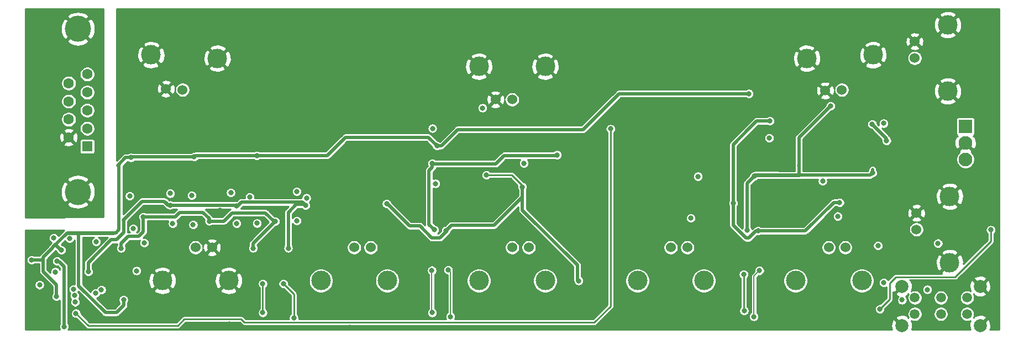
<source format=gbr>
G04 #@! TF.GenerationSoftware,KiCad,Pcbnew,(5.1.5)-3*
G04 #@! TF.CreationDate,2021-03-25T21:43:07+01:00*
G04 #@! TF.ProjectId,tiepieLCR,74696570-6965-44c4-9352-2e6b69636164,rev?*
G04 #@! TF.SameCoordinates,Original*
G04 #@! TF.FileFunction,Copper,L2,Inr*
G04 #@! TF.FilePolarity,Positive*
%FSLAX46Y46*%
G04 Gerber Fmt 4.6, Leading zero omitted, Abs format (unit mm)*
G04 Created by KiCad (PCBNEW (5.1.5)-3) date 2021-03-25 21:43:07*
%MOMM*%
%LPD*%
G04 APERTURE LIST*
%ADD10C,3.000000*%
%ADD11C,1.524000*%
%ADD12R,2.100000X2.100000*%
%ADD13C,2.100000*%
%ADD14R,1.600000X1.600000*%
%ADD15C,1.600000*%
%ADD16C,4.000000*%
%ADD17C,2.000000*%
%ADD18C,1.500000*%
%ADD19C,0.800000*%
%ADD20C,0.500000*%
%ADD21C,0.250000*%
%ADD22C,0.150000*%
%ADD23C,0.254000*%
G04 APERTURE END LIST*
D10*
X19838905Y-7992829D03*
X9692829Y-7461095D03*
D11*
X11963481Y-12667067D03*
X14500000Y-12800000D03*
D10*
X132030000Y-39330000D03*
X132030000Y-29170000D03*
D11*
X126950000Y-31710000D03*
X126950000Y-34250000D03*
X65000000Y-14300000D03*
X62460000Y-14300000D03*
D10*
X59920000Y-9220000D03*
X70080000Y-9220000D03*
D12*
X134450000Y-18400000D03*
D13*
X134450000Y-20940000D03*
X134450000Y-23480000D03*
D14*
X-100000Y-21500000D03*
D15*
X-100000Y-18730000D03*
X-100000Y-15960000D03*
X-100000Y-13190000D03*
X-100000Y-10420000D03*
X-2940000Y-20115000D03*
X-2940000Y-17345000D03*
X-2940000Y-14575000D03*
X-2940000Y-11805000D03*
D16*
X-1520000Y-3460000D03*
X-1520000Y-28460000D03*
D11*
X65000000Y-37000000D03*
X67540000Y-37000000D03*
D10*
X70080000Y-42080000D03*
X59920000Y-42080000D03*
X35720000Y-42080000D03*
X45880000Y-42080000D03*
D11*
X43340000Y-37000000D03*
X40800000Y-37000000D03*
D10*
X11420000Y-42080000D03*
X21580000Y-42080000D03*
D11*
X19040000Y-37000000D03*
X16500000Y-37000000D03*
D10*
X84220000Y-42080000D03*
X94380000Y-42080000D03*
D11*
X91840000Y-37000000D03*
X89300000Y-37000000D03*
X115500000Y-12800000D03*
X112963481Y-12932933D03*
D10*
X110161095Y-7992829D03*
X120307171Y-7461095D03*
D11*
X126670000Y-7930000D03*
X126670000Y-5390000D03*
D10*
X131750000Y-2850000D03*
X131750000Y-13010000D03*
X108420000Y-42080000D03*
X118580000Y-42080000D03*
D11*
X116040000Y-37000000D03*
X113500000Y-37000000D03*
D17*
X124700000Y-48950000D03*
X136700000Y-48950000D03*
D18*
X134700000Y-47200000D03*
X130700000Y-47200000D03*
X126700000Y-47200000D03*
X126700000Y-44700000D03*
X134700000Y-44700000D03*
X130700000Y-44700000D03*
D17*
X124700000Y-42950000D03*
X136700000Y-42950000D03*
D19*
X10500000Y-31400000D03*
X20200000Y-31300000D03*
X29900000Y-31100000D03*
X15200000Y-27900000D03*
X24900000Y-26100000D03*
X71000000Y-37800000D03*
X47000000Y-37800000D03*
X6500000Y-42900000D03*
X25300000Y-41600000D03*
X31300000Y-41800000D03*
X24000000Y-38600000D03*
X56700000Y-40300000D03*
X51100000Y-35700000D03*
X56400000Y-35600000D03*
X104100000Y-35700000D03*
X99600000Y-35500000D03*
X95350000Y-38750000D03*
X119750000Y-38750000D03*
X112900000Y-39150000D03*
X115600000Y-40850000D03*
X122100000Y-39850000D03*
X127100000Y-35750000D03*
X2750000Y-38550000D03*
X35700000Y-38800000D03*
X16000000Y-44350000D03*
X14050000Y-37700000D03*
X10050000Y-36550000D03*
X21700000Y-48750000D03*
X89250000Y-48650000D03*
X112800000Y-44400000D03*
X77900000Y-30900000D03*
X29950000Y-14550000D03*
X44400000Y-14750000D03*
X8450000Y-19200000D03*
X11150000Y-19250000D03*
X13960000Y-19460000D03*
X17300000Y-19900000D03*
X18050000Y-24050000D03*
X20850000Y-25000000D03*
X10850000Y-25150000D03*
X40100000Y-49250000D03*
X40150000Y-44250000D03*
X75275000Y-43825000D03*
X79850000Y-48600000D03*
X109600000Y-31750000D03*
X110675000Y-24700000D03*
X5800000Y-28150000D03*
X85500000Y-31700000D03*
X87725000Y-37325000D03*
X132100000Y-34150000D03*
X137450000Y-39200000D03*
X123450000Y-27325000D03*
X31850000Y-25300000D03*
X27950000Y-24650000D03*
X36125000Y-18575000D03*
X98475000Y-45025000D03*
X12950000Y-47900000D03*
X25000000Y-20850000D03*
X-5725000Y-43650000D03*
X-750000Y-45500000D03*
X3700000Y-45250000D03*
X-1875000Y-48150000D03*
X95375000Y-28900000D03*
X96275000Y-23100000D03*
X104275000Y-22900000D03*
X113375000Y-29700000D03*
X113975000Y-22800000D03*
X51175000Y-22300000D03*
X58075000Y-20500000D03*
X62975000Y-21100000D03*
X79675000Y-12700000D03*
X85975000Y-17700000D03*
X97025000Y-32550000D03*
X94075000Y-32100000D03*
X117075000Y-32000000D03*
X-6925000Y-49100000D03*
X120475000Y-21200000D03*
X42575000Y-30000000D03*
X64575000Y-24600000D03*
X71675000Y-20600000D03*
X64475000Y-30100000D03*
X114875000Y-19900000D03*
X56675000Y-44200000D03*
X54175000Y-31900000D03*
X107975000Y-16100000D03*
X13000000Y-33300000D03*
X22800000Y-33300000D03*
X32000000Y-32900000D03*
X1275000Y-36100000D03*
X60475000Y-15600000D03*
X130250000Y-36350000D03*
X121950000Y-42400000D03*
X128600000Y-43450000D03*
X-3650000Y-49125000D03*
X120175000Y-18100000D03*
X122375000Y-20600000D03*
X-4725000Y-39100000D03*
X53100000Y-34300000D03*
X52775000Y-24100000D03*
X71875000Y-22800000D03*
X66575000Y-27700000D03*
X54875000Y-34400000D03*
X61075000Y-25900000D03*
X45775000Y-30300000D03*
X75175000Y-42100000D03*
X-2800000Y-35600000D03*
X121925000Y-17950000D03*
X121050000Y-36725000D03*
X-5225000Y-35550000D03*
X-7400000Y-42750000D03*
X-5000000Y-40750000D03*
X7475000Y-40575000D03*
X18600000Y-32950000D03*
X8500000Y-32300000D03*
X28700000Y-33000000D03*
X5100000Y-37100000D03*
X25300000Y-37100000D03*
X12600000Y-30500000D03*
X22800000Y-30600000D03*
X32000000Y-28400000D03*
X33350000Y-30550000D03*
X30700000Y-37100000D03*
X75000Y-40700000D03*
X92375000Y-32500000D03*
X93475000Y-26100000D03*
X120225000Y-25550000D03*
X101000000Y-34350000D03*
X102125000Y-26025000D03*
X113775000Y-15300000D03*
X102700000Y-34450000D03*
X98875000Y-30200000D03*
X115175000Y-30100000D03*
X104475000Y-17600000D03*
X6600000Y-23200000D03*
X16300000Y-23100000D03*
X25900000Y-22900000D03*
X-4825000Y-44500000D03*
X53475000Y-21400000D03*
X-4050000Y-37400000D03*
X-8625000Y-38900000D03*
X5475000Y-45000000D03*
X101275000Y-13400000D03*
X52800000Y-18725000D03*
X1200000Y-44000000D03*
X-2175000Y-43400000D03*
X-1950000Y-45375000D03*
X-2025000Y-44375000D03*
X80075000Y-18800000D03*
X-1825000Y-47100000D03*
X2075000Y-43500000D03*
X12600000Y-28700000D03*
X33500000Y-29400000D03*
X21900000Y-28600000D03*
X100475000Y-41100000D03*
X52750000Y-47000000D03*
X52700000Y-40500000D03*
X26800000Y-47000000D03*
X26800000Y-42550000D03*
X124750000Y-45050000D03*
X100550000Y-46700000D03*
X102900000Y-40550000D03*
X29950000Y-42550000D03*
X31550000Y-47800000D03*
X138325000Y-34300000D03*
X102050000Y-47600000D03*
X121350000Y-46425000D03*
X55550000Y-47600000D03*
X55200000Y-40450000D03*
X6400000Y-29112500D03*
X15900000Y-29012500D03*
X24800000Y-29250000D03*
X-5587500Y-25662500D03*
X16125000Y-33475000D03*
X25900000Y-33275000D03*
X6950000Y-34100000D03*
X8650000Y-36300000D03*
X104375000Y-20200000D03*
X114875000Y-32200000D03*
X112575000Y-26800000D03*
X66800000Y-24075000D03*
X53275000Y-27200000D03*
D20*
X-3650000Y-49125000D02*
X-3650000Y-39900000D01*
X-3650000Y-39900000D02*
X-4387500Y-39162500D01*
X-4387500Y-39162500D02*
X-4400000Y-39150000D01*
X122375000Y-20300000D02*
X120175000Y-18100000D01*
X122375000Y-20600000D02*
X122375000Y-20300000D01*
X-4387500Y-39162500D02*
X-4662500Y-39162500D01*
X-4662500Y-39162500D02*
X-4725000Y-39100000D01*
X52275000Y-33475000D02*
X53100000Y-34300000D01*
X52275000Y-25200000D02*
X52275000Y-33475000D01*
X52775000Y-24700000D02*
X52275000Y-25200000D01*
X52775000Y-24100000D02*
X52775000Y-24700000D01*
X52775000Y-24150000D02*
X62525000Y-24150000D01*
X62525000Y-24150000D02*
X63775000Y-22900000D01*
X63775000Y-22900000D02*
X71775000Y-22900000D01*
X71775000Y-22900000D02*
X71875000Y-22800000D01*
X53975000Y-35500000D02*
X52675000Y-35500000D01*
X45875000Y-30300000D02*
X49275000Y-33700000D01*
X50875000Y-33700000D02*
X49275000Y-33700000D01*
X52675000Y-35500000D02*
X50875000Y-33700000D01*
X54875000Y-34600000D02*
X54875000Y-34400000D01*
X54875000Y-34600000D02*
X53975000Y-35500000D01*
D21*
X75000000Y-39700000D02*
X75000000Y-40700000D01*
D20*
X75000000Y-39700000D02*
X75000000Y-40700000D01*
D21*
X66575000Y-27600000D02*
X66475000Y-27700000D01*
X66675000Y-27600000D02*
X66575000Y-27600000D01*
X64975000Y-25900000D02*
X66675000Y-27600000D01*
X61075000Y-25900000D02*
X64975000Y-25900000D01*
X55675000Y-33600000D02*
X54875000Y-34400000D01*
X62275000Y-33600000D02*
X55675000Y-33600000D01*
X66575000Y-29300000D02*
X62275000Y-33600000D01*
X66575000Y-27700000D02*
X66575000Y-29300000D01*
D20*
X54875000Y-34400000D02*
X55675000Y-33600000D01*
X55675000Y-33600000D02*
X62275000Y-33600000D01*
X62275000Y-33600000D02*
X66575000Y-29300000D01*
X66575000Y-29300000D02*
X66575000Y-27700000D01*
X66575000Y-29300000D02*
X66575000Y-31275000D01*
X66575000Y-31275000D02*
X75000000Y-39700000D01*
X75000000Y-41925000D02*
X75175000Y-42100000D01*
X75000000Y-41925000D02*
X75000000Y-40700000D01*
D21*
X18400000Y-32400000D02*
X18400000Y-33000000D01*
X17600000Y-31600000D02*
X18400000Y-32400000D01*
X14100000Y-31600000D02*
X17600000Y-31600000D01*
X13400000Y-32300000D02*
X14100000Y-31600000D01*
X8500000Y-32300000D02*
X13400000Y-32300000D01*
D20*
X18600000Y-32600000D02*
X17600000Y-31600000D01*
X18600000Y-32950000D02*
X18600000Y-32600000D01*
X20850000Y-32950000D02*
X18600000Y-32950000D01*
X22100000Y-31700000D02*
X20850000Y-32950000D01*
D21*
X18500000Y-32900000D02*
X18400000Y-33000000D01*
X20900000Y-32900000D02*
X18500000Y-32900000D01*
X22100000Y-31700000D02*
X20900000Y-32900000D01*
X27200000Y-31700000D02*
X22100000Y-31700000D01*
X28500000Y-33000000D02*
X27200000Y-31700000D01*
X28700000Y-33000000D02*
X28500000Y-33000000D01*
X5100000Y-36400000D02*
X5100000Y-37100000D01*
X6200000Y-35300000D02*
X5100000Y-36400000D01*
X7800000Y-35300000D02*
X6200000Y-35300000D01*
X8500000Y-34600000D02*
X7800000Y-35300000D01*
X8500000Y-32300000D02*
X8500000Y-34600000D01*
X25300000Y-36300000D02*
X25300000Y-37100000D01*
X28600000Y-33000000D02*
X25300000Y-36300000D01*
X28700000Y-33000000D02*
X28600000Y-33000000D01*
D20*
X25300000Y-37100000D02*
X25300000Y-36400000D01*
X25300000Y-36400000D02*
X28700000Y-33000000D01*
X28700000Y-33000000D02*
X28500000Y-33000000D01*
X28500000Y-33000000D02*
X27200000Y-31700000D01*
X27200000Y-31700000D02*
X22100000Y-31700000D01*
X17600000Y-31600000D02*
X14100000Y-31600000D01*
X14100000Y-31600000D02*
X13400000Y-32300000D01*
X13400000Y-32300000D02*
X8500000Y-32300000D01*
X8500000Y-32300000D02*
X8500000Y-34600000D01*
X8500000Y-34600000D02*
X7800000Y-35300000D01*
X7800000Y-35300000D02*
X6200000Y-35300000D01*
X6200000Y-35300000D02*
X5100000Y-36400000D01*
X5100000Y-36400000D02*
X5100000Y-37100000D01*
D21*
X12600000Y-30500000D02*
X12500000Y-30500000D01*
X12600000Y-30600000D02*
X12500000Y-30500000D01*
X22800000Y-30600000D02*
X12600000Y-30600000D01*
X12600000Y-30500000D02*
X12500000Y-30500000D01*
X12600000Y-30500000D02*
X12500000Y-30500000D01*
X12500000Y-30500000D02*
X11900000Y-29900000D01*
X8300000Y-29900000D02*
X5475000Y-32725000D01*
X5475000Y-32725000D02*
X5400002Y-32799998D01*
X11900000Y-29900000D02*
X8300000Y-29900000D01*
D20*
X12600000Y-30500000D02*
X12300000Y-30500000D01*
X11700000Y-29900000D02*
X8300000Y-29900000D01*
X12300000Y-30500000D02*
X11700000Y-29900000D01*
X8300000Y-29900000D02*
X5400002Y-32799998D01*
X12600000Y-30500000D02*
X22700000Y-30500000D01*
X22700000Y-30500000D02*
X22800000Y-30600000D01*
X22800000Y-30600000D02*
X22950000Y-30600000D01*
X32850000Y-30050000D02*
X33200000Y-30400000D01*
X23500000Y-30050000D02*
X32850000Y-30050000D01*
X22950000Y-30600000D02*
X23500000Y-30050000D01*
D21*
X31900000Y-30400000D02*
X30700000Y-31600000D01*
X30700000Y-31600000D02*
X30700000Y-37100000D01*
X33200000Y-30400000D02*
X31900000Y-30400000D01*
D20*
X33200000Y-30400000D02*
X31900000Y-30400000D01*
X31900000Y-30400000D02*
X30700000Y-31600000D01*
X30700000Y-31600000D02*
X30700000Y-37100000D01*
X5475000Y-34700000D02*
X5475000Y-32725000D01*
X4375000Y-35800000D02*
X5475000Y-34700000D01*
X3575000Y-35800000D02*
X4375000Y-35800000D01*
X75000Y-39300000D02*
X3575000Y-35800000D01*
X75000Y-40700000D02*
X75000Y-39300000D01*
D21*
X103225000Y-25925000D02*
X103975000Y-25925000D01*
X120225000Y-25550000D02*
X120225000Y-25050000D01*
D20*
X103975000Y-25925000D02*
X103225000Y-25925000D01*
X103225000Y-25925000D02*
X109025000Y-25925000D01*
X108950000Y-24400000D02*
X108950000Y-25925000D01*
X108950000Y-25925000D02*
X109025000Y-25925000D01*
X108950000Y-24375000D02*
X108950000Y-24400000D01*
X108950000Y-24375000D02*
X108925000Y-24400000D01*
X120225000Y-25050000D02*
X120225000Y-25550000D01*
X101000000Y-27150000D02*
X102125000Y-26025000D01*
X101000000Y-34350000D02*
X101000000Y-27150000D01*
X105675000Y-25850000D02*
X102225000Y-25850000D01*
X105725000Y-25900000D02*
X105675000Y-25850000D01*
X105675000Y-25850000D02*
X105725000Y-25900000D01*
X105725000Y-25900000D02*
X119875000Y-25900000D01*
X119875000Y-25900000D02*
X120225000Y-25550000D01*
X103225000Y-25925000D02*
X102225000Y-25925000D01*
X102225000Y-25925000D02*
X102125000Y-26025000D01*
X108950000Y-20125000D02*
X113775000Y-15300000D01*
X108950000Y-20125000D02*
X108950000Y-24400000D01*
D21*
X101300000Y-35550000D02*
X101275000Y-35550000D01*
X101275000Y-35550000D02*
X100950000Y-35550000D01*
X102400000Y-34450000D02*
X101300000Y-35550000D01*
D20*
X102700000Y-34450000D02*
X102400000Y-34450000D01*
X102400000Y-34450000D02*
X101300000Y-35550000D01*
X101275000Y-35550000D02*
X100825000Y-35550000D01*
X100825000Y-35550000D02*
X98875000Y-33600000D01*
X98875000Y-33600000D02*
X98875000Y-30200000D01*
X114275000Y-30100000D02*
X115075000Y-30100000D01*
X109925000Y-34450000D02*
X114275000Y-30100000D01*
X102700000Y-34450000D02*
X109925000Y-34450000D01*
X98875000Y-21200000D02*
X101375000Y-18700000D01*
X102475000Y-17600000D02*
X101375000Y-18700000D01*
X104475000Y-17600000D02*
X102475000Y-17600000D01*
X98875000Y-30200000D02*
X98875000Y-21200000D01*
D21*
X16500000Y-22900000D02*
X16300000Y-23100000D01*
X25900000Y-22900000D02*
X16500000Y-22900000D01*
X16300000Y-23100000D02*
X6700000Y-23100000D01*
X6700000Y-23100000D02*
X6600000Y-23200000D01*
X5800000Y-23200000D02*
X6600000Y-23200000D01*
X4600000Y-24400000D02*
X4750000Y-24250000D01*
X4750000Y-24250000D02*
X5800000Y-23200000D01*
X4600000Y-34200000D02*
X4600000Y-24400000D01*
X-1425000Y-34900000D02*
X3900000Y-34900000D01*
X3900000Y-34900000D02*
X4600000Y-34200000D01*
X-3300000Y-34900000D02*
X-1425000Y-34900000D01*
X-4962500Y-36562500D02*
X-3300000Y-34900000D01*
X-5400000Y-37000000D02*
X-4962500Y-36562500D01*
X31600000Y-22900000D02*
X31575000Y-22900000D01*
X31575000Y-22900000D02*
X25900000Y-22900000D01*
D20*
X31600000Y-22900000D02*
X25900000Y-22900000D01*
X25900000Y-22900000D02*
X16500000Y-22900000D01*
X16500000Y-22900000D02*
X16300000Y-23100000D01*
X16300000Y-23100000D02*
X6700000Y-23100000D01*
X6700000Y-23100000D02*
X6600000Y-23200000D01*
X6600000Y-23200000D02*
X5800000Y-23200000D01*
X5800000Y-23200000D02*
X4600000Y-24400000D01*
X4750000Y-24250000D02*
X4750000Y-34300000D01*
X4750000Y-34300000D02*
X4300000Y-34750000D01*
X4300000Y-34750000D02*
X-1025000Y-34750000D01*
X-3150000Y-34750000D02*
X-5400000Y-37000000D01*
X-1025000Y-34750000D02*
X-3150000Y-34750000D01*
X-6850000Y-38800000D02*
X-6850000Y-40675000D01*
X-6850000Y-40675000D02*
X-4825000Y-42700000D01*
X-4825000Y-42700000D02*
X-4825000Y-44500000D01*
X-6850000Y-38525000D02*
X-6850000Y-38800000D01*
X-5400000Y-37075000D02*
X-6850000Y-38525000D01*
X-5400000Y-37000000D02*
X-5400000Y-37075000D01*
X31575000Y-22900000D02*
X36675000Y-22900000D01*
X36675000Y-22900000D02*
X39475000Y-20100000D01*
X39475000Y-20100000D02*
X52175000Y-20100000D01*
X52175000Y-20100000D02*
X53475000Y-21400000D01*
X53475000Y-21400000D02*
X54175000Y-21400000D01*
X81375000Y-13400000D02*
X100875000Y-13400000D01*
X75875000Y-18900000D02*
X81375000Y-13400000D01*
X56675000Y-18900000D02*
X75875000Y-18900000D01*
X54175000Y-21400000D02*
X56675000Y-18900000D01*
X-4962500Y-36562500D02*
X-4125000Y-37400000D01*
X-4050000Y-37400000D02*
X-4125000Y-37400000D01*
X-8625000Y-38900000D02*
X-6850000Y-38900000D01*
X-6925000Y-38800000D02*
X-6850000Y-38800000D01*
X-6925000Y-38825000D02*
X-6925000Y-38800000D01*
X-6850000Y-38900000D02*
X-6925000Y-38825000D01*
X5475000Y-45900000D02*
X5475000Y-45000000D01*
X4375000Y-47000000D02*
X5475000Y-45900000D01*
X2675000Y-47000000D02*
X4375000Y-47000000D01*
X-1425000Y-42900000D02*
X2675000Y-47000000D01*
X-1425000Y-42900000D02*
X-1425000Y-34900000D01*
D21*
X100875000Y-13400000D02*
X101275000Y-13400000D01*
X75000Y-49000000D02*
X-1825000Y-47100000D01*
X13775000Y-49000000D02*
X75000Y-49000000D01*
X14775000Y-48000000D02*
X13775000Y-49000000D01*
X23475000Y-48000000D02*
X14775000Y-48000000D01*
X23975000Y-48500000D02*
X23475000Y-48000000D01*
X77575000Y-48500000D02*
X23975000Y-48500000D01*
X80075000Y-46000000D02*
X77575000Y-48500000D01*
X80075000Y-18800000D02*
X80075000Y-46000000D01*
X100475000Y-41100000D02*
X100475000Y-46900000D01*
D22*
X52750000Y-47000000D02*
X52700000Y-46950000D01*
X52700000Y-46950000D02*
X52700000Y-40500000D01*
X52750000Y-40550000D02*
X52700000Y-40500000D01*
X26800000Y-47000000D02*
X26800000Y-42550000D01*
D21*
X26800000Y-47000000D02*
X26800000Y-42550000D01*
D22*
X102050000Y-47850000D02*
X102050000Y-41400000D01*
X102050000Y-41400000D02*
X102900000Y-40550000D01*
X31550000Y-44150000D02*
X29950000Y-42550000D01*
X31550000Y-47800000D02*
X31550000Y-44150000D01*
D21*
X122825000Y-44950000D02*
X121350000Y-46425000D01*
X122825000Y-42450000D02*
X122825000Y-44950000D01*
X123775000Y-41500000D02*
X122825000Y-42450000D01*
X132875000Y-41500000D02*
X123775000Y-41500000D01*
X138325000Y-36050000D02*
X132875000Y-41500000D01*
X138325000Y-34300000D02*
X138325000Y-36050000D01*
X29950000Y-42550000D02*
X31550000Y-44150000D01*
X31550000Y-44150000D02*
X31550000Y-47800000D01*
D22*
X55550000Y-47600000D02*
X55550000Y-40800000D01*
X55550000Y-40800000D02*
X55200000Y-40450000D01*
D23*
G36*
X139594001Y-49594000D02*
G01*
X138204914Y-49594000D01*
X138240704Y-49520429D01*
X138322384Y-49208892D01*
X138341718Y-48887405D01*
X138297961Y-48568325D01*
X138192795Y-48263912D01*
X138099814Y-48089956D01*
X137835413Y-47994192D01*
X136879605Y-48950000D01*
X136893748Y-48964143D01*
X136714143Y-49143748D01*
X136700000Y-49129605D01*
X136685858Y-49143748D01*
X136506253Y-48964143D01*
X136520395Y-48950000D01*
X136506253Y-48935858D01*
X136685858Y-48756253D01*
X136700000Y-48770395D01*
X137655808Y-47814587D01*
X137560044Y-47550186D01*
X137270429Y-47409296D01*
X136958892Y-47327616D01*
X136637405Y-47308282D01*
X136318325Y-47352039D01*
X136013912Y-47457205D01*
X135839956Y-47550186D01*
X135744193Y-47814585D01*
X135687482Y-47757874D01*
X135702279Y-47735729D01*
X135787536Y-47529900D01*
X135831000Y-47311394D01*
X135831000Y-47088606D01*
X135787536Y-46870100D01*
X135702279Y-46664271D01*
X135578505Y-46479030D01*
X135420970Y-46321495D01*
X135235729Y-46197721D01*
X135029900Y-46112464D01*
X134811394Y-46069000D01*
X134588606Y-46069000D01*
X134370100Y-46112464D01*
X134164271Y-46197721D01*
X133979030Y-46321495D01*
X133821495Y-46479030D01*
X133697721Y-46664271D01*
X133612464Y-46870100D01*
X133569000Y-47088606D01*
X133569000Y-47311394D01*
X133612464Y-47529900D01*
X133697721Y-47735729D01*
X133821495Y-47920970D01*
X133979030Y-48078505D01*
X134164271Y-48202279D01*
X134370100Y-48287536D01*
X134588606Y-48331000D01*
X134811394Y-48331000D01*
X135029900Y-48287536D01*
X135235729Y-48202279D01*
X135250271Y-48192563D01*
X135159296Y-48379571D01*
X135077616Y-48691108D01*
X135058282Y-49012595D01*
X135102039Y-49331675D01*
X135192665Y-49594000D01*
X126204914Y-49594000D01*
X126240704Y-49520429D01*
X126322384Y-49208892D01*
X126341718Y-48887405D01*
X126297961Y-48568325D01*
X126192795Y-48263912D01*
X126157396Y-48197686D01*
X126164271Y-48202279D01*
X126370100Y-48287536D01*
X126588606Y-48331000D01*
X126811394Y-48331000D01*
X127029900Y-48287536D01*
X127235729Y-48202279D01*
X127420970Y-48078505D01*
X127578505Y-47920970D01*
X127702279Y-47735729D01*
X127787536Y-47529900D01*
X127831000Y-47311394D01*
X127831000Y-47088606D01*
X129569000Y-47088606D01*
X129569000Y-47311394D01*
X129612464Y-47529900D01*
X129697721Y-47735729D01*
X129821495Y-47920970D01*
X129979030Y-48078505D01*
X130164271Y-48202279D01*
X130370100Y-48287536D01*
X130588606Y-48331000D01*
X130811394Y-48331000D01*
X131029900Y-48287536D01*
X131235729Y-48202279D01*
X131420970Y-48078505D01*
X131578505Y-47920970D01*
X131702279Y-47735729D01*
X131787536Y-47529900D01*
X131831000Y-47311394D01*
X131831000Y-47088606D01*
X131787536Y-46870100D01*
X131702279Y-46664271D01*
X131578505Y-46479030D01*
X131420970Y-46321495D01*
X131235729Y-46197721D01*
X131029900Y-46112464D01*
X130811394Y-46069000D01*
X130588606Y-46069000D01*
X130370100Y-46112464D01*
X130164271Y-46197721D01*
X129979030Y-46321495D01*
X129821495Y-46479030D01*
X129697721Y-46664271D01*
X129612464Y-46870100D01*
X129569000Y-47088606D01*
X127831000Y-47088606D01*
X127787536Y-46870100D01*
X127702279Y-46664271D01*
X127578505Y-46479030D01*
X127420970Y-46321495D01*
X127235729Y-46197721D01*
X127029900Y-46112464D01*
X126811394Y-46069000D01*
X126588606Y-46069000D01*
X126370100Y-46112464D01*
X126164271Y-46197721D01*
X125979030Y-46321495D01*
X125821495Y-46479030D01*
X125697721Y-46664271D01*
X125612464Y-46870100D01*
X125569000Y-47088606D01*
X125569000Y-47311394D01*
X125612464Y-47529900D01*
X125697721Y-47735729D01*
X125712518Y-47757874D01*
X125655807Y-47814585D01*
X125560044Y-47550186D01*
X125270429Y-47409296D01*
X124958892Y-47327616D01*
X124637405Y-47308282D01*
X124318325Y-47352039D01*
X124013912Y-47457205D01*
X123839956Y-47550186D01*
X123744192Y-47814587D01*
X124700000Y-48770395D01*
X124714143Y-48756253D01*
X124893748Y-48935858D01*
X124879605Y-48950000D01*
X124893748Y-48964143D01*
X124714143Y-49143748D01*
X124700000Y-49129605D01*
X124685858Y-49143748D01*
X124506253Y-48964143D01*
X124520395Y-48950000D01*
X123564587Y-47994192D01*
X123300186Y-48089956D01*
X123159296Y-48379571D01*
X123077616Y-48691108D01*
X123058282Y-49012595D01*
X123102039Y-49331675D01*
X123192665Y-49594000D01*
X-3024075Y-49594000D01*
X-2957887Y-49494942D01*
X-2899013Y-49352809D01*
X-2869000Y-49201922D01*
X-2869000Y-49048078D01*
X-2899013Y-48897191D01*
X-2957887Y-48755058D01*
X-3019000Y-48663595D01*
X-3019000Y-47023078D01*
X-2606000Y-47023078D01*
X-2606000Y-47176922D01*
X-2575987Y-47327809D01*
X-2517113Y-47469942D01*
X-2431642Y-47597859D01*
X-2322859Y-47706642D01*
X-2194942Y-47792113D01*
X-2052809Y-47850987D01*
X-1901922Y-47881000D01*
X-1759591Y-47881000D01*
X-300372Y-49340220D01*
X-284527Y-49359527D01*
X-207479Y-49422759D01*
X-119575Y-49469745D01*
X-24193Y-49498678D01*
X75000Y-49508448D01*
X99854Y-49506000D01*
X13750154Y-49506000D01*
X13775000Y-49508447D01*
X13799846Y-49506000D01*
X13799854Y-49506000D01*
X13874193Y-49498678D01*
X13969575Y-49469745D01*
X14057479Y-49422759D01*
X14134527Y-49359527D01*
X14150376Y-49340215D01*
X14984592Y-48506000D01*
X23265409Y-48506000D01*
X23599628Y-48840220D01*
X23615473Y-48859527D01*
X23692521Y-48922759D01*
X23780425Y-48969745D01*
X23875807Y-48998678D01*
X23975000Y-49008448D01*
X23999854Y-49006000D01*
X77550154Y-49006000D01*
X77575000Y-49008447D01*
X77599846Y-49006000D01*
X77599854Y-49006000D01*
X77674193Y-48998678D01*
X77769575Y-48969745D01*
X77857479Y-48922759D01*
X77934527Y-48859527D01*
X77950376Y-48840215D01*
X79267513Y-47523078D01*
X101269000Y-47523078D01*
X101269000Y-47676922D01*
X101299013Y-47827809D01*
X101357887Y-47969942D01*
X101443358Y-48097859D01*
X101552141Y-48206642D01*
X101680058Y-48292113D01*
X101822191Y-48350987D01*
X101973078Y-48381000D01*
X102126922Y-48381000D01*
X102277809Y-48350987D01*
X102419942Y-48292113D01*
X102547859Y-48206642D01*
X102656642Y-48097859D01*
X102742113Y-47969942D01*
X102800987Y-47827809D01*
X102831000Y-47676922D01*
X102831000Y-47523078D01*
X102800987Y-47372191D01*
X102742113Y-47230058D01*
X102656642Y-47102141D01*
X102547859Y-46993358D01*
X102506000Y-46965389D01*
X102506000Y-46348078D01*
X120569000Y-46348078D01*
X120569000Y-46501922D01*
X120599013Y-46652809D01*
X120657887Y-46794942D01*
X120743358Y-46922859D01*
X120852141Y-47031642D01*
X120980058Y-47117113D01*
X121122191Y-47175987D01*
X121273078Y-47206000D01*
X121426922Y-47206000D01*
X121577809Y-47175987D01*
X121719942Y-47117113D01*
X121847859Y-47031642D01*
X121956642Y-46922859D01*
X122042113Y-46794942D01*
X122100987Y-46652809D01*
X122131000Y-46501922D01*
X122131000Y-46359591D01*
X123165220Y-45325372D01*
X123184527Y-45309527D01*
X123247759Y-45232479D01*
X123294745Y-45144575D01*
X123323678Y-45049193D01*
X123331000Y-44974854D01*
X123331000Y-44974847D01*
X123333447Y-44950001D01*
X123331000Y-44925155D01*
X123331000Y-43821205D01*
X123564587Y-43905808D01*
X124520395Y-42950000D01*
X124506253Y-42935858D01*
X124685858Y-42756253D01*
X124700000Y-42770395D01*
X124714143Y-42756253D01*
X124893748Y-42935858D01*
X124879605Y-42950000D01*
X124893748Y-42964143D01*
X124714143Y-43143748D01*
X124700000Y-43129605D01*
X123744192Y-44085413D01*
X123839956Y-44349814D01*
X124129571Y-44490704D01*
X124189169Y-44506330D01*
X124143358Y-44552141D01*
X124057887Y-44680058D01*
X123999013Y-44822191D01*
X123969000Y-44973078D01*
X123969000Y-45126922D01*
X123999013Y-45277809D01*
X124057887Y-45419942D01*
X124143358Y-45547859D01*
X124252141Y-45656642D01*
X124380058Y-45742113D01*
X124522191Y-45800987D01*
X124673078Y-45831000D01*
X124826922Y-45831000D01*
X124977809Y-45800987D01*
X125119942Y-45742113D01*
X125247859Y-45656642D01*
X125356642Y-45547859D01*
X125442113Y-45419942D01*
X125500987Y-45277809D01*
X125531000Y-45126922D01*
X125531000Y-44973078D01*
X125500987Y-44822191D01*
X125442113Y-44680058D01*
X125356642Y-44552141D01*
X125282933Y-44478432D01*
X125386088Y-44442795D01*
X125560044Y-44349814D01*
X125655807Y-44085415D01*
X125712518Y-44142126D01*
X125697721Y-44164271D01*
X125612464Y-44370100D01*
X125569000Y-44588606D01*
X125569000Y-44811394D01*
X125612464Y-45029900D01*
X125697721Y-45235729D01*
X125821495Y-45420970D01*
X125979030Y-45578505D01*
X126164271Y-45702279D01*
X126370100Y-45787536D01*
X126588606Y-45831000D01*
X126811394Y-45831000D01*
X127029900Y-45787536D01*
X127235729Y-45702279D01*
X127420970Y-45578505D01*
X127578505Y-45420970D01*
X127702279Y-45235729D01*
X127787536Y-45029900D01*
X127831000Y-44811394D01*
X127831000Y-44588606D01*
X129569000Y-44588606D01*
X129569000Y-44811394D01*
X129612464Y-45029900D01*
X129697721Y-45235729D01*
X129821495Y-45420970D01*
X129979030Y-45578505D01*
X130164271Y-45702279D01*
X130370100Y-45787536D01*
X130588606Y-45831000D01*
X130811394Y-45831000D01*
X131029900Y-45787536D01*
X131235729Y-45702279D01*
X131420970Y-45578505D01*
X131578505Y-45420970D01*
X131702279Y-45235729D01*
X131787536Y-45029900D01*
X131831000Y-44811394D01*
X131831000Y-44588606D01*
X133569000Y-44588606D01*
X133569000Y-44811394D01*
X133612464Y-45029900D01*
X133697721Y-45235729D01*
X133821495Y-45420970D01*
X133979030Y-45578505D01*
X134164271Y-45702279D01*
X134370100Y-45787536D01*
X134588606Y-45831000D01*
X134811394Y-45831000D01*
X135029900Y-45787536D01*
X135235729Y-45702279D01*
X135420970Y-45578505D01*
X135578505Y-45420970D01*
X135702279Y-45235729D01*
X135787536Y-45029900D01*
X135831000Y-44811394D01*
X135831000Y-44588606D01*
X135787536Y-44370100D01*
X135702279Y-44164271D01*
X135687482Y-44142126D01*
X135744193Y-44085415D01*
X135839956Y-44349814D01*
X136129571Y-44490704D01*
X136441108Y-44572384D01*
X136762595Y-44591718D01*
X137081675Y-44547961D01*
X137386088Y-44442795D01*
X137560044Y-44349814D01*
X137655808Y-44085413D01*
X136700000Y-43129605D01*
X136685858Y-43143748D01*
X136506253Y-42964143D01*
X136520395Y-42950000D01*
X136879605Y-42950000D01*
X137835413Y-43905808D01*
X138099814Y-43810044D01*
X138240704Y-43520429D01*
X138322384Y-43208892D01*
X138341718Y-42887405D01*
X138297961Y-42568325D01*
X138192795Y-42263912D01*
X138099814Y-42089956D01*
X137835413Y-41994192D01*
X136879605Y-42950000D01*
X136520395Y-42950000D01*
X135564587Y-41994192D01*
X135300186Y-42089956D01*
X135159296Y-42379571D01*
X135077616Y-42691108D01*
X135058282Y-43012595D01*
X135102039Y-43331675D01*
X135207205Y-43636088D01*
X135242604Y-43702314D01*
X135235729Y-43697721D01*
X135029900Y-43612464D01*
X134811394Y-43569000D01*
X134588606Y-43569000D01*
X134370100Y-43612464D01*
X134164271Y-43697721D01*
X133979030Y-43821495D01*
X133821495Y-43979030D01*
X133697721Y-44164271D01*
X133612464Y-44370100D01*
X133569000Y-44588606D01*
X131831000Y-44588606D01*
X131787536Y-44370100D01*
X131702279Y-44164271D01*
X131578505Y-43979030D01*
X131420970Y-43821495D01*
X131235729Y-43697721D01*
X131029900Y-43612464D01*
X130811394Y-43569000D01*
X130588606Y-43569000D01*
X130370100Y-43612464D01*
X130164271Y-43697721D01*
X129979030Y-43821495D01*
X129821495Y-43979030D01*
X129697721Y-44164271D01*
X129612464Y-44370100D01*
X129569000Y-44588606D01*
X127831000Y-44588606D01*
X127787536Y-44370100D01*
X127702279Y-44164271D01*
X127578505Y-43979030D01*
X127420970Y-43821495D01*
X127235729Y-43697721D01*
X127029900Y-43612464D01*
X126811394Y-43569000D01*
X126588606Y-43569000D01*
X126370100Y-43612464D01*
X126164271Y-43697721D01*
X126149729Y-43707437D01*
X126240704Y-43520429D01*
X126279337Y-43373078D01*
X127819000Y-43373078D01*
X127819000Y-43526922D01*
X127849013Y-43677809D01*
X127907887Y-43819942D01*
X127993358Y-43947859D01*
X128102141Y-44056642D01*
X128230058Y-44142113D01*
X128372191Y-44200987D01*
X128523078Y-44231000D01*
X128676922Y-44231000D01*
X128827809Y-44200987D01*
X128969942Y-44142113D01*
X129097859Y-44056642D01*
X129206642Y-43947859D01*
X129292113Y-43819942D01*
X129350987Y-43677809D01*
X129381000Y-43526922D01*
X129381000Y-43373078D01*
X129350987Y-43222191D01*
X129292113Y-43080058D01*
X129206642Y-42952141D01*
X129097859Y-42843358D01*
X128969942Y-42757887D01*
X128827809Y-42699013D01*
X128676922Y-42669000D01*
X128523078Y-42669000D01*
X128372191Y-42699013D01*
X128230058Y-42757887D01*
X128102141Y-42843358D01*
X127993358Y-42952141D01*
X127907887Y-43080058D01*
X127849013Y-43222191D01*
X127819000Y-43373078D01*
X126279337Y-43373078D01*
X126322384Y-43208892D01*
X126341718Y-42887405D01*
X126297961Y-42568325D01*
X126192795Y-42263912D01*
X126099814Y-42089956D01*
X125868014Y-42006000D01*
X132850154Y-42006000D01*
X132875000Y-42008447D01*
X132899846Y-42006000D01*
X132899854Y-42006000D01*
X132974193Y-41998678D01*
X133069575Y-41969745D01*
X133157479Y-41922759D01*
X133234527Y-41859527D01*
X133250376Y-41840215D01*
X133276004Y-41814587D01*
X135744192Y-41814587D01*
X136700000Y-42770395D01*
X137655808Y-41814587D01*
X137560044Y-41550186D01*
X137270429Y-41409296D01*
X136958892Y-41327616D01*
X136637405Y-41308282D01*
X136318325Y-41352039D01*
X136013912Y-41457205D01*
X135839956Y-41550186D01*
X135744192Y-41814587D01*
X133276004Y-41814587D01*
X138665220Y-36425372D01*
X138684527Y-36409527D01*
X138747759Y-36332479D01*
X138794745Y-36244575D01*
X138823678Y-36149193D01*
X138831000Y-36074854D01*
X138833448Y-36050000D01*
X138831000Y-36025146D01*
X138831000Y-34898501D01*
X138931642Y-34797859D01*
X139017113Y-34669942D01*
X139075987Y-34527809D01*
X139106000Y-34376922D01*
X139106000Y-34223078D01*
X139075987Y-34072191D01*
X139017113Y-33930058D01*
X138931642Y-33802141D01*
X138822859Y-33693358D01*
X138694942Y-33607887D01*
X138552809Y-33549013D01*
X138401922Y-33519000D01*
X138248078Y-33519000D01*
X138097191Y-33549013D01*
X137955058Y-33607887D01*
X137827141Y-33693358D01*
X137718358Y-33802141D01*
X137632887Y-33930058D01*
X137574013Y-34072191D01*
X137544000Y-34223078D01*
X137544000Y-34376922D01*
X137574013Y-34527809D01*
X137632887Y-34669942D01*
X137718358Y-34797859D01*
X137819000Y-34898501D01*
X137819001Y-35840407D01*
X134158122Y-39501286D01*
X134174902Y-39287176D01*
X134125334Y-38869549D01*
X133995243Y-38469617D01*
X133837214Y-38173962D01*
X133521653Y-38017952D01*
X132209605Y-39330000D01*
X132223748Y-39344143D01*
X132044143Y-39523748D01*
X132030000Y-39509605D01*
X130717952Y-40821653D01*
X130803159Y-40994000D01*
X123799854Y-40994000D01*
X123775000Y-40991552D01*
X123750146Y-40994000D01*
X123675807Y-41001322D01*
X123580425Y-41030255D01*
X123492521Y-41077241D01*
X123415473Y-41140473D01*
X123399629Y-41159779D01*
X122596947Y-41962462D01*
X122556642Y-41902141D01*
X122447859Y-41793358D01*
X122319942Y-41707887D01*
X122177809Y-41649013D01*
X122026922Y-41619000D01*
X121873078Y-41619000D01*
X121722191Y-41649013D01*
X121580058Y-41707887D01*
X121452141Y-41793358D01*
X121343358Y-41902141D01*
X121257887Y-42030058D01*
X121199013Y-42172191D01*
X121169000Y-42323078D01*
X121169000Y-42476922D01*
X121199013Y-42627809D01*
X121257887Y-42769942D01*
X121343358Y-42897859D01*
X121452141Y-43006642D01*
X121580058Y-43092113D01*
X121722191Y-43150987D01*
X121873078Y-43181000D01*
X122026922Y-43181000D01*
X122177809Y-43150987D01*
X122319000Y-43092503D01*
X122319001Y-44740407D01*
X121415409Y-45644000D01*
X121273078Y-45644000D01*
X121122191Y-45674013D01*
X120980058Y-45732887D01*
X120852141Y-45818358D01*
X120743358Y-45927141D01*
X120657887Y-46055058D01*
X120599013Y-46197191D01*
X120569000Y-46348078D01*
X102506000Y-46348078D01*
X102506000Y-41894738D01*
X106539000Y-41894738D01*
X106539000Y-42265262D01*
X106611286Y-42628667D01*
X106753080Y-42970987D01*
X106958932Y-43279067D01*
X107220933Y-43541068D01*
X107529013Y-43746920D01*
X107871333Y-43888714D01*
X108234738Y-43961000D01*
X108605262Y-43961000D01*
X108968667Y-43888714D01*
X109310987Y-43746920D01*
X109619067Y-43541068D01*
X109881068Y-43279067D01*
X110086920Y-42970987D01*
X110228714Y-42628667D01*
X110301000Y-42265262D01*
X110301000Y-41894738D01*
X116699000Y-41894738D01*
X116699000Y-42265262D01*
X116771286Y-42628667D01*
X116913080Y-42970987D01*
X117118932Y-43279067D01*
X117380933Y-43541068D01*
X117689013Y-43746920D01*
X118031333Y-43888714D01*
X118394738Y-43961000D01*
X118765262Y-43961000D01*
X119128667Y-43888714D01*
X119470987Y-43746920D01*
X119779067Y-43541068D01*
X120041068Y-43279067D01*
X120246920Y-42970987D01*
X120388714Y-42628667D01*
X120461000Y-42265262D01*
X120461000Y-41894738D01*
X120388714Y-41531333D01*
X120246920Y-41189013D01*
X120041068Y-40880933D01*
X119779067Y-40618932D01*
X119470987Y-40413080D01*
X119128667Y-40271286D01*
X118765262Y-40199000D01*
X118394738Y-40199000D01*
X118031333Y-40271286D01*
X117689013Y-40413080D01*
X117380933Y-40618932D01*
X117118932Y-40880933D01*
X116913080Y-41189013D01*
X116771286Y-41531333D01*
X116699000Y-41894738D01*
X110301000Y-41894738D01*
X110228714Y-41531333D01*
X110086920Y-41189013D01*
X109881068Y-40880933D01*
X109619067Y-40618932D01*
X109310987Y-40413080D01*
X108968667Y-40271286D01*
X108605262Y-40199000D01*
X108234738Y-40199000D01*
X107871333Y-40271286D01*
X107529013Y-40413080D01*
X107220933Y-40618932D01*
X106958932Y-40880933D01*
X106753080Y-41189013D01*
X106611286Y-41531333D01*
X106539000Y-41894738D01*
X102506000Y-41894738D01*
X102506000Y-41588881D01*
X102773702Y-41321179D01*
X102823078Y-41331000D01*
X102976922Y-41331000D01*
X103127809Y-41300987D01*
X103269942Y-41242113D01*
X103397859Y-41156642D01*
X103506642Y-41047859D01*
X103592113Y-40919942D01*
X103650987Y-40777809D01*
X103681000Y-40626922D01*
X103681000Y-40473078D01*
X103650987Y-40322191D01*
X103592113Y-40180058D01*
X103506642Y-40052141D01*
X103397859Y-39943358D01*
X103269942Y-39857887D01*
X103127809Y-39799013D01*
X102976922Y-39769000D01*
X102823078Y-39769000D01*
X102672191Y-39799013D01*
X102530058Y-39857887D01*
X102402141Y-39943358D01*
X102293358Y-40052141D01*
X102207887Y-40180058D01*
X102149013Y-40322191D01*
X102119000Y-40473078D01*
X102119000Y-40626922D01*
X102128821Y-40676298D01*
X101743398Y-41061721D01*
X101726000Y-41075999D01*
X101711722Y-41093397D01*
X101711721Y-41093398D01*
X101669016Y-41145435D01*
X101626673Y-41224653D01*
X101613793Y-41267113D01*
X101602172Y-41305425D01*
X101600599Y-41310609D01*
X101591794Y-41400000D01*
X101594001Y-41422406D01*
X101594000Y-46965389D01*
X101552141Y-46993358D01*
X101443358Y-47102141D01*
X101357887Y-47230058D01*
X101299013Y-47372191D01*
X101269000Y-47523078D01*
X79267513Y-47523078D01*
X80415220Y-46375372D01*
X80434527Y-46359527D01*
X80497759Y-46282479D01*
X80544745Y-46194575D01*
X80573678Y-46099193D01*
X80581000Y-46024854D01*
X80583448Y-46000000D01*
X80581000Y-45975146D01*
X80581000Y-41894738D01*
X82339000Y-41894738D01*
X82339000Y-42265262D01*
X82411286Y-42628667D01*
X82553080Y-42970987D01*
X82758932Y-43279067D01*
X83020933Y-43541068D01*
X83329013Y-43746920D01*
X83671333Y-43888714D01*
X84034738Y-43961000D01*
X84405262Y-43961000D01*
X84768667Y-43888714D01*
X85110987Y-43746920D01*
X85419067Y-43541068D01*
X85681068Y-43279067D01*
X85886920Y-42970987D01*
X86028714Y-42628667D01*
X86101000Y-42265262D01*
X86101000Y-41894738D01*
X92499000Y-41894738D01*
X92499000Y-42265262D01*
X92571286Y-42628667D01*
X92713080Y-42970987D01*
X92918932Y-43279067D01*
X93180933Y-43541068D01*
X93489013Y-43746920D01*
X93831333Y-43888714D01*
X94194738Y-43961000D01*
X94565262Y-43961000D01*
X94928667Y-43888714D01*
X95270987Y-43746920D01*
X95579067Y-43541068D01*
X95841068Y-43279067D01*
X96046920Y-42970987D01*
X96188714Y-42628667D01*
X96261000Y-42265262D01*
X96261000Y-41894738D01*
X96188714Y-41531333D01*
X96046920Y-41189013D01*
X95936047Y-41023078D01*
X99694000Y-41023078D01*
X99694000Y-41176922D01*
X99724013Y-41327809D01*
X99782887Y-41469942D01*
X99868358Y-41597859D01*
X99969000Y-41698501D01*
X99969001Y-46176498D01*
X99943358Y-46202141D01*
X99857887Y-46330058D01*
X99799013Y-46472191D01*
X99769000Y-46623078D01*
X99769000Y-46776922D01*
X99799013Y-46927809D01*
X99857887Y-47069942D01*
X99943358Y-47197859D01*
X100052141Y-47306642D01*
X100180058Y-47392113D01*
X100322191Y-47450987D01*
X100473078Y-47481000D01*
X100626922Y-47481000D01*
X100777809Y-47450987D01*
X100919942Y-47392113D01*
X101047859Y-47306642D01*
X101156642Y-47197859D01*
X101242113Y-47069942D01*
X101300987Y-46927809D01*
X101331000Y-46776922D01*
X101331000Y-46623078D01*
X101300987Y-46472191D01*
X101242113Y-46330058D01*
X101156642Y-46202141D01*
X101047859Y-46093358D01*
X100981000Y-46048684D01*
X100981000Y-41698501D01*
X101081642Y-41597859D01*
X101167113Y-41469942D01*
X101225987Y-41327809D01*
X101256000Y-41176922D01*
X101256000Y-41023078D01*
X101225987Y-40872191D01*
X101167113Y-40730058D01*
X101081642Y-40602141D01*
X100972859Y-40493358D01*
X100844942Y-40407887D01*
X100702809Y-40349013D01*
X100551922Y-40319000D01*
X100398078Y-40319000D01*
X100247191Y-40349013D01*
X100105058Y-40407887D01*
X99977141Y-40493358D01*
X99868358Y-40602141D01*
X99782887Y-40730058D01*
X99724013Y-40872191D01*
X99694000Y-41023078D01*
X95936047Y-41023078D01*
X95841068Y-40880933D01*
X95579067Y-40618932D01*
X95270987Y-40413080D01*
X94928667Y-40271286D01*
X94565262Y-40199000D01*
X94194738Y-40199000D01*
X93831333Y-40271286D01*
X93489013Y-40413080D01*
X93180933Y-40618932D01*
X92918932Y-40880933D01*
X92713080Y-41189013D01*
X92571286Y-41531333D01*
X92499000Y-41894738D01*
X86101000Y-41894738D01*
X86028714Y-41531333D01*
X85886920Y-41189013D01*
X85681068Y-40880933D01*
X85419067Y-40618932D01*
X85110987Y-40413080D01*
X84768667Y-40271286D01*
X84405262Y-40199000D01*
X84034738Y-40199000D01*
X83671333Y-40271286D01*
X83329013Y-40413080D01*
X83020933Y-40618932D01*
X82758932Y-40880933D01*
X82553080Y-41189013D01*
X82411286Y-41531333D01*
X82339000Y-41894738D01*
X80581000Y-41894738D01*
X80581000Y-39372824D01*
X129885098Y-39372824D01*
X129934666Y-39790451D01*
X130064757Y-40190383D01*
X130222786Y-40486038D01*
X130538347Y-40642048D01*
X131850395Y-39330000D01*
X130538347Y-38017952D01*
X130222786Y-38173962D01*
X130031980Y-38548745D01*
X129917956Y-38953551D01*
X129885098Y-39372824D01*
X80581000Y-39372824D01*
X80581000Y-36887424D01*
X88157000Y-36887424D01*
X88157000Y-37112576D01*
X88200925Y-37333401D01*
X88287087Y-37541413D01*
X88412174Y-37728620D01*
X88571380Y-37887826D01*
X88758587Y-38012913D01*
X88966599Y-38099075D01*
X89187424Y-38143000D01*
X89412576Y-38143000D01*
X89633401Y-38099075D01*
X89841413Y-38012913D01*
X90028620Y-37887826D01*
X90187826Y-37728620D01*
X90312913Y-37541413D01*
X90399075Y-37333401D01*
X90443000Y-37112576D01*
X90443000Y-36887424D01*
X90697000Y-36887424D01*
X90697000Y-37112576D01*
X90740925Y-37333401D01*
X90827087Y-37541413D01*
X90952174Y-37728620D01*
X91111380Y-37887826D01*
X91298587Y-38012913D01*
X91506599Y-38099075D01*
X91727424Y-38143000D01*
X91952576Y-38143000D01*
X92173401Y-38099075D01*
X92381413Y-38012913D01*
X92568620Y-37887826D01*
X92727826Y-37728620D01*
X92852913Y-37541413D01*
X92939075Y-37333401D01*
X92983000Y-37112576D01*
X92983000Y-36887424D01*
X112357000Y-36887424D01*
X112357000Y-37112576D01*
X112400925Y-37333401D01*
X112487087Y-37541413D01*
X112612174Y-37728620D01*
X112771380Y-37887826D01*
X112958587Y-38012913D01*
X113166599Y-38099075D01*
X113387424Y-38143000D01*
X113612576Y-38143000D01*
X113833401Y-38099075D01*
X114041413Y-38012913D01*
X114228620Y-37887826D01*
X114387826Y-37728620D01*
X114512913Y-37541413D01*
X114599075Y-37333401D01*
X114643000Y-37112576D01*
X114643000Y-36887424D01*
X114897000Y-36887424D01*
X114897000Y-37112576D01*
X114940925Y-37333401D01*
X115027087Y-37541413D01*
X115152174Y-37728620D01*
X115311380Y-37887826D01*
X115498587Y-38012913D01*
X115706599Y-38099075D01*
X115927424Y-38143000D01*
X116152576Y-38143000D01*
X116373401Y-38099075D01*
X116581413Y-38012913D01*
X116768620Y-37887826D01*
X116818099Y-37838347D01*
X130717952Y-37838347D01*
X132030000Y-39150395D01*
X133342048Y-37838347D01*
X133186038Y-37522786D01*
X132811255Y-37331980D01*
X132406449Y-37217956D01*
X131987176Y-37185098D01*
X131569549Y-37234666D01*
X131169617Y-37364757D01*
X130873962Y-37522786D01*
X130717952Y-37838347D01*
X116818099Y-37838347D01*
X116927826Y-37728620D01*
X117052913Y-37541413D01*
X117139075Y-37333401D01*
X117183000Y-37112576D01*
X117183000Y-36887424D01*
X117139075Y-36666599D01*
X117131404Y-36648078D01*
X120269000Y-36648078D01*
X120269000Y-36801922D01*
X120299013Y-36952809D01*
X120357887Y-37094942D01*
X120443358Y-37222859D01*
X120552141Y-37331642D01*
X120680058Y-37417113D01*
X120822191Y-37475987D01*
X120973078Y-37506000D01*
X121126922Y-37506000D01*
X121277809Y-37475987D01*
X121419942Y-37417113D01*
X121547859Y-37331642D01*
X121656642Y-37222859D01*
X121742113Y-37094942D01*
X121800987Y-36952809D01*
X121831000Y-36801922D01*
X121831000Y-36648078D01*
X121800987Y-36497191D01*
X121742113Y-36355058D01*
X121687336Y-36273078D01*
X129469000Y-36273078D01*
X129469000Y-36426922D01*
X129499013Y-36577809D01*
X129557887Y-36719942D01*
X129643358Y-36847859D01*
X129752141Y-36956642D01*
X129880058Y-37042113D01*
X130022191Y-37100987D01*
X130173078Y-37131000D01*
X130326922Y-37131000D01*
X130477809Y-37100987D01*
X130619942Y-37042113D01*
X130747859Y-36956642D01*
X130856642Y-36847859D01*
X130942113Y-36719942D01*
X131000987Y-36577809D01*
X131031000Y-36426922D01*
X131031000Y-36273078D01*
X131000987Y-36122191D01*
X130942113Y-35980058D01*
X130856642Y-35852141D01*
X130747859Y-35743358D01*
X130619942Y-35657887D01*
X130477809Y-35599013D01*
X130326922Y-35569000D01*
X130173078Y-35569000D01*
X130022191Y-35599013D01*
X129880058Y-35657887D01*
X129752141Y-35743358D01*
X129643358Y-35852141D01*
X129557887Y-35980058D01*
X129499013Y-36122191D01*
X129469000Y-36273078D01*
X121687336Y-36273078D01*
X121656642Y-36227141D01*
X121547859Y-36118358D01*
X121419942Y-36032887D01*
X121277809Y-35974013D01*
X121126922Y-35944000D01*
X120973078Y-35944000D01*
X120822191Y-35974013D01*
X120680058Y-36032887D01*
X120552141Y-36118358D01*
X120443358Y-36227141D01*
X120357887Y-36355058D01*
X120299013Y-36497191D01*
X120269000Y-36648078D01*
X117131404Y-36648078D01*
X117052913Y-36458587D01*
X116927826Y-36271380D01*
X116768620Y-36112174D01*
X116581413Y-35987087D01*
X116373401Y-35900925D01*
X116152576Y-35857000D01*
X115927424Y-35857000D01*
X115706599Y-35900925D01*
X115498587Y-35987087D01*
X115311380Y-36112174D01*
X115152174Y-36271380D01*
X115027087Y-36458587D01*
X114940925Y-36666599D01*
X114897000Y-36887424D01*
X114643000Y-36887424D01*
X114599075Y-36666599D01*
X114512913Y-36458587D01*
X114387826Y-36271380D01*
X114228620Y-36112174D01*
X114041413Y-35987087D01*
X113833401Y-35900925D01*
X113612576Y-35857000D01*
X113387424Y-35857000D01*
X113166599Y-35900925D01*
X112958587Y-35987087D01*
X112771380Y-36112174D01*
X112612174Y-36271380D01*
X112487087Y-36458587D01*
X112400925Y-36666599D01*
X112357000Y-36887424D01*
X92983000Y-36887424D01*
X92939075Y-36666599D01*
X92852913Y-36458587D01*
X92727826Y-36271380D01*
X92568620Y-36112174D01*
X92381413Y-35987087D01*
X92173401Y-35900925D01*
X91952576Y-35857000D01*
X91727424Y-35857000D01*
X91506599Y-35900925D01*
X91298587Y-35987087D01*
X91111380Y-36112174D01*
X90952174Y-36271380D01*
X90827087Y-36458587D01*
X90740925Y-36666599D01*
X90697000Y-36887424D01*
X90443000Y-36887424D01*
X90399075Y-36666599D01*
X90312913Y-36458587D01*
X90187826Y-36271380D01*
X90028620Y-36112174D01*
X89841413Y-35987087D01*
X89633401Y-35900925D01*
X89412576Y-35857000D01*
X89187424Y-35857000D01*
X88966599Y-35900925D01*
X88758587Y-35987087D01*
X88571380Y-36112174D01*
X88412174Y-36271380D01*
X88287087Y-36458587D01*
X88200925Y-36666599D01*
X88157000Y-36887424D01*
X80581000Y-36887424D01*
X80581000Y-32423078D01*
X91594000Y-32423078D01*
X91594000Y-32576922D01*
X91624013Y-32727809D01*
X91682887Y-32869942D01*
X91768358Y-32997859D01*
X91877141Y-33106642D01*
X92005058Y-33192113D01*
X92147191Y-33250987D01*
X92298078Y-33281000D01*
X92451922Y-33281000D01*
X92602809Y-33250987D01*
X92744942Y-33192113D01*
X92872859Y-33106642D01*
X92981642Y-32997859D01*
X93067113Y-32869942D01*
X93125987Y-32727809D01*
X93156000Y-32576922D01*
X93156000Y-32423078D01*
X93125987Y-32272191D01*
X93067113Y-32130058D01*
X92981642Y-32002141D01*
X92872859Y-31893358D01*
X92744942Y-31807887D01*
X92602809Y-31749013D01*
X92451922Y-31719000D01*
X92298078Y-31719000D01*
X92147191Y-31749013D01*
X92005058Y-31807887D01*
X91877141Y-31893358D01*
X91768358Y-32002141D01*
X91682887Y-32130058D01*
X91624013Y-32272191D01*
X91594000Y-32423078D01*
X80581000Y-32423078D01*
X80581000Y-30123078D01*
X98094000Y-30123078D01*
X98094000Y-30276922D01*
X98124013Y-30427809D01*
X98182887Y-30569942D01*
X98244001Y-30661406D01*
X98244000Y-33569010D01*
X98240948Y-33600000D01*
X98244000Y-33630990D01*
X98244000Y-33630997D01*
X98253130Y-33723697D01*
X98289211Y-33842641D01*
X98347804Y-33952260D01*
X98426657Y-34048343D01*
X98450737Y-34068105D01*
X100356895Y-35974263D01*
X100376657Y-35998343D01*
X100472739Y-36077196D01*
X100582358Y-36135789D01*
X100701302Y-36171870D01*
X100794002Y-36181000D01*
X100794011Y-36181000D01*
X100824999Y-36184052D01*
X100855987Y-36181000D01*
X101269010Y-36181000D01*
X101300000Y-36184052D01*
X101423697Y-36171870D01*
X101542641Y-36135789D01*
X101652260Y-36077196D01*
X101724265Y-36018103D01*
X102529902Y-35212466D01*
X102623078Y-35231000D01*
X102776922Y-35231000D01*
X102927809Y-35200987D01*
X103069942Y-35142113D01*
X103161405Y-35081000D01*
X109894010Y-35081000D01*
X109925000Y-35084052D01*
X109955990Y-35081000D01*
X109955998Y-35081000D01*
X110048698Y-35071870D01*
X110167642Y-35035789D01*
X110277261Y-34977196D01*
X110373343Y-34898343D01*
X110393105Y-34874263D01*
X111129944Y-34137424D01*
X125807000Y-34137424D01*
X125807000Y-34362576D01*
X125850925Y-34583401D01*
X125937087Y-34791413D01*
X126062174Y-34978620D01*
X126221380Y-35137826D01*
X126408587Y-35262913D01*
X126616599Y-35349075D01*
X126837424Y-35393000D01*
X127062576Y-35393000D01*
X127283401Y-35349075D01*
X127491413Y-35262913D01*
X127678620Y-35137826D01*
X127837826Y-34978620D01*
X127962913Y-34791413D01*
X128049075Y-34583401D01*
X128093000Y-34362576D01*
X128093000Y-34137424D01*
X128049075Y-33916599D01*
X127962913Y-33708587D01*
X127837826Y-33521380D01*
X127678620Y-33362174D01*
X127491413Y-33237087D01*
X127283401Y-33150925D01*
X127062576Y-33107000D01*
X127054614Y-33107000D01*
X127294133Y-33070922D01*
X127553023Y-32977636D01*
X127668980Y-32915656D01*
X127735960Y-32675565D01*
X126950000Y-31889605D01*
X126164040Y-32675565D01*
X126231020Y-32915656D01*
X126480048Y-33032756D01*
X126747135Y-33099023D01*
X126917286Y-33107000D01*
X126837424Y-33107000D01*
X126616599Y-33150925D01*
X126408587Y-33237087D01*
X126221380Y-33362174D01*
X126062174Y-33521380D01*
X125937087Y-33708587D01*
X125850925Y-33916599D01*
X125807000Y-34137424D01*
X111129944Y-34137424D01*
X113144290Y-32123078D01*
X114094000Y-32123078D01*
X114094000Y-32276922D01*
X114124013Y-32427809D01*
X114182887Y-32569942D01*
X114268358Y-32697859D01*
X114377141Y-32806642D01*
X114505058Y-32892113D01*
X114647191Y-32950987D01*
X114798078Y-32981000D01*
X114951922Y-32981000D01*
X115102809Y-32950987D01*
X115244942Y-32892113D01*
X115372859Y-32806642D01*
X115481642Y-32697859D01*
X115567113Y-32569942D01*
X115625987Y-32427809D01*
X115656000Y-32276922D01*
X115656000Y-32123078D01*
X115625987Y-31972191D01*
X115567113Y-31830058D01*
X115535014Y-31782017D01*
X125548090Y-31782017D01*
X125589078Y-32054133D01*
X125682364Y-32313023D01*
X125744344Y-32428980D01*
X125984435Y-32495960D01*
X126770395Y-31710000D01*
X127129605Y-31710000D01*
X127915565Y-32495960D01*
X128155656Y-32428980D01*
X128272756Y-32179952D01*
X128339023Y-31912865D01*
X128351910Y-31637983D01*
X128310922Y-31365867D01*
X128217636Y-31106977D01*
X128155656Y-30991020D01*
X127915565Y-30924040D01*
X127129605Y-31710000D01*
X126770395Y-31710000D01*
X125984435Y-30924040D01*
X125744344Y-30991020D01*
X125627244Y-31240048D01*
X125560977Y-31507135D01*
X125548090Y-31782017D01*
X115535014Y-31782017D01*
X115481642Y-31702141D01*
X115372859Y-31593358D01*
X115244942Y-31507887D01*
X115102809Y-31449013D01*
X114951922Y-31419000D01*
X114798078Y-31419000D01*
X114647191Y-31449013D01*
X114505058Y-31507887D01*
X114377141Y-31593358D01*
X114268358Y-31702141D01*
X114182887Y-31830058D01*
X114124013Y-31972191D01*
X114094000Y-32123078D01*
X113144290Y-32123078D01*
X114536369Y-30731000D01*
X114713595Y-30731000D01*
X114805058Y-30792113D01*
X114947191Y-30850987D01*
X115098078Y-30881000D01*
X115251922Y-30881000D01*
X115402809Y-30850987D01*
X115544942Y-30792113D01*
X115616297Y-30744435D01*
X126164040Y-30744435D01*
X126950000Y-31530395D01*
X127735960Y-30744435D01*
X127712866Y-30661653D01*
X130717952Y-30661653D01*
X130873962Y-30977214D01*
X131248745Y-31168020D01*
X131653551Y-31282044D01*
X132072824Y-31314902D01*
X132490451Y-31265334D01*
X132890383Y-31135243D01*
X133186038Y-30977214D01*
X133342048Y-30661653D01*
X132030000Y-29349605D01*
X130717952Y-30661653D01*
X127712866Y-30661653D01*
X127668980Y-30504344D01*
X127419952Y-30387244D01*
X127152865Y-30320977D01*
X126877983Y-30308090D01*
X126605867Y-30349078D01*
X126346977Y-30442364D01*
X126231020Y-30504344D01*
X126164040Y-30744435D01*
X115616297Y-30744435D01*
X115672859Y-30706642D01*
X115781642Y-30597859D01*
X115867113Y-30469942D01*
X115925987Y-30327809D01*
X115956000Y-30176922D01*
X115956000Y-30023078D01*
X115925987Y-29872191D01*
X115867113Y-29730058D01*
X115781642Y-29602141D01*
X115672859Y-29493358D01*
X115544942Y-29407887D01*
X115402809Y-29349013D01*
X115251922Y-29319000D01*
X115098078Y-29319000D01*
X114947191Y-29349013D01*
X114805058Y-29407887D01*
X114713595Y-29469000D01*
X114305990Y-29469000D01*
X114275000Y-29465948D01*
X114244009Y-29469000D01*
X114244002Y-29469000D01*
X114154561Y-29477809D01*
X114151302Y-29478130D01*
X114032358Y-29514211D01*
X113922739Y-29572804D01*
X113855716Y-29627809D01*
X113826657Y-29651657D01*
X113806899Y-29675732D01*
X109663632Y-33819000D01*
X103161405Y-33819000D01*
X103069942Y-33757887D01*
X102927809Y-33699013D01*
X102776922Y-33669000D01*
X102623078Y-33669000D01*
X102472191Y-33699013D01*
X102330058Y-33757887D01*
X102202141Y-33843358D01*
X102191708Y-33853791D01*
X102157358Y-33864211D01*
X102047739Y-33922804D01*
X101983243Y-33975735D01*
X101951657Y-34001657D01*
X101931899Y-34025732D01*
X101764999Y-34192633D01*
X101750987Y-34122191D01*
X101692113Y-33980058D01*
X101631000Y-33888595D01*
X101631000Y-29212824D01*
X129885098Y-29212824D01*
X129934666Y-29630451D01*
X130064757Y-30030383D01*
X130222786Y-30326038D01*
X130538347Y-30482048D01*
X131850395Y-29170000D01*
X132209605Y-29170000D01*
X133521653Y-30482048D01*
X133837214Y-30326038D01*
X134028020Y-29951255D01*
X134142044Y-29546449D01*
X134174902Y-29127176D01*
X134125334Y-28709549D01*
X133995243Y-28309617D01*
X133837214Y-28013962D01*
X133521653Y-27857952D01*
X132209605Y-29170000D01*
X131850395Y-29170000D01*
X130538347Y-27857952D01*
X130222786Y-28013962D01*
X130031980Y-28388745D01*
X129917956Y-28793551D01*
X129885098Y-29212824D01*
X101631000Y-29212824D01*
X101631000Y-27678347D01*
X130717952Y-27678347D01*
X132030000Y-28990395D01*
X133342048Y-27678347D01*
X133186038Y-27362786D01*
X132811255Y-27171980D01*
X132406449Y-27057956D01*
X131987176Y-27025098D01*
X131569549Y-27074666D01*
X131169617Y-27204757D01*
X130873962Y-27362786D01*
X130717952Y-27678347D01*
X101631000Y-27678347D01*
X101631000Y-27411368D01*
X102244922Y-26797447D01*
X102352809Y-26775987D01*
X102494942Y-26717113D01*
X102622859Y-26631642D01*
X102698501Y-26556000D01*
X108919002Y-26556000D01*
X108950000Y-26559053D01*
X108980998Y-26556000D01*
X109055998Y-26556000D01*
X109148698Y-26546870D01*
X109201015Y-26531000D01*
X111841075Y-26531000D01*
X111824013Y-26572191D01*
X111794000Y-26723078D01*
X111794000Y-26876922D01*
X111824013Y-27027809D01*
X111882887Y-27169942D01*
X111968358Y-27297859D01*
X112077141Y-27406642D01*
X112205058Y-27492113D01*
X112347191Y-27550987D01*
X112498078Y-27581000D01*
X112651922Y-27581000D01*
X112802809Y-27550987D01*
X112944942Y-27492113D01*
X113072859Y-27406642D01*
X113181642Y-27297859D01*
X113267113Y-27169942D01*
X113325987Y-27027809D01*
X113356000Y-26876922D01*
X113356000Y-26723078D01*
X113325987Y-26572191D01*
X113308925Y-26531000D01*
X119844010Y-26531000D01*
X119875000Y-26534052D01*
X119905990Y-26531000D01*
X119905998Y-26531000D01*
X119998698Y-26521870D01*
X120117642Y-26485789D01*
X120227261Y-26427196D01*
X120323343Y-26348343D01*
X120343105Y-26324263D01*
X120344921Y-26322447D01*
X120452809Y-26300987D01*
X120594942Y-26242113D01*
X120722859Y-26156642D01*
X120831642Y-26047859D01*
X120917113Y-25919942D01*
X120975987Y-25777809D01*
X121006000Y-25626922D01*
X121006000Y-25473078D01*
X120975987Y-25322191D01*
X120917113Y-25180058D01*
X120856000Y-25088595D01*
X120856000Y-25019002D01*
X120846870Y-24926302D01*
X120810789Y-24807358D01*
X120752196Y-24697739D01*
X120673343Y-24601657D01*
X120577260Y-24522804D01*
X120467641Y-24464211D01*
X120348697Y-24428130D01*
X120225000Y-24415947D01*
X120101302Y-24428130D01*
X119982358Y-24464211D01*
X119872739Y-24522804D01*
X119776657Y-24601657D01*
X119697804Y-24697740D01*
X119639211Y-24807359D01*
X119603130Y-24926303D01*
X119594000Y-25019003D01*
X119594000Y-25088595D01*
X119532887Y-25180058D01*
X119496046Y-25269000D01*
X109581000Y-25269000D01*
X109581000Y-24405988D01*
X109584052Y-24375001D01*
X109581000Y-24344013D01*
X109581000Y-23339059D01*
X133019000Y-23339059D01*
X133019000Y-23620941D01*
X133073993Y-23897407D01*
X133181864Y-24157833D01*
X133338470Y-24392209D01*
X133537791Y-24591530D01*
X133772167Y-24748136D01*
X134032593Y-24856007D01*
X134309059Y-24911000D01*
X134590941Y-24911000D01*
X134867407Y-24856007D01*
X135127833Y-24748136D01*
X135362209Y-24591530D01*
X135561530Y-24392209D01*
X135718136Y-24157833D01*
X135826007Y-23897407D01*
X135881000Y-23620941D01*
X135881000Y-23339059D01*
X135826007Y-23062593D01*
X135718136Y-22802167D01*
X135561530Y-22567791D01*
X135362209Y-22368470D01*
X135347857Y-22358880D01*
X135441461Y-22111066D01*
X134450000Y-21119605D01*
X133458539Y-22111066D01*
X133552143Y-22358880D01*
X133537791Y-22368470D01*
X133338470Y-22567791D01*
X133181864Y-22802167D01*
X133073993Y-23062593D01*
X133019000Y-23339059D01*
X109581000Y-23339059D01*
X109581000Y-20386368D01*
X111944290Y-18023078D01*
X119394000Y-18023078D01*
X119394000Y-18176922D01*
X119424013Y-18327809D01*
X119482887Y-18469942D01*
X119568358Y-18597859D01*
X119677141Y-18706642D01*
X119805058Y-18792113D01*
X119947191Y-18850987D01*
X120055079Y-18872447D01*
X121612534Y-20429902D01*
X121594000Y-20523078D01*
X121594000Y-20676922D01*
X121624013Y-20827809D01*
X121682887Y-20969942D01*
X121768358Y-21097859D01*
X121877141Y-21206642D01*
X122005058Y-21292113D01*
X122147191Y-21350987D01*
X122298078Y-21381000D01*
X122451922Y-21381000D01*
X122602809Y-21350987D01*
X122744942Y-21292113D01*
X122872859Y-21206642D01*
X122981642Y-21097859D01*
X123046616Y-21000617D01*
X132757934Y-21000617D01*
X132802272Y-21329557D01*
X132909931Y-21643527D01*
X133009421Y-21829661D01*
X133278934Y-21931461D01*
X134270395Y-20940000D01*
X134256253Y-20925858D01*
X134435858Y-20746253D01*
X134450000Y-20760395D01*
X134464143Y-20746253D01*
X134643748Y-20925858D01*
X134629605Y-20940000D01*
X135621066Y-21931461D01*
X135890579Y-21829661D01*
X136036463Y-21531523D01*
X136121380Y-21210654D01*
X136142066Y-20879383D01*
X136097728Y-20550443D01*
X135990069Y-20236473D01*
X135890579Y-20050339D01*
X135621068Y-19948540D01*
X135736609Y-19832999D01*
X135686131Y-19782521D01*
X135712696Y-19768322D01*
X135770711Y-19720711D01*
X135818322Y-19662696D01*
X135853701Y-19596508D01*
X135875487Y-19524689D01*
X135882843Y-19450000D01*
X135882843Y-17350000D01*
X135875487Y-17275311D01*
X135853701Y-17203492D01*
X135818322Y-17137304D01*
X135770711Y-17079289D01*
X135712696Y-17031678D01*
X135646508Y-16996299D01*
X135574689Y-16974513D01*
X135500000Y-16967157D01*
X133400000Y-16967157D01*
X133325311Y-16974513D01*
X133253492Y-16996299D01*
X133187304Y-17031678D01*
X133129289Y-17079289D01*
X133081678Y-17137304D01*
X133046299Y-17203492D01*
X133024513Y-17275311D01*
X133017157Y-17350000D01*
X133017157Y-19450000D01*
X133024513Y-19524689D01*
X133046299Y-19596508D01*
X133081678Y-19662696D01*
X133129289Y-19720711D01*
X133187304Y-19768322D01*
X133213869Y-19782521D01*
X133163391Y-19832999D01*
X133278932Y-19948540D01*
X133009421Y-20050339D01*
X132863537Y-20348477D01*
X132778620Y-20669346D01*
X132757934Y-21000617D01*
X123046616Y-21000617D01*
X123067113Y-20969942D01*
X123125987Y-20827809D01*
X123156000Y-20676922D01*
X123156000Y-20523078D01*
X123125987Y-20372191D01*
X123067113Y-20230058D01*
X122981642Y-20102141D01*
X122971209Y-20091708D01*
X122960789Y-20057358D01*
X122902196Y-19947739D01*
X122823343Y-19851657D01*
X122799268Y-19831899D01*
X121647965Y-18680597D01*
X121697191Y-18700987D01*
X121848078Y-18731000D01*
X122001922Y-18731000D01*
X122152809Y-18700987D01*
X122294942Y-18642113D01*
X122422859Y-18556642D01*
X122531642Y-18447859D01*
X122617113Y-18319942D01*
X122675987Y-18177809D01*
X122706000Y-18026922D01*
X122706000Y-17873078D01*
X122675987Y-17722191D01*
X122617113Y-17580058D01*
X122531642Y-17452141D01*
X122422859Y-17343358D01*
X122294942Y-17257887D01*
X122152809Y-17199013D01*
X122001922Y-17169000D01*
X121848078Y-17169000D01*
X121697191Y-17199013D01*
X121555058Y-17257887D01*
X121427141Y-17343358D01*
X121318358Y-17452141D01*
X121232887Y-17580058D01*
X121174013Y-17722191D01*
X121144000Y-17873078D01*
X121144000Y-18026922D01*
X121174013Y-18177809D01*
X121194403Y-18227035D01*
X120947447Y-17980079D01*
X120925987Y-17872191D01*
X120867113Y-17730058D01*
X120781642Y-17602141D01*
X120672859Y-17493358D01*
X120544942Y-17407887D01*
X120402809Y-17349013D01*
X120251922Y-17319000D01*
X120098078Y-17319000D01*
X119947191Y-17349013D01*
X119805058Y-17407887D01*
X119677141Y-17493358D01*
X119568358Y-17602141D01*
X119482887Y-17730058D01*
X119424013Y-17872191D01*
X119394000Y-18023078D01*
X111944290Y-18023078D01*
X113894921Y-16072447D01*
X114002809Y-16050987D01*
X114144942Y-15992113D01*
X114272859Y-15906642D01*
X114381642Y-15797859D01*
X114467113Y-15669942D01*
X114525987Y-15527809D01*
X114556000Y-15376922D01*
X114556000Y-15223078D01*
X114525987Y-15072191D01*
X114467113Y-14930058D01*
X114381642Y-14802141D01*
X114272859Y-14693358D01*
X114144942Y-14607887D01*
X114002809Y-14549013D01*
X113851922Y-14519000D01*
X113698078Y-14519000D01*
X113547191Y-14549013D01*
X113405058Y-14607887D01*
X113277141Y-14693358D01*
X113168358Y-14802141D01*
X113082887Y-14930058D01*
X113024013Y-15072191D01*
X113002553Y-15180079D01*
X108525737Y-19656895D01*
X108501657Y-19676657D01*
X108422804Y-19772740D01*
X108364211Y-19882359D01*
X108328130Y-20001303D01*
X108319000Y-20094003D01*
X108319000Y-20094010D01*
X108315948Y-20125000D01*
X108319000Y-20155990D01*
X108319001Y-24223983D01*
X108303130Y-24276303D01*
X108290948Y-24400000D01*
X108303130Y-24523697D01*
X108319000Y-24576014D01*
X108319001Y-25269000D01*
X105926602Y-25269000D01*
X105917642Y-25264211D01*
X105798698Y-25228130D01*
X105705998Y-25219000D01*
X105705990Y-25219000D01*
X105675000Y-25215948D01*
X105644010Y-25219000D01*
X102194002Y-25219000D01*
X102101302Y-25228130D01*
X102048985Y-25244000D01*
X102048078Y-25244000D01*
X101897191Y-25274013D01*
X101755058Y-25332887D01*
X101627141Y-25418358D01*
X101518358Y-25527141D01*
X101432887Y-25655058D01*
X101374013Y-25797191D01*
X101352553Y-25905078D01*
X100575733Y-26681899D01*
X100551658Y-26701657D01*
X100531900Y-26725732D01*
X100531897Y-26725735D01*
X100472804Y-26797740D01*
X100414211Y-26907359D01*
X100378130Y-27026303D01*
X100365948Y-27150000D01*
X100369001Y-27181000D01*
X100369000Y-33888595D01*
X100307887Y-33980058D01*
X100260889Y-34093521D01*
X99506000Y-33338632D01*
X99506000Y-30661405D01*
X99567113Y-30569942D01*
X99625987Y-30427809D01*
X99656000Y-30276922D01*
X99656000Y-30123078D01*
X99625987Y-29972191D01*
X99567113Y-29830058D01*
X99506000Y-29738595D01*
X99506000Y-21461368D01*
X100844290Y-20123078D01*
X103594000Y-20123078D01*
X103594000Y-20276922D01*
X103624013Y-20427809D01*
X103682887Y-20569942D01*
X103768358Y-20697859D01*
X103877141Y-20806642D01*
X104005058Y-20892113D01*
X104147191Y-20950987D01*
X104298078Y-20981000D01*
X104451922Y-20981000D01*
X104602809Y-20950987D01*
X104744942Y-20892113D01*
X104872859Y-20806642D01*
X104981642Y-20697859D01*
X105067113Y-20569942D01*
X105125987Y-20427809D01*
X105156000Y-20276922D01*
X105156000Y-20123078D01*
X105125987Y-19972191D01*
X105067113Y-19830058D01*
X104981642Y-19702141D01*
X104872859Y-19593358D01*
X104744942Y-19507887D01*
X104602809Y-19449013D01*
X104451922Y-19419000D01*
X104298078Y-19419000D01*
X104147191Y-19449013D01*
X104005058Y-19507887D01*
X103877141Y-19593358D01*
X103768358Y-19702141D01*
X103682887Y-19830058D01*
X103624013Y-19972191D01*
X103594000Y-20123078D01*
X100844290Y-20123078D01*
X101843103Y-19124266D01*
X101843107Y-19124261D01*
X102736369Y-18231000D01*
X104013595Y-18231000D01*
X104105058Y-18292113D01*
X104247191Y-18350987D01*
X104398078Y-18381000D01*
X104551922Y-18381000D01*
X104702809Y-18350987D01*
X104844942Y-18292113D01*
X104972859Y-18206642D01*
X105081642Y-18097859D01*
X105167113Y-17969942D01*
X105225987Y-17827809D01*
X105256000Y-17676922D01*
X105256000Y-17523078D01*
X105225987Y-17372191D01*
X105167113Y-17230058D01*
X105081642Y-17102141D01*
X104972859Y-16993358D01*
X104844942Y-16907887D01*
X104702809Y-16849013D01*
X104551922Y-16819000D01*
X104398078Y-16819000D01*
X104247191Y-16849013D01*
X104105058Y-16907887D01*
X104013595Y-16969000D01*
X102505990Y-16969000D01*
X102475000Y-16965948D01*
X102444009Y-16969000D01*
X102444002Y-16969000D01*
X102351302Y-16978130D01*
X102232358Y-17014211D01*
X102122739Y-17072804D01*
X102026657Y-17151657D01*
X102006899Y-17175732D01*
X100950739Y-18231893D01*
X100950734Y-18231897D01*
X98450733Y-20731899D01*
X98426658Y-20751657D01*
X98406900Y-20775732D01*
X98406897Y-20775735D01*
X98347804Y-20847740D01*
X98289211Y-20957359D01*
X98253130Y-21076303D01*
X98240948Y-21200000D01*
X98244001Y-21231000D01*
X98244000Y-29738595D01*
X98182887Y-29830058D01*
X98124013Y-29972191D01*
X98094000Y-30123078D01*
X80581000Y-30123078D01*
X80581000Y-26023078D01*
X92694000Y-26023078D01*
X92694000Y-26176922D01*
X92724013Y-26327809D01*
X92782887Y-26469942D01*
X92868358Y-26597859D01*
X92977141Y-26706642D01*
X93105058Y-26792113D01*
X93247191Y-26850987D01*
X93398078Y-26881000D01*
X93551922Y-26881000D01*
X93702809Y-26850987D01*
X93844942Y-26792113D01*
X93972859Y-26706642D01*
X94081642Y-26597859D01*
X94167113Y-26469942D01*
X94225987Y-26327809D01*
X94256000Y-26176922D01*
X94256000Y-26023078D01*
X94225987Y-25872191D01*
X94167113Y-25730058D01*
X94081642Y-25602141D01*
X93972859Y-25493358D01*
X93844942Y-25407887D01*
X93702809Y-25349013D01*
X93551922Y-25319000D01*
X93398078Y-25319000D01*
X93247191Y-25349013D01*
X93105058Y-25407887D01*
X92977141Y-25493358D01*
X92868358Y-25602141D01*
X92782887Y-25730058D01*
X92724013Y-25872191D01*
X92694000Y-26023078D01*
X80581000Y-26023078D01*
X80581000Y-19398501D01*
X80681642Y-19297859D01*
X80767113Y-19169942D01*
X80825987Y-19027809D01*
X80856000Y-18876922D01*
X80856000Y-18723078D01*
X80825987Y-18572191D01*
X80767113Y-18430058D01*
X80681642Y-18302141D01*
X80572859Y-18193358D01*
X80444942Y-18107887D01*
X80302809Y-18049013D01*
X80151922Y-18019000D01*
X79998078Y-18019000D01*
X79847191Y-18049013D01*
X79705058Y-18107887D01*
X79577141Y-18193358D01*
X79468358Y-18302141D01*
X79382887Y-18430058D01*
X79324013Y-18572191D01*
X79294000Y-18723078D01*
X79294000Y-18876922D01*
X79324013Y-19027809D01*
X79382887Y-19169942D01*
X79468358Y-19297859D01*
X79569000Y-19398501D01*
X79569001Y-45790407D01*
X77365409Y-47994000D01*
X56226038Y-47994000D01*
X56242113Y-47969942D01*
X56300987Y-47827809D01*
X56331000Y-47676922D01*
X56331000Y-47523078D01*
X56300987Y-47372191D01*
X56242113Y-47230058D01*
X56156642Y-47102141D01*
X56047859Y-46993358D01*
X56006000Y-46965389D01*
X56006000Y-41894738D01*
X58039000Y-41894738D01*
X58039000Y-42265262D01*
X58111286Y-42628667D01*
X58253080Y-42970987D01*
X58458932Y-43279067D01*
X58720933Y-43541068D01*
X59029013Y-43746920D01*
X59371333Y-43888714D01*
X59734738Y-43961000D01*
X60105262Y-43961000D01*
X60468667Y-43888714D01*
X60810987Y-43746920D01*
X61119067Y-43541068D01*
X61381068Y-43279067D01*
X61586920Y-42970987D01*
X61728714Y-42628667D01*
X61801000Y-42265262D01*
X61801000Y-41894738D01*
X68199000Y-41894738D01*
X68199000Y-42265262D01*
X68271286Y-42628667D01*
X68413080Y-42970987D01*
X68618932Y-43279067D01*
X68880933Y-43541068D01*
X69189013Y-43746920D01*
X69531333Y-43888714D01*
X69894738Y-43961000D01*
X70265262Y-43961000D01*
X70628667Y-43888714D01*
X70970987Y-43746920D01*
X71279067Y-43541068D01*
X71541068Y-43279067D01*
X71746920Y-42970987D01*
X71888714Y-42628667D01*
X71961000Y-42265262D01*
X71961000Y-41894738D01*
X71888714Y-41531333D01*
X71746920Y-41189013D01*
X71541068Y-40880933D01*
X71279067Y-40618932D01*
X70970987Y-40413080D01*
X70628667Y-40271286D01*
X70265262Y-40199000D01*
X69894738Y-40199000D01*
X69531333Y-40271286D01*
X69189013Y-40413080D01*
X68880933Y-40618932D01*
X68618932Y-40880933D01*
X68413080Y-41189013D01*
X68271286Y-41531333D01*
X68199000Y-41894738D01*
X61801000Y-41894738D01*
X61728714Y-41531333D01*
X61586920Y-41189013D01*
X61381068Y-40880933D01*
X61119067Y-40618932D01*
X60810987Y-40413080D01*
X60468667Y-40271286D01*
X60105262Y-40199000D01*
X59734738Y-40199000D01*
X59371333Y-40271286D01*
X59029013Y-40413080D01*
X58720933Y-40618932D01*
X58458932Y-40880933D01*
X58253080Y-41189013D01*
X58111286Y-41531333D01*
X58039000Y-41894738D01*
X56006000Y-41894738D01*
X56006000Y-40822396D01*
X56008206Y-40800000D01*
X56005933Y-40776922D01*
X55999402Y-40710608D01*
X55973327Y-40624652D01*
X55964752Y-40608609D01*
X55981000Y-40526922D01*
X55981000Y-40373078D01*
X55950987Y-40222191D01*
X55892113Y-40080058D01*
X55806642Y-39952141D01*
X55697859Y-39843358D01*
X55569942Y-39757887D01*
X55427809Y-39699013D01*
X55276922Y-39669000D01*
X55123078Y-39669000D01*
X54972191Y-39699013D01*
X54830058Y-39757887D01*
X54702141Y-39843358D01*
X54593358Y-39952141D01*
X54507887Y-40080058D01*
X54449013Y-40222191D01*
X54419000Y-40373078D01*
X54419000Y-40526922D01*
X54449013Y-40677809D01*
X54507887Y-40819942D01*
X54593358Y-40947859D01*
X54702141Y-41056642D01*
X54830058Y-41142113D01*
X54972191Y-41200987D01*
X55094001Y-41225216D01*
X55094000Y-46965389D01*
X55052141Y-46993358D01*
X54943358Y-47102141D01*
X54857887Y-47230058D01*
X54799013Y-47372191D01*
X54769000Y-47523078D01*
X54769000Y-47676922D01*
X54799013Y-47827809D01*
X54857887Y-47969942D01*
X54873962Y-47994000D01*
X32307712Y-47994000D01*
X32331000Y-47876922D01*
X32331000Y-47723078D01*
X32300987Y-47572191D01*
X32242113Y-47430058D01*
X32156642Y-47302141D01*
X32056000Y-47201499D01*
X32056000Y-44174854D01*
X32058448Y-44150000D01*
X32048678Y-44050807D01*
X32019745Y-43955425D01*
X32002455Y-43923078D01*
X31972759Y-43867521D01*
X31909527Y-43790473D01*
X31890220Y-43774628D01*
X30731000Y-42615409D01*
X30731000Y-42473078D01*
X30700987Y-42322191D01*
X30642113Y-42180058D01*
X30556642Y-42052141D01*
X30447859Y-41943358D01*
X30375094Y-41894738D01*
X33839000Y-41894738D01*
X33839000Y-42265262D01*
X33911286Y-42628667D01*
X34053080Y-42970987D01*
X34258932Y-43279067D01*
X34520933Y-43541068D01*
X34829013Y-43746920D01*
X35171333Y-43888714D01*
X35534738Y-43961000D01*
X35905262Y-43961000D01*
X36268667Y-43888714D01*
X36610987Y-43746920D01*
X36919067Y-43541068D01*
X37181068Y-43279067D01*
X37386920Y-42970987D01*
X37528714Y-42628667D01*
X37601000Y-42265262D01*
X37601000Y-41894738D01*
X43999000Y-41894738D01*
X43999000Y-42265262D01*
X44071286Y-42628667D01*
X44213080Y-42970987D01*
X44418932Y-43279067D01*
X44680933Y-43541068D01*
X44989013Y-43746920D01*
X45331333Y-43888714D01*
X45694738Y-43961000D01*
X46065262Y-43961000D01*
X46428667Y-43888714D01*
X46770987Y-43746920D01*
X47079067Y-43541068D01*
X47341068Y-43279067D01*
X47546920Y-42970987D01*
X47688714Y-42628667D01*
X47761000Y-42265262D01*
X47761000Y-41894738D01*
X47688714Y-41531333D01*
X47546920Y-41189013D01*
X47341068Y-40880933D01*
X47079067Y-40618932D01*
X46785951Y-40423078D01*
X51919000Y-40423078D01*
X51919000Y-40576922D01*
X51949013Y-40727809D01*
X52007887Y-40869942D01*
X52093358Y-40997859D01*
X52202141Y-41106642D01*
X52244001Y-41134612D01*
X52244000Y-46401499D01*
X52143358Y-46502141D01*
X52057887Y-46630058D01*
X51999013Y-46772191D01*
X51969000Y-46923078D01*
X51969000Y-47076922D01*
X51999013Y-47227809D01*
X52057887Y-47369942D01*
X52143358Y-47497859D01*
X52252141Y-47606642D01*
X52380058Y-47692113D01*
X52522191Y-47750987D01*
X52673078Y-47781000D01*
X52826922Y-47781000D01*
X52977809Y-47750987D01*
X53119942Y-47692113D01*
X53247859Y-47606642D01*
X53356642Y-47497859D01*
X53442113Y-47369942D01*
X53500987Y-47227809D01*
X53531000Y-47076922D01*
X53531000Y-46923078D01*
X53500987Y-46772191D01*
X53442113Y-46630058D01*
X53356642Y-46502141D01*
X53247859Y-46393358D01*
X53156000Y-46331980D01*
X53156000Y-41134611D01*
X53197859Y-41106642D01*
X53306642Y-40997859D01*
X53392113Y-40869942D01*
X53450987Y-40727809D01*
X53481000Y-40576922D01*
X53481000Y-40423078D01*
X53450987Y-40272191D01*
X53392113Y-40130058D01*
X53306642Y-40002141D01*
X53197859Y-39893358D01*
X53069942Y-39807887D01*
X52927809Y-39749013D01*
X52776922Y-39719000D01*
X52623078Y-39719000D01*
X52472191Y-39749013D01*
X52330058Y-39807887D01*
X52202141Y-39893358D01*
X52093358Y-40002141D01*
X52007887Y-40130058D01*
X51949013Y-40272191D01*
X51919000Y-40423078D01*
X46785951Y-40423078D01*
X46770987Y-40413080D01*
X46428667Y-40271286D01*
X46065262Y-40199000D01*
X45694738Y-40199000D01*
X45331333Y-40271286D01*
X44989013Y-40413080D01*
X44680933Y-40618932D01*
X44418932Y-40880933D01*
X44213080Y-41189013D01*
X44071286Y-41531333D01*
X43999000Y-41894738D01*
X37601000Y-41894738D01*
X37528714Y-41531333D01*
X37386920Y-41189013D01*
X37181068Y-40880933D01*
X36919067Y-40618932D01*
X36610987Y-40413080D01*
X36268667Y-40271286D01*
X35905262Y-40199000D01*
X35534738Y-40199000D01*
X35171333Y-40271286D01*
X34829013Y-40413080D01*
X34520933Y-40618932D01*
X34258932Y-40880933D01*
X34053080Y-41189013D01*
X33911286Y-41531333D01*
X33839000Y-41894738D01*
X30375094Y-41894738D01*
X30319942Y-41857887D01*
X30177809Y-41799013D01*
X30026922Y-41769000D01*
X29873078Y-41769000D01*
X29722191Y-41799013D01*
X29580058Y-41857887D01*
X29452141Y-41943358D01*
X29343358Y-42052141D01*
X29257887Y-42180058D01*
X29199013Y-42322191D01*
X29169000Y-42473078D01*
X29169000Y-42626922D01*
X29199013Y-42777809D01*
X29257887Y-42919942D01*
X29343358Y-43047859D01*
X29452141Y-43156642D01*
X29580058Y-43242113D01*
X29722191Y-43300987D01*
X29873078Y-43331000D01*
X30015409Y-43331000D01*
X31044000Y-44359592D01*
X31044001Y-47201498D01*
X30943358Y-47302141D01*
X30857887Y-47430058D01*
X30799013Y-47572191D01*
X30769000Y-47723078D01*
X30769000Y-47876922D01*
X30792288Y-47994000D01*
X24184592Y-47994000D01*
X23850376Y-47659785D01*
X23834527Y-47640473D01*
X23757479Y-47577241D01*
X23669575Y-47530255D01*
X23574193Y-47501322D01*
X23499854Y-47494000D01*
X23499846Y-47494000D01*
X23475000Y-47491553D01*
X23450154Y-47494000D01*
X14799854Y-47494000D01*
X14775000Y-47491552D01*
X14750146Y-47494000D01*
X14675807Y-47501322D01*
X14580425Y-47530255D01*
X14492521Y-47577241D01*
X14415473Y-47640473D01*
X14399628Y-47659780D01*
X13565409Y-48494000D01*
X284592Y-48494000D01*
X-1044000Y-47165409D01*
X-1044000Y-47023078D01*
X-1074013Y-46872191D01*
X-1132887Y-46730058D01*
X-1218358Y-46602141D01*
X-1327141Y-46493358D01*
X-1455058Y-46407887D01*
X-1597191Y-46349013D01*
X-1748078Y-46319000D01*
X-1901922Y-46319000D01*
X-2052809Y-46349013D01*
X-2194942Y-46407887D01*
X-2322859Y-46493358D01*
X-2431642Y-46602141D01*
X-2517113Y-46730058D01*
X-2575987Y-46872191D01*
X-2606000Y-47023078D01*
X-3019000Y-47023078D01*
X-3019000Y-39930998D01*
X-3015947Y-39900000D01*
X-3028130Y-39776302D01*
X-3064211Y-39657358D01*
X-3122804Y-39547739D01*
X-3181897Y-39475734D01*
X-3181899Y-39475732D01*
X-3201657Y-39451657D01*
X-3225732Y-39431899D01*
X-3919397Y-38738235D01*
X-3939157Y-38714157D01*
X-3963237Y-38694395D01*
X-3975735Y-38681897D01*
X-4047740Y-38622804D01*
X-4155058Y-38565441D01*
X-4227141Y-38493358D01*
X-4355058Y-38407887D01*
X-4497191Y-38349013D01*
X-4648078Y-38319000D01*
X-4801922Y-38319000D01*
X-4952809Y-38349013D01*
X-5094942Y-38407887D01*
X-5222859Y-38493358D01*
X-5331642Y-38602141D01*
X-5417113Y-38730058D01*
X-5475987Y-38872191D01*
X-5506000Y-39023078D01*
X-5506000Y-39176922D01*
X-5475987Y-39327809D01*
X-5417113Y-39469942D01*
X-5331642Y-39597859D01*
X-5222859Y-39706642D01*
X-5094942Y-39792113D01*
X-4952809Y-39850987D01*
X-4801922Y-39881000D01*
X-4648078Y-39881000D01*
X-4575754Y-39866614D01*
X-4280999Y-40161370D01*
X-4280999Y-40444971D01*
X-4307887Y-40380058D01*
X-4393358Y-40252141D01*
X-4502141Y-40143358D01*
X-4630058Y-40057887D01*
X-4772191Y-39999013D01*
X-4923078Y-39969000D01*
X-5076922Y-39969000D01*
X-5227809Y-39999013D01*
X-5369942Y-40057887D01*
X-5497859Y-40143358D01*
X-5606642Y-40252141D01*
X-5692113Y-40380058D01*
X-5750987Y-40522191D01*
X-5781000Y-40673078D01*
X-5781000Y-40826922D01*
X-5774865Y-40857767D01*
X-6219000Y-40413632D01*
X-6219000Y-38930998D01*
X-6215947Y-38900000D01*
X-6219000Y-38869002D01*
X-6219000Y-38830997D01*
X-6215947Y-38800000D01*
X-6217443Y-38784811D01*
X-4975732Y-37543101D01*
X-4951657Y-37523343D01*
X-4931900Y-37499269D01*
X-4931897Y-37499266D01*
X-4925679Y-37491689D01*
X-4803824Y-37613544D01*
X-4800987Y-37627809D01*
X-4742113Y-37769942D01*
X-4656642Y-37897859D01*
X-4547859Y-38006642D01*
X-4419942Y-38092113D01*
X-4277809Y-38150987D01*
X-4126922Y-38181000D01*
X-3973078Y-38181000D01*
X-3822191Y-38150987D01*
X-3680058Y-38092113D01*
X-3552141Y-38006642D01*
X-3443358Y-37897859D01*
X-3357887Y-37769942D01*
X-3299013Y-37627809D01*
X-3269000Y-37476922D01*
X-3269000Y-37323078D01*
X-3299013Y-37172191D01*
X-3357887Y-37030058D01*
X-3443358Y-36902141D01*
X-3552141Y-36793358D01*
X-3680058Y-36707887D01*
X-3822191Y-36649013D01*
X-3973078Y-36619000D01*
X-4013631Y-36619000D01*
X-4070132Y-36562500D01*
X-3486289Y-35978658D01*
X-3406642Y-36097859D01*
X-3297859Y-36206642D01*
X-3169942Y-36292113D01*
X-3027809Y-36350987D01*
X-2876922Y-36381000D01*
X-2723078Y-36381000D01*
X-2572191Y-36350987D01*
X-2430058Y-36292113D01*
X-2302141Y-36206642D01*
X-2193358Y-36097859D01*
X-2107887Y-35969942D01*
X-2055999Y-35844675D01*
X-2056000Y-42627370D01*
X-2098078Y-42619000D01*
X-2251922Y-42619000D01*
X-2402809Y-42649013D01*
X-2544942Y-42707887D01*
X-2672859Y-42793358D01*
X-2781642Y-42902141D01*
X-2867113Y-43030058D01*
X-2925987Y-43172191D01*
X-2956000Y-43323078D01*
X-2956000Y-43476922D01*
X-2925987Y-43627809D01*
X-2867113Y-43769942D01*
X-2781642Y-43897859D01*
X-2700022Y-43979479D01*
X-2717113Y-44005058D01*
X-2775987Y-44147191D01*
X-2806000Y-44298078D01*
X-2806000Y-44451922D01*
X-2775987Y-44602809D01*
X-2717113Y-44744942D01*
X-2631642Y-44872859D01*
X-2584968Y-44919533D01*
X-2642113Y-45005058D01*
X-2700987Y-45147191D01*
X-2731000Y-45298078D01*
X-2731000Y-45451922D01*
X-2700987Y-45602809D01*
X-2642113Y-45744942D01*
X-2556642Y-45872859D01*
X-2447859Y-45981642D01*
X-2319942Y-46067113D01*
X-2177809Y-46125987D01*
X-2026922Y-46156000D01*
X-1873078Y-46156000D01*
X-1722191Y-46125987D01*
X-1580058Y-46067113D01*
X-1452141Y-45981642D01*
X-1343358Y-45872859D01*
X-1257887Y-45744942D01*
X-1199013Y-45602809D01*
X-1169000Y-45451922D01*
X-1169000Y-45298078D01*
X-1199013Y-45147191D01*
X-1257887Y-45005058D01*
X-1343358Y-44877141D01*
X-1390032Y-44830467D01*
X-1332887Y-44744942D01*
X-1274013Y-44602809D01*
X-1244000Y-44451922D01*
X-1244000Y-44298078D01*
X-1274013Y-44147191D01*
X-1332887Y-44005058D01*
X-1418358Y-43877141D01*
X-1499978Y-43795521D01*
X-1482887Y-43769942D01*
X-1472501Y-43744867D01*
X2206899Y-47424268D01*
X2226657Y-47448343D01*
X2250732Y-47468101D01*
X2250734Y-47468103D01*
X2322739Y-47527196D01*
X2432358Y-47585789D01*
X2551302Y-47621870D01*
X2675000Y-47634053D01*
X2705998Y-47631000D01*
X4344010Y-47631000D01*
X4375000Y-47634052D01*
X4405990Y-47631000D01*
X4405998Y-47631000D01*
X4498698Y-47621870D01*
X4617642Y-47585789D01*
X4727261Y-47527196D01*
X4823343Y-47448343D01*
X4843105Y-47424263D01*
X5899269Y-46368100D01*
X5923343Y-46348343D01*
X5947425Y-46319000D01*
X6002196Y-46252261D01*
X6060789Y-46142642D01*
X6096870Y-46023698D01*
X6101012Y-45981642D01*
X6106000Y-45930998D01*
X6106000Y-45930991D01*
X6109052Y-45900000D01*
X6106000Y-45869010D01*
X6106000Y-45461405D01*
X6167113Y-45369942D01*
X6225987Y-45227809D01*
X6256000Y-45076922D01*
X6256000Y-44923078D01*
X6225987Y-44772191D01*
X6167113Y-44630058D01*
X6081642Y-44502141D01*
X5972859Y-44393358D01*
X5844942Y-44307887D01*
X5702809Y-44249013D01*
X5551922Y-44219000D01*
X5398078Y-44219000D01*
X5247191Y-44249013D01*
X5105058Y-44307887D01*
X4977141Y-44393358D01*
X4868358Y-44502141D01*
X4782887Y-44630058D01*
X4724013Y-44772191D01*
X4694000Y-44923078D01*
X4694000Y-45076922D01*
X4724013Y-45227809D01*
X4782887Y-45369942D01*
X4844000Y-45461405D01*
X4844000Y-45638631D01*
X4113632Y-46369000D01*
X2936369Y-46369000D01*
X1336515Y-44769146D01*
X1427809Y-44750987D01*
X1569942Y-44692113D01*
X1697859Y-44606642D01*
X1806642Y-44497859D01*
X1892113Y-44369942D01*
X1934216Y-44268297D01*
X1998078Y-44281000D01*
X2151922Y-44281000D01*
X2302809Y-44250987D01*
X2444942Y-44192113D01*
X2572859Y-44106642D01*
X2681642Y-43997859D01*
X2767113Y-43869942D01*
X2825987Y-43727809D01*
X2856000Y-43576922D01*
X2856000Y-43571653D01*
X10107952Y-43571653D01*
X10263962Y-43887214D01*
X10638745Y-44078020D01*
X11043551Y-44192044D01*
X11462824Y-44224902D01*
X11880451Y-44175334D01*
X12280383Y-44045243D01*
X12576038Y-43887214D01*
X12732048Y-43571653D01*
X20267952Y-43571653D01*
X20423962Y-43887214D01*
X20798745Y-44078020D01*
X21203551Y-44192044D01*
X21622824Y-44224902D01*
X22040451Y-44175334D01*
X22440383Y-44045243D01*
X22736038Y-43887214D01*
X22892048Y-43571653D01*
X21580000Y-42259605D01*
X20267952Y-43571653D01*
X12732048Y-43571653D01*
X11420000Y-42259605D01*
X10107952Y-43571653D01*
X2856000Y-43571653D01*
X2856000Y-43423078D01*
X2825987Y-43272191D01*
X2767113Y-43130058D01*
X2681642Y-43002141D01*
X2572859Y-42893358D01*
X2444942Y-42807887D01*
X2302809Y-42749013D01*
X2151922Y-42719000D01*
X1998078Y-42719000D01*
X1847191Y-42749013D01*
X1705058Y-42807887D01*
X1577141Y-42893358D01*
X1468358Y-43002141D01*
X1382887Y-43130058D01*
X1340784Y-43231703D01*
X1276922Y-43219000D01*
X1123078Y-43219000D01*
X972191Y-43249013D01*
X830058Y-43307887D01*
X702141Y-43393358D01*
X593358Y-43502141D01*
X507887Y-43630058D01*
X449013Y-43772191D01*
X430854Y-43863485D01*
X-794000Y-42638632D01*
X-794000Y-42122824D01*
X9275098Y-42122824D01*
X9324666Y-42540451D01*
X9454757Y-42940383D01*
X9612786Y-43236038D01*
X9928347Y-43392048D01*
X11240395Y-42080000D01*
X11599605Y-42080000D01*
X12911653Y-43392048D01*
X13227214Y-43236038D01*
X13418020Y-42861255D01*
X13532044Y-42456449D01*
X13558189Y-42122824D01*
X19435098Y-42122824D01*
X19484666Y-42540451D01*
X19614757Y-42940383D01*
X19772786Y-43236038D01*
X20088347Y-43392048D01*
X21400395Y-42080000D01*
X21759605Y-42080000D01*
X23071653Y-43392048D01*
X23387214Y-43236038D01*
X23578020Y-42861255D01*
X23687360Y-42473078D01*
X26019000Y-42473078D01*
X26019000Y-42626922D01*
X26049013Y-42777809D01*
X26107887Y-42919942D01*
X26193358Y-43047859D01*
X26294001Y-43148502D01*
X26294000Y-46401499D01*
X26193358Y-46502141D01*
X26107887Y-46630058D01*
X26049013Y-46772191D01*
X26019000Y-46923078D01*
X26019000Y-47076922D01*
X26049013Y-47227809D01*
X26107887Y-47369942D01*
X26193358Y-47497859D01*
X26302141Y-47606642D01*
X26430058Y-47692113D01*
X26572191Y-47750987D01*
X26723078Y-47781000D01*
X26876922Y-47781000D01*
X27027809Y-47750987D01*
X27169942Y-47692113D01*
X27297859Y-47606642D01*
X27406642Y-47497859D01*
X27492113Y-47369942D01*
X27550987Y-47227809D01*
X27581000Y-47076922D01*
X27581000Y-46923078D01*
X27550987Y-46772191D01*
X27492113Y-46630058D01*
X27406642Y-46502141D01*
X27306000Y-46401499D01*
X27306000Y-43148501D01*
X27406642Y-43047859D01*
X27492113Y-42919942D01*
X27550987Y-42777809D01*
X27581000Y-42626922D01*
X27581000Y-42473078D01*
X27550987Y-42322191D01*
X27492113Y-42180058D01*
X27406642Y-42052141D01*
X27297859Y-41943358D01*
X27169942Y-41857887D01*
X27027809Y-41799013D01*
X26876922Y-41769000D01*
X26723078Y-41769000D01*
X26572191Y-41799013D01*
X26430058Y-41857887D01*
X26302141Y-41943358D01*
X26193358Y-42052141D01*
X26107887Y-42180058D01*
X26049013Y-42322191D01*
X26019000Y-42473078D01*
X23687360Y-42473078D01*
X23692044Y-42456449D01*
X23724902Y-42037176D01*
X23675334Y-41619549D01*
X23545243Y-41219617D01*
X23387214Y-40923962D01*
X23071653Y-40767952D01*
X21759605Y-42080000D01*
X21400395Y-42080000D01*
X20088347Y-40767952D01*
X19772786Y-40923962D01*
X19581980Y-41298745D01*
X19467956Y-41703551D01*
X19435098Y-42122824D01*
X13558189Y-42122824D01*
X13564902Y-42037176D01*
X13515334Y-41619549D01*
X13385243Y-41219617D01*
X13227214Y-40923962D01*
X12911653Y-40767952D01*
X11599605Y-42080000D01*
X11240395Y-42080000D01*
X9928347Y-40767952D01*
X9612786Y-40923962D01*
X9421980Y-41298745D01*
X9307956Y-41703551D01*
X9275098Y-42122824D01*
X-794000Y-42122824D01*
X-794000Y-35406000D01*
X909614Y-35406000D01*
X905058Y-35407887D01*
X777141Y-35493358D01*
X668358Y-35602141D01*
X582887Y-35730058D01*
X524013Y-35872191D01*
X494000Y-36023078D01*
X494000Y-36176922D01*
X524013Y-36327809D01*
X582887Y-36469942D01*
X668358Y-36597859D01*
X777141Y-36706642D01*
X905058Y-36792113D01*
X1047191Y-36850987D01*
X1198078Y-36881000D01*
X1351922Y-36881000D01*
X1502809Y-36850987D01*
X1644942Y-36792113D01*
X1772859Y-36706642D01*
X1881642Y-36597859D01*
X1967113Y-36469942D01*
X2025987Y-36327809D01*
X2056000Y-36176922D01*
X2056000Y-36023078D01*
X2025987Y-35872191D01*
X1967113Y-35730058D01*
X1881642Y-35602141D01*
X1772859Y-35493358D01*
X1644942Y-35407887D01*
X1640386Y-35406000D01*
X3076632Y-35406000D01*
X-349267Y-38831899D01*
X-373342Y-38851657D01*
X-393100Y-38875732D01*
X-393103Y-38875735D01*
X-452196Y-38947740D01*
X-510789Y-39057359D01*
X-546870Y-39176303D01*
X-559052Y-39300000D01*
X-555999Y-39331000D01*
X-556000Y-40238595D01*
X-617113Y-40330058D01*
X-675987Y-40472191D01*
X-706000Y-40623078D01*
X-706000Y-40776922D01*
X-675987Y-40927809D01*
X-617113Y-41069942D01*
X-531642Y-41197859D01*
X-422859Y-41306642D01*
X-294942Y-41392113D01*
X-152809Y-41450987D01*
X-1922Y-41481000D01*
X151922Y-41481000D01*
X302809Y-41450987D01*
X444942Y-41392113D01*
X572859Y-41306642D01*
X681642Y-41197859D01*
X767113Y-41069942D01*
X825987Y-40927809D01*
X856000Y-40776922D01*
X856000Y-40623078D01*
X831137Y-40498078D01*
X6694000Y-40498078D01*
X6694000Y-40651922D01*
X6724013Y-40802809D01*
X6782887Y-40944942D01*
X6868358Y-41072859D01*
X6977141Y-41181642D01*
X7105058Y-41267113D01*
X7247191Y-41325987D01*
X7398078Y-41356000D01*
X7551922Y-41356000D01*
X7702809Y-41325987D01*
X7844942Y-41267113D01*
X7972859Y-41181642D01*
X8081642Y-41072859D01*
X8167113Y-40944942D01*
X8225987Y-40802809D01*
X8256000Y-40651922D01*
X8256000Y-40588347D01*
X10107952Y-40588347D01*
X11420000Y-41900395D01*
X12732048Y-40588347D01*
X20267952Y-40588347D01*
X21580000Y-41900395D01*
X22892048Y-40588347D01*
X22736038Y-40272786D01*
X22361255Y-40081980D01*
X21956449Y-39967956D01*
X21537176Y-39935098D01*
X21119549Y-39984666D01*
X20719617Y-40114757D01*
X20423962Y-40272786D01*
X20267952Y-40588347D01*
X12732048Y-40588347D01*
X12576038Y-40272786D01*
X12201255Y-40081980D01*
X11796449Y-39967956D01*
X11377176Y-39935098D01*
X10959549Y-39984666D01*
X10559617Y-40114757D01*
X10263962Y-40272786D01*
X10107952Y-40588347D01*
X8256000Y-40588347D01*
X8256000Y-40498078D01*
X8225987Y-40347191D01*
X8167113Y-40205058D01*
X8081642Y-40077141D01*
X7972859Y-39968358D01*
X7844942Y-39882887D01*
X7702809Y-39824013D01*
X7551922Y-39794000D01*
X7398078Y-39794000D01*
X7247191Y-39824013D01*
X7105058Y-39882887D01*
X6977141Y-39968358D01*
X6868358Y-40077141D01*
X6782887Y-40205058D01*
X6724013Y-40347191D01*
X6694000Y-40498078D01*
X831137Y-40498078D01*
X825987Y-40472191D01*
X767113Y-40330058D01*
X706000Y-40238595D01*
X706000Y-39561368D01*
X3836368Y-36431000D01*
X4344010Y-36431000D01*
X4375000Y-36434052D01*
X4405990Y-36431000D01*
X4405998Y-36431000D01*
X4468396Y-36424854D01*
X4469000Y-36430990D01*
X4469000Y-36638595D01*
X4407887Y-36730058D01*
X4349013Y-36872191D01*
X4319000Y-37023078D01*
X4319000Y-37176922D01*
X4349013Y-37327809D01*
X4407887Y-37469942D01*
X4493358Y-37597859D01*
X4602141Y-37706642D01*
X4730058Y-37792113D01*
X4872191Y-37850987D01*
X5023078Y-37881000D01*
X5176922Y-37881000D01*
X5327809Y-37850987D01*
X5469942Y-37792113D01*
X5597859Y-37706642D01*
X5706642Y-37597859D01*
X5792113Y-37469942D01*
X5850987Y-37327809D01*
X5881000Y-37176922D01*
X5881000Y-37023078D01*
X5850987Y-36872191D01*
X5792113Y-36730058D01*
X5740121Y-36652247D01*
X6461369Y-35931000D01*
X7769010Y-35931000D01*
X7800000Y-35934052D01*
X7830990Y-35931000D01*
X7830998Y-35931000D01*
X7923698Y-35921870D01*
X7973440Y-35906781D01*
X7957887Y-35930058D01*
X7899013Y-36072191D01*
X7869000Y-36223078D01*
X7869000Y-36376922D01*
X7899013Y-36527809D01*
X7957887Y-36669942D01*
X8043358Y-36797859D01*
X8152141Y-36906642D01*
X8280058Y-36992113D01*
X8422191Y-37050987D01*
X8573078Y-37081000D01*
X8726922Y-37081000D01*
X8877809Y-37050987D01*
X9019942Y-36992113D01*
X9147859Y-36906642D01*
X9167077Y-36887424D01*
X15357000Y-36887424D01*
X15357000Y-37112576D01*
X15400925Y-37333401D01*
X15487087Y-37541413D01*
X15612174Y-37728620D01*
X15771380Y-37887826D01*
X15958587Y-38012913D01*
X16166599Y-38099075D01*
X16387424Y-38143000D01*
X16612576Y-38143000D01*
X16833401Y-38099075D01*
X17041413Y-38012913D01*
X17112274Y-37965565D01*
X18254040Y-37965565D01*
X18321020Y-38205656D01*
X18570048Y-38322756D01*
X18837135Y-38389023D01*
X19112017Y-38401910D01*
X19384133Y-38360922D01*
X19643023Y-38267636D01*
X19758980Y-38205656D01*
X19825960Y-37965565D01*
X19040000Y-37179605D01*
X18254040Y-37965565D01*
X17112274Y-37965565D01*
X17228620Y-37887826D01*
X17387826Y-37728620D01*
X17512913Y-37541413D01*
X17599075Y-37333401D01*
X17643000Y-37112576D01*
X17643000Y-37104614D01*
X17679078Y-37344133D01*
X17772364Y-37603023D01*
X17834344Y-37718980D01*
X18074435Y-37785960D01*
X18860395Y-37000000D01*
X19219605Y-37000000D01*
X20005565Y-37785960D01*
X20245656Y-37718980D01*
X20362756Y-37469952D01*
X20429023Y-37202865D01*
X20441910Y-36927983D01*
X20400922Y-36655867D01*
X20307636Y-36396977D01*
X20245656Y-36281020D01*
X20005565Y-36214040D01*
X19219605Y-37000000D01*
X18860395Y-37000000D01*
X18074435Y-36214040D01*
X17834344Y-36281020D01*
X17717244Y-36530048D01*
X17650977Y-36797135D01*
X17643000Y-36967286D01*
X17643000Y-36887424D01*
X17599075Y-36666599D01*
X17512913Y-36458587D01*
X17387826Y-36271380D01*
X17228620Y-36112174D01*
X17112275Y-36034435D01*
X18254040Y-36034435D01*
X19040000Y-36820395D01*
X19825960Y-36034435D01*
X19758980Y-35794344D01*
X19509952Y-35677244D01*
X19242865Y-35610977D01*
X18967983Y-35598090D01*
X18695867Y-35639078D01*
X18436977Y-35732364D01*
X18321020Y-35794344D01*
X18254040Y-36034435D01*
X17112275Y-36034435D01*
X17041413Y-35987087D01*
X16833401Y-35900925D01*
X16612576Y-35857000D01*
X16387424Y-35857000D01*
X16166599Y-35900925D01*
X15958587Y-35987087D01*
X15771380Y-36112174D01*
X15612174Y-36271380D01*
X15487087Y-36458587D01*
X15400925Y-36666599D01*
X15357000Y-36887424D01*
X9167077Y-36887424D01*
X9256642Y-36797859D01*
X9342113Y-36669942D01*
X9400987Y-36527809D01*
X9431000Y-36376922D01*
X9431000Y-36223078D01*
X9400987Y-36072191D01*
X9342113Y-35930058D01*
X9256642Y-35802141D01*
X9147859Y-35693358D01*
X9019942Y-35607887D01*
X8877809Y-35549013D01*
X8726922Y-35519000D01*
X8573078Y-35519000D01*
X8448610Y-35543758D01*
X8924263Y-35068105D01*
X8948343Y-35048343D01*
X9027196Y-34952261D01*
X9085789Y-34842642D01*
X9121870Y-34723698D01*
X9131000Y-34630998D01*
X9131000Y-34630989D01*
X9134052Y-34600001D01*
X9131000Y-34569013D01*
X9131000Y-32931000D01*
X12307497Y-32931000D01*
X12249013Y-33072191D01*
X12219000Y-33223078D01*
X12219000Y-33376922D01*
X12249013Y-33527809D01*
X12307887Y-33669942D01*
X12393358Y-33797859D01*
X12502141Y-33906642D01*
X12630058Y-33992113D01*
X12772191Y-34050987D01*
X12923078Y-34081000D01*
X13076922Y-34081000D01*
X13227809Y-34050987D01*
X13369942Y-33992113D01*
X13497859Y-33906642D01*
X13606642Y-33797859D01*
X13692113Y-33669942D01*
X13750987Y-33527809D01*
X13776791Y-33398078D01*
X15344000Y-33398078D01*
X15344000Y-33551922D01*
X15374013Y-33702809D01*
X15432887Y-33844942D01*
X15518358Y-33972859D01*
X15627141Y-34081642D01*
X15755058Y-34167113D01*
X15897191Y-34225987D01*
X16048078Y-34256000D01*
X16201922Y-34256000D01*
X16352809Y-34225987D01*
X16494942Y-34167113D01*
X16622859Y-34081642D01*
X16731642Y-33972859D01*
X16817113Y-33844942D01*
X16875987Y-33702809D01*
X16906000Y-33551922D01*
X16906000Y-33398078D01*
X16875987Y-33247191D01*
X16817113Y-33105058D01*
X16731642Y-32977141D01*
X16622859Y-32868358D01*
X16494942Y-32782887D01*
X16352809Y-32724013D01*
X16201922Y-32694000D01*
X16048078Y-32694000D01*
X15897191Y-32724013D01*
X15755058Y-32782887D01*
X15627141Y-32868358D01*
X15518358Y-32977141D01*
X15432887Y-33105058D01*
X15374013Y-33247191D01*
X15344000Y-33398078D01*
X13776791Y-33398078D01*
X13781000Y-33376922D01*
X13781000Y-33223078D01*
X13750987Y-33072191D01*
X13692113Y-32930058D01*
X13657299Y-32877955D01*
X13752261Y-32827196D01*
X13848343Y-32748343D01*
X13868105Y-32724263D01*
X14361368Y-32231000D01*
X17338632Y-32231000D01*
X17845829Y-32738198D01*
X17819000Y-32873078D01*
X17819000Y-33026922D01*
X17849013Y-33177809D01*
X17907887Y-33319942D01*
X17993358Y-33447859D01*
X18102141Y-33556642D01*
X18230058Y-33642113D01*
X18372191Y-33700987D01*
X18523078Y-33731000D01*
X18676922Y-33731000D01*
X18827809Y-33700987D01*
X18969942Y-33642113D01*
X19061405Y-33581000D01*
X20819010Y-33581000D01*
X20850000Y-33584052D01*
X20880990Y-33581000D01*
X20880998Y-33581000D01*
X20973698Y-33571870D01*
X21092642Y-33535789D01*
X21202261Y-33477196D01*
X21298343Y-33398343D01*
X21318105Y-33374263D01*
X21469290Y-33223078D01*
X22019000Y-33223078D01*
X22019000Y-33376922D01*
X22049013Y-33527809D01*
X22107887Y-33669942D01*
X22193358Y-33797859D01*
X22302141Y-33906642D01*
X22430058Y-33992113D01*
X22572191Y-34050987D01*
X22723078Y-34081000D01*
X22876922Y-34081000D01*
X23027809Y-34050987D01*
X23169942Y-33992113D01*
X23297859Y-33906642D01*
X23406642Y-33797859D01*
X23492113Y-33669942D01*
X23550987Y-33527809D01*
X23581000Y-33376922D01*
X23581000Y-33223078D01*
X23576028Y-33198078D01*
X25119000Y-33198078D01*
X25119000Y-33351922D01*
X25149013Y-33502809D01*
X25207887Y-33644942D01*
X25293358Y-33772859D01*
X25402141Y-33881642D01*
X25530058Y-33967113D01*
X25672191Y-34025987D01*
X25823078Y-34056000D01*
X25976922Y-34056000D01*
X26127809Y-34025987D01*
X26269942Y-33967113D01*
X26397859Y-33881642D01*
X26506642Y-33772859D01*
X26592113Y-33644942D01*
X26650987Y-33502809D01*
X26681000Y-33351922D01*
X26681000Y-33198078D01*
X26650987Y-33047191D01*
X26592113Y-32905058D01*
X26506642Y-32777141D01*
X26397859Y-32668358D01*
X26269942Y-32582887D01*
X26127809Y-32524013D01*
X25976922Y-32494000D01*
X25823078Y-32494000D01*
X25672191Y-32524013D01*
X25530058Y-32582887D01*
X25402141Y-32668358D01*
X25293358Y-32777141D01*
X25207887Y-32905058D01*
X25149013Y-33047191D01*
X25119000Y-33198078D01*
X23576028Y-33198078D01*
X23550987Y-33072191D01*
X23492113Y-32930058D01*
X23406642Y-32802141D01*
X23297859Y-32693358D01*
X23169942Y-32607887D01*
X23027809Y-32549013D01*
X22876922Y-32519000D01*
X22723078Y-32519000D01*
X22572191Y-32549013D01*
X22430058Y-32607887D01*
X22302141Y-32693358D01*
X22193358Y-32802141D01*
X22107887Y-32930058D01*
X22049013Y-33072191D01*
X22019000Y-33223078D01*
X21469290Y-33223078D01*
X22361369Y-32331000D01*
X26938632Y-32331000D01*
X27707631Y-33100000D01*
X24875733Y-35931899D01*
X24851658Y-35951657D01*
X24831900Y-35975732D01*
X24831897Y-35975735D01*
X24772804Y-36047740D01*
X24752467Y-36085788D01*
X24714211Y-36157358D01*
X24678130Y-36276302D01*
X24669000Y-36369002D01*
X24669000Y-36369010D01*
X24665948Y-36400000D01*
X24669000Y-36430990D01*
X24669000Y-36638595D01*
X24607887Y-36730058D01*
X24549013Y-36872191D01*
X24519000Y-37023078D01*
X24519000Y-37176922D01*
X24549013Y-37327809D01*
X24607887Y-37469942D01*
X24693358Y-37597859D01*
X24802141Y-37706642D01*
X24930058Y-37792113D01*
X25072191Y-37850987D01*
X25223078Y-37881000D01*
X25376922Y-37881000D01*
X25527809Y-37850987D01*
X25669942Y-37792113D01*
X25797859Y-37706642D01*
X25906642Y-37597859D01*
X25992113Y-37469942D01*
X26050987Y-37327809D01*
X26081000Y-37176922D01*
X26081000Y-37023078D01*
X26050987Y-36872191D01*
X25992113Y-36730058D01*
X25940121Y-36652247D01*
X28819922Y-33772447D01*
X28927809Y-33750987D01*
X29069942Y-33692113D01*
X29197859Y-33606642D01*
X29306642Y-33497859D01*
X29392113Y-33369942D01*
X29450987Y-33227809D01*
X29481000Y-33076922D01*
X29481000Y-32923078D01*
X29450987Y-32772191D01*
X29392113Y-32630058D01*
X29306642Y-32502141D01*
X29197859Y-32393358D01*
X29069942Y-32307887D01*
X28927809Y-32249013D01*
X28776922Y-32219000D01*
X28623078Y-32219000D01*
X28613311Y-32220943D01*
X27668105Y-31275737D01*
X27648343Y-31251657D01*
X27552261Y-31172804D01*
X27442642Y-31114211D01*
X27323698Y-31078130D01*
X27230998Y-31069000D01*
X27230990Y-31069000D01*
X27200000Y-31065948D01*
X27169010Y-31069000D01*
X23425925Y-31069000D01*
X23492113Y-30969942D01*
X23506034Y-30936334D01*
X23761368Y-30681000D01*
X30726632Y-30681000D01*
X30275737Y-31131895D01*
X30251657Y-31151657D01*
X30172804Y-31247740D01*
X30114211Y-31357359D01*
X30078130Y-31476303D01*
X30069000Y-31569003D01*
X30069000Y-31569010D01*
X30065948Y-31600000D01*
X30069000Y-31630990D01*
X30069001Y-36638594D01*
X30007887Y-36730058D01*
X29949013Y-36872191D01*
X29919000Y-37023078D01*
X29919000Y-37176922D01*
X29949013Y-37327809D01*
X30007887Y-37469942D01*
X30093358Y-37597859D01*
X30202141Y-37706642D01*
X30330058Y-37792113D01*
X30472191Y-37850987D01*
X30623078Y-37881000D01*
X30776922Y-37881000D01*
X30927809Y-37850987D01*
X31069942Y-37792113D01*
X31197859Y-37706642D01*
X31306642Y-37597859D01*
X31392113Y-37469942D01*
X31450987Y-37327809D01*
X31481000Y-37176922D01*
X31481000Y-37023078D01*
X31454018Y-36887424D01*
X39657000Y-36887424D01*
X39657000Y-37112576D01*
X39700925Y-37333401D01*
X39787087Y-37541413D01*
X39912174Y-37728620D01*
X40071380Y-37887826D01*
X40258587Y-38012913D01*
X40466599Y-38099075D01*
X40687424Y-38143000D01*
X40912576Y-38143000D01*
X41133401Y-38099075D01*
X41341413Y-38012913D01*
X41528620Y-37887826D01*
X41687826Y-37728620D01*
X41812913Y-37541413D01*
X41899075Y-37333401D01*
X41943000Y-37112576D01*
X41943000Y-36887424D01*
X42197000Y-36887424D01*
X42197000Y-37112576D01*
X42240925Y-37333401D01*
X42327087Y-37541413D01*
X42452174Y-37728620D01*
X42611380Y-37887826D01*
X42798587Y-38012913D01*
X43006599Y-38099075D01*
X43227424Y-38143000D01*
X43452576Y-38143000D01*
X43673401Y-38099075D01*
X43881413Y-38012913D01*
X44068620Y-37887826D01*
X44227826Y-37728620D01*
X44352913Y-37541413D01*
X44439075Y-37333401D01*
X44483000Y-37112576D01*
X44483000Y-36887424D01*
X63857000Y-36887424D01*
X63857000Y-37112576D01*
X63900925Y-37333401D01*
X63987087Y-37541413D01*
X64112174Y-37728620D01*
X64271380Y-37887826D01*
X64458587Y-38012913D01*
X64666599Y-38099075D01*
X64887424Y-38143000D01*
X65112576Y-38143000D01*
X65333401Y-38099075D01*
X65541413Y-38012913D01*
X65728620Y-37887826D01*
X65887826Y-37728620D01*
X66012913Y-37541413D01*
X66099075Y-37333401D01*
X66143000Y-37112576D01*
X66143000Y-36887424D01*
X66397000Y-36887424D01*
X66397000Y-37112576D01*
X66440925Y-37333401D01*
X66527087Y-37541413D01*
X66652174Y-37728620D01*
X66811380Y-37887826D01*
X66998587Y-38012913D01*
X67206599Y-38099075D01*
X67427424Y-38143000D01*
X67652576Y-38143000D01*
X67873401Y-38099075D01*
X68081413Y-38012913D01*
X68268620Y-37887826D01*
X68427826Y-37728620D01*
X68552913Y-37541413D01*
X68639075Y-37333401D01*
X68683000Y-37112576D01*
X68683000Y-36887424D01*
X68639075Y-36666599D01*
X68552913Y-36458587D01*
X68427826Y-36271380D01*
X68268620Y-36112174D01*
X68081413Y-35987087D01*
X67873401Y-35900925D01*
X67652576Y-35857000D01*
X67427424Y-35857000D01*
X67206599Y-35900925D01*
X66998587Y-35987087D01*
X66811380Y-36112174D01*
X66652174Y-36271380D01*
X66527087Y-36458587D01*
X66440925Y-36666599D01*
X66397000Y-36887424D01*
X66143000Y-36887424D01*
X66099075Y-36666599D01*
X66012913Y-36458587D01*
X65887826Y-36271380D01*
X65728620Y-36112174D01*
X65541413Y-35987087D01*
X65333401Y-35900925D01*
X65112576Y-35857000D01*
X64887424Y-35857000D01*
X64666599Y-35900925D01*
X64458587Y-35987087D01*
X64271380Y-36112174D01*
X64112174Y-36271380D01*
X63987087Y-36458587D01*
X63900925Y-36666599D01*
X63857000Y-36887424D01*
X44483000Y-36887424D01*
X44439075Y-36666599D01*
X44352913Y-36458587D01*
X44227826Y-36271380D01*
X44068620Y-36112174D01*
X43881413Y-35987087D01*
X43673401Y-35900925D01*
X43452576Y-35857000D01*
X43227424Y-35857000D01*
X43006599Y-35900925D01*
X42798587Y-35987087D01*
X42611380Y-36112174D01*
X42452174Y-36271380D01*
X42327087Y-36458587D01*
X42240925Y-36666599D01*
X42197000Y-36887424D01*
X41943000Y-36887424D01*
X41899075Y-36666599D01*
X41812913Y-36458587D01*
X41687826Y-36271380D01*
X41528620Y-36112174D01*
X41341413Y-35987087D01*
X41133401Y-35900925D01*
X40912576Y-35857000D01*
X40687424Y-35857000D01*
X40466599Y-35900925D01*
X40258587Y-35987087D01*
X40071380Y-36112174D01*
X39912174Y-36271380D01*
X39787087Y-36458587D01*
X39700925Y-36666599D01*
X39657000Y-36887424D01*
X31454018Y-36887424D01*
X31450987Y-36872191D01*
X31392113Y-36730058D01*
X31331000Y-36638595D01*
X31331000Y-33304533D01*
X31393358Y-33397859D01*
X31502141Y-33506642D01*
X31630058Y-33592113D01*
X31772191Y-33650987D01*
X31923078Y-33681000D01*
X32076922Y-33681000D01*
X32227809Y-33650987D01*
X32369942Y-33592113D01*
X32497859Y-33506642D01*
X32606642Y-33397859D01*
X32692113Y-33269942D01*
X32750987Y-33127809D01*
X32781000Y-32976922D01*
X32781000Y-32823078D01*
X32750987Y-32672191D01*
X32692113Y-32530058D01*
X32606642Y-32402141D01*
X32497859Y-32293358D01*
X32369942Y-32207887D01*
X32227809Y-32149013D01*
X32076922Y-32119000D01*
X31923078Y-32119000D01*
X31772191Y-32149013D01*
X31630058Y-32207887D01*
X31502141Y-32293358D01*
X31393358Y-32402141D01*
X31331000Y-32495467D01*
X31331000Y-31861368D01*
X32161369Y-31031000D01*
X32732093Y-31031000D01*
X32743358Y-31047859D01*
X32852141Y-31156642D01*
X32980058Y-31242113D01*
X33122191Y-31300987D01*
X33273078Y-31331000D01*
X33426922Y-31331000D01*
X33577809Y-31300987D01*
X33719942Y-31242113D01*
X33847859Y-31156642D01*
X33956642Y-31047859D01*
X34042113Y-30919942D01*
X34100987Y-30777809D01*
X34131000Y-30626922D01*
X34131000Y-30473078D01*
X34100987Y-30322191D01*
X34059933Y-30223078D01*
X44994000Y-30223078D01*
X44994000Y-30376922D01*
X45024013Y-30527809D01*
X45082887Y-30669942D01*
X45168358Y-30797859D01*
X45277141Y-30906642D01*
X45405058Y-30992113D01*
X45547191Y-31050987D01*
X45698078Y-31081000D01*
X45763632Y-31081000D01*
X48806899Y-34124268D01*
X48826657Y-34148343D01*
X48850732Y-34168101D01*
X48850734Y-34168103D01*
X48889601Y-34200000D01*
X48922739Y-34227196D01*
X49032358Y-34285789D01*
X49151302Y-34321870D01*
X49244002Y-34331000D01*
X49244011Y-34331000D01*
X49274999Y-34334052D01*
X49305987Y-34331000D01*
X50613632Y-34331000D01*
X52206895Y-35924263D01*
X52226657Y-35948343D01*
X52322739Y-36027196D01*
X52432358Y-36085789D01*
X52551302Y-36121870D01*
X52644002Y-36131000D01*
X52644011Y-36131000D01*
X52674999Y-36134052D01*
X52705987Y-36131000D01*
X53944010Y-36131000D01*
X53975000Y-36134052D01*
X54005990Y-36131000D01*
X54005998Y-36131000D01*
X54098698Y-36121870D01*
X54217642Y-36085789D01*
X54327261Y-36027196D01*
X54423343Y-35948343D01*
X54443105Y-35924263D01*
X55299269Y-35068100D01*
X55323343Y-35048343D01*
X55338999Y-35029267D01*
X55372859Y-35006642D01*
X55481642Y-34897859D01*
X55567113Y-34769942D01*
X55625987Y-34627809D01*
X55647447Y-34519921D01*
X55936369Y-34231000D01*
X62244010Y-34231000D01*
X62275000Y-34234052D01*
X62305990Y-34231000D01*
X62305998Y-34231000D01*
X62398698Y-34221870D01*
X62517642Y-34185789D01*
X62627261Y-34127196D01*
X62723343Y-34048343D01*
X62743105Y-34024263D01*
X65944001Y-30823368D01*
X65944001Y-31244000D01*
X65940948Y-31275000D01*
X65953130Y-31398697D01*
X65989211Y-31517641D01*
X66047804Y-31627260D01*
X66106897Y-31699265D01*
X66106900Y-31699268D01*
X66126658Y-31723343D01*
X66150733Y-31743101D01*
X74369000Y-39961369D01*
X74369001Y-40669002D01*
X74369000Y-41894009D01*
X74365948Y-41925000D01*
X74369000Y-41955990D01*
X74369000Y-41955997D01*
X74378130Y-42048697D01*
X74394000Y-42101014D01*
X74394000Y-42176922D01*
X74424013Y-42327809D01*
X74482887Y-42469942D01*
X74568358Y-42597859D01*
X74677141Y-42706642D01*
X74805058Y-42792113D01*
X74947191Y-42850987D01*
X75098078Y-42881000D01*
X75251922Y-42881000D01*
X75402809Y-42850987D01*
X75544942Y-42792113D01*
X75672859Y-42706642D01*
X75781642Y-42597859D01*
X75867113Y-42469942D01*
X75925987Y-42327809D01*
X75956000Y-42176922D01*
X75956000Y-42023078D01*
X75925987Y-41872191D01*
X75867113Y-41730058D01*
X75781642Y-41602141D01*
X75672859Y-41493358D01*
X75631000Y-41465389D01*
X75631000Y-39730987D01*
X75634052Y-39699999D01*
X75631000Y-39669011D01*
X75631000Y-39669002D01*
X75621870Y-39576302D01*
X75585789Y-39457358D01*
X75527196Y-39347739D01*
X75499680Y-39314211D01*
X75468103Y-39275734D01*
X75468101Y-39275732D01*
X75448343Y-39251657D01*
X75424269Y-39231900D01*
X67206000Y-31013632D01*
X67206000Y-29330989D01*
X67209052Y-29300001D01*
X67206000Y-29269013D01*
X67206000Y-28161405D01*
X67267113Y-28069942D01*
X67325987Y-27927809D01*
X67356000Y-27776922D01*
X67356000Y-27623078D01*
X67325987Y-27472191D01*
X67267113Y-27330058D01*
X67181642Y-27202141D01*
X67072859Y-27093358D01*
X66944942Y-27007887D01*
X66802809Y-26949013D01*
X66723911Y-26933319D01*
X65350376Y-25559785D01*
X65334527Y-25540473D01*
X65257479Y-25477241D01*
X65169575Y-25430255D01*
X65074193Y-25401322D01*
X64999854Y-25394000D01*
X64999846Y-25394000D01*
X64975000Y-25391553D01*
X64950154Y-25394000D01*
X61673501Y-25394000D01*
X61572859Y-25293358D01*
X61444942Y-25207887D01*
X61302809Y-25149013D01*
X61151922Y-25119000D01*
X60998078Y-25119000D01*
X60847191Y-25149013D01*
X60705058Y-25207887D01*
X60577141Y-25293358D01*
X60468358Y-25402141D01*
X60382887Y-25530058D01*
X60324013Y-25672191D01*
X60294000Y-25823078D01*
X60294000Y-25976922D01*
X60324013Y-26127809D01*
X60382887Y-26269942D01*
X60468358Y-26397859D01*
X60577141Y-26506642D01*
X60705058Y-26592113D01*
X60847191Y-26650987D01*
X60998078Y-26681000D01*
X61151922Y-26681000D01*
X61302809Y-26650987D01*
X61444942Y-26592113D01*
X61572859Y-26506642D01*
X61673501Y-26406000D01*
X64765409Y-26406000D01*
X65826235Y-27466827D01*
X65824013Y-27472191D01*
X65794000Y-27623078D01*
X65794000Y-27776922D01*
X65824013Y-27927809D01*
X65882887Y-28069942D01*
X65944001Y-28161406D01*
X65944000Y-29038631D01*
X62013632Y-32969000D01*
X55705990Y-32969000D01*
X55675000Y-32965948D01*
X55644009Y-32969000D01*
X55644002Y-32969000D01*
X55561344Y-32977141D01*
X55551302Y-32978130D01*
X55432358Y-33014211D01*
X55322739Y-33072804D01*
X55255716Y-33127809D01*
X55226657Y-33151657D01*
X55206899Y-33175732D01*
X54755079Y-33627553D01*
X54647191Y-33649013D01*
X54505058Y-33707887D01*
X54377141Y-33793358D01*
X54268358Y-33902141D01*
X54182887Y-34030058D01*
X54124013Y-34172191D01*
X54094000Y-34323078D01*
X54094000Y-34476922D01*
X54095943Y-34486689D01*
X53713632Y-34869000D01*
X53635501Y-34869000D01*
X53706642Y-34797859D01*
X53792113Y-34669942D01*
X53850987Y-34527809D01*
X53881000Y-34376922D01*
X53881000Y-34223078D01*
X53850987Y-34072191D01*
X53792113Y-33930058D01*
X53706642Y-33802141D01*
X53597859Y-33693358D01*
X53469942Y-33607887D01*
X53327809Y-33549013D01*
X53219922Y-33527553D01*
X52906000Y-33213632D01*
X52906000Y-27892503D01*
X53047191Y-27950987D01*
X53198078Y-27981000D01*
X53351922Y-27981000D01*
X53502809Y-27950987D01*
X53644942Y-27892113D01*
X53772859Y-27806642D01*
X53881642Y-27697859D01*
X53967113Y-27569942D01*
X54025987Y-27427809D01*
X54056000Y-27276922D01*
X54056000Y-27123078D01*
X54025987Y-26972191D01*
X53967113Y-26830058D01*
X53881642Y-26702141D01*
X53772859Y-26593358D01*
X53644942Y-26507887D01*
X53502809Y-26449013D01*
X53351922Y-26419000D01*
X53198078Y-26419000D01*
X53047191Y-26449013D01*
X52906000Y-26507497D01*
X52906000Y-25461368D01*
X53199268Y-25168101D01*
X53223343Y-25148343D01*
X53247425Y-25119000D01*
X53302196Y-25052261D01*
X53360789Y-24942642D01*
X53396870Y-24823698D01*
X53399981Y-24792113D01*
X53401075Y-24781000D01*
X62494010Y-24781000D01*
X62525000Y-24784052D01*
X62555990Y-24781000D01*
X62555998Y-24781000D01*
X62648698Y-24771870D01*
X62767642Y-24735789D01*
X62877261Y-24677196D01*
X62973343Y-24598343D01*
X62993105Y-24574263D01*
X64036369Y-23531000D01*
X66239499Y-23531000D01*
X66193358Y-23577141D01*
X66107887Y-23705058D01*
X66049013Y-23847191D01*
X66019000Y-23998078D01*
X66019000Y-24151922D01*
X66049013Y-24302809D01*
X66107887Y-24444942D01*
X66193358Y-24572859D01*
X66302141Y-24681642D01*
X66430058Y-24767113D01*
X66572191Y-24825987D01*
X66723078Y-24856000D01*
X66876922Y-24856000D01*
X67027809Y-24825987D01*
X67169942Y-24767113D01*
X67297859Y-24681642D01*
X67406642Y-24572859D01*
X67492113Y-24444942D01*
X67550987Y-24302809D01*
X67581000Y-24151922D01*
X67581000Y-23998078D01*
X67550987Y-23847191D01*
X67492113Y-23705058D01*
X67406642Y-23577141D01*
X67360501Y-23531000D01*
X71598939Y-23531000D01*
X71647191Y-23550987D01*
X71798078Y-23581000D01*
X71951922Y-23581000D01*
X72102809Y-23550987D01*
X72244942Y-23492113D01*
X72372859Y-23406642D01*
X72481642Y-23297859D01*
X72567113Y-23169942D01*
X72625987Y-23027809D01*
X72656000Y-22876922D01*
X72656000Y-22723078D01*
X72625987Y-22572191D01*
X72567113Y-22430058D01*
X72481642Y-22302141D01*
X72372859Y-22193358D01*
X72244942Y-22107887D01*
X72102809Y-22049013D01*
X71951922Y-22019000D01*
X71798078Y-22019000D01*
X71647191Y-22049013D01*
X71505058Y-22107887D01*
X71377141Y-22193358D01*
X71301499Y-22269000D01*
X63805990Y-22269000D01*
X63775000Y-22265948D01*
X63744009Y-22269000D01*
X63744002Y-22269000D01*
X63651302Y-22278130D01*
X63532358Y-22314211D01*
X63422739Y-22372804D01*
X63379991Y-22407887D01*
X63326657Y-22451657D01*
X63306899Y-22475732D01*
X62263632Y-23519000D01*
X53298501Y-23519000D01*
X53272859Y-23493358D01*
X53144942Y-23407887D01*
X53002809Y-23349013D01*
X52851922Y-23319000D01*
X52698078Y-23319000D01*
X52547191Y-23349013D01*
X52405058Y-23407887D01*
X52277141Y-23493358D01*
X52168358Y-23602141D01*
X52082887Y-23730058D01*
X52024013Y-23872191D01*
X51994000Y-24023078D01*
X51994000Y-24176922D01*
X52024013Y-24327809D01*
X52082887Y-24469942D01*
X52094824Y-24487807D01*
X51850737Y-24731895D01*
X51826657Y-24751657D01*
X51747804Y-24847740D01*
X51689211Y-24957359D01*
X51653130Y-25076303D01*
X51644000Y-25169003D01*
X51644000Y-25169010D01*
X51640948Y-25200000D01*
X51644000Y-25230990D01*
X51644001Y-33444000D01*
X51640948Y-33475000D01*
X51651717Y-33584349D01*
X51343105Y-33275737D01*
X51323343Y-33251657D01*
X51227261Y-33172804D01*
X51117642Y-33114211D01*
X50998698Y-33078130D01*
X50905998Y-33069000D01*
X50905990Y-33069000D01*
X50875000Y-33065948D01*
X50844010Y-33069000D01*
X49536369Y-33069000D01*
X46516390Y-30049022D01*
X46467113Y-29930058D01*
X46381642Y-29802141D01*
X46272859Y-29693358D01*
X46144942Y-29607887D01*
X46002809Y-29549013D01*
X45851922Y-29519000D01*
X45698078Y-29519000D01*
X45547191Y-29549013D01*
X45405058Y-29607887D01*
X45277141Y-29693358D01*
X45168358Y-29802141D01*
X45082887Y-29930058D01*
X45024013Y-30072191D01*
X44994000Y-30223078D01*
X34059933Y-30223078D01*
X34042113Y-30180058D01*
X33956642Y-30052141D01*
X33945876Y-30041375D01*
X33997859Y-30006642D01*
X34106642Y-29897859D01*
X34192113Y-29769942D01*
X34250987Y-29627809D01*
X34281000Y-29476922D01*
X34281000Y-29323078D01*
X34250987Y-29172191D01*
X34192113Y-29030058D01*
X34106642Y-28902141D01*
X33997859Y-28793358D01*
X33869942Y-28707887D01*
X33727809Y-28649013D01*
X33576922Y-28619000D01*
X33423078Y-28619000D01*
X33272191Y-28649013D01*
X33130058Y-28707887D01*
X33002141Y-28793358D01*
X32893358Y-28902141D01*
X32807887Y-29030058D01*
X32749013Y-29172191D01*
X32719000Y-29323078D01*
X32719000Y-29419000D01*
X25562685Y-29419000D01*
X25581000Y-29326922D01*
X25581000Y-29173078D01*
X25550987Y-29022191D01*
X25492113Y-28880058D01*
X25406642Y-28752141D01*
X25297859Y-28643358D01*
X25169942Y-28557887D01*
X25027809Y-28499013D01*
X24876922Y-28469000D01*
X24723078Y-28469000D01*
X24572191Y-28499013D01*
X24430058Y-28557887D01*
X24302141Y-28643358D01*
X24193358Y-28752141D01*
X24107887Y-28880058D01*
X24049013Y-29022191D01*
X24019000Y-29173078D01*
X24019000Y-29326922D01*
X24037315Y-29419000D01*
X23530987Y-29419000D01*
X23499999Y-29415948D01*
X23469011Y-29419000D01*
X23469002Y-29419000D01*
X23376302Y-29428130D01*
X23257358Y-29464211D01*
X23147739Y-29522804D01*
X23051657Y-29601657D01*
X23031895Y-29625737D01*
X22838632Y-29819000D01*
X22723078Y-29819000D01*
X22572191Y-29849013D01*
X22523939Y-29869000D01*
X13061405Y-29869000D01*
X12969942Y-29807887D01*
X12827809Y-29749013D01*
X12676922Y-29719000D01*
X12523078Y-29719000D01*
X12449272Y-29733681D01*
X12275376Y-29559785D01*
X12259527Y-29540473D01*
X12182479Y-29477241D01*
X12159071Y-29464729D01*
X12148343Y-29451657D01*
X12052261Y-29372804D01*
X11942642Y-29314211D01*
X11823698Y-29278130D01*
X11730998Y-29269000D01*
X11730990Y-29269000D01*
X11700000Y-29265948D01*
X11669010Y-29269000D01*
X8330998Y-29269000D01*
X8300000Y-29265947D01*
X8176302Y-29278130D01*
X8057358Y-29314211D01*
X7947739Y-29372804D01*
X7880325Y-29428130D01*
X7851657Y-29451657D01*
X7831899Y-29475732D01*
X5381000Y-31926632D01*
X5381000Y-29035578D01*
X5619000Y-29035578D01*
X5619000Y-29189422D01*
X5649013Y-29340309D01*
X5707887Y-29482442D01*
X5793358Y-29610359D01*
X5902141Y-29719142D01*
X6030058Y-29804613D01*
X6172191Y-29863487D01*
X6323078Y-29893500D01*
X6476922Y-29893500D01*
X6627809Y-29863487D01*
X6769942Y-29804613D01*
X6897859Y-29719142D01*
X7006642Y-29610359D01*
X7092113Y-29482442D01*
X7150987Y-29340309D01*
X7181000Y-29189422D01*
X7181000Y-29035578D01*
X7150987Y-28884691D01*
X7092113Y-28742558D01*
X7012280Y-28623078D01*
X11819000Y-28623078D01*
X11819000Y-28776922D01*
X11849013Y-28927809D01*
X11907887Y-29069942D01*
X11993358Y-29197859D01*
X12102141Y-29306642D01*
X12230058Y-29392113D01*
X12372191Y-29450987D01*
X12523078Y-29481000D01*
X12676922Y-29481000D01*
X12827809Y-29450987D01*
X12969942Y-29392113D01*
X13097859Y-29306642D01*
X13206642Y-29197859D01*
X13292113Y-29069942D01*
X13347768Y-28935578D01*
X15119000Y-28935578D01*
X15119000Y-29089422D01*
X15149013Y-29240309D01*
X15207887Y-29382442D01*
X15293358Y-29510359D01*
X15402141Y-29619142D01*
X15530058Y-29704613D01*
X15672191Y-29763487D01*
X15823078Y-29793500D01*
X15976922Y-29793500D01*
X16127809Y-29763487D01*
X16269942Y-29704613D01*
X16397859Y-29619142D01*
X16506642Y-29510359D01*
X16592113Y-29382442D01*
X16650987Y-29240309D01*
X16681000Y-29089422D01*
X16681000Y-28935578D01*
X16650987Y-28784691D01*
X16592113Y-28642558D01*
X16512280Y-28523078D01*
X21119000Y-28523078D01*
X21119000Y-28676922D01*
X21149013Y-28827809D01*
X21207887Y-28969942D01*
X21293358Y-29097859D01*
X21402141Y-29206642D01*
X21530058Y-29292113D01*
X21672191Y-29350987D01*
X21823078Y-29381000D01*
X21976922Y-29381000D01*
X22127809Y-29350987D01*
X22269942Y-29292113D01*
X22397859Y-29206642D01*
X22506642Y-29097859D01*
X22592113Y-28969942D01*
X22650987Y-28827809D01*
X22681000Y-28676922D01*
X22681000Y-28523078D01*
X22650987Y-28372191D01*
X22630644Y-28323078D01*
X31219000Y-28323078D01*
X31219000Y-28476922D01*
X31249013Y-28627809D01*
X31307887Y-28769942D01*
X31393358Y-28897859D01*
X31502141Y-29006642D01*
X31630058Y-29092113D01*
X31772191Y-29150987D01*
X31923078Y-29181000D01*
X32076922Y-29181000D01*
X32227809Y-29150987D01*
X32369942Y-29092113D01*
X32497859Y-29006642D01*
X32606642Y-28897859D01*
X32692113Y-28769942D01*
X32750987Y-28627809D01*
X32781000Y-28476922D01*
X32781000Y-28323078D01*
X32750987Y-28172191D01*
X32692113Y-28030058D01*
X32606642Y-27902141D01*
X32497859Y-27793358D01*
X32369942Y-27707887D01*
X32227809Y-27649013D01*
X32076922Y-27619000D01*
X31923078Y-27619000D01*
X31772191Y-27649013D01*
X31630058Y-27707887D01*
X31502141Y-27793358D01*
X31393358Y-27902141D01*
X31307887Y-28030058D01*
X31249013Y-28172191D01*
X31219000Y-28323078D01*
X22630644Y-28323078D01*
X22592113Y-28230058D01*
X22506642Y-28102141D01*
X22397859Y-27993358D01*
X22269942Y-27907887D01*
X22127809Y-27849013D01*
X21976922Y-27819000D01*
X21823078Y-27819000D01*
X21672191Y-27849013D01*
X21530058Y-27907887D01*
X21402141Y-27993358D01*
X21293358Y-28102141D01*
X21207887Y-28230058D01*
X21149013Y-28372191D01*
X21119000Y-28523078D01*
X16512280Y-28523078D01*
X16506642Y-28514641D01*
X16397859Y-28405858D01*
X16269942Y-28320387D01*
X16127809Y-28261513D01*
X15976922Y-28231500D01*
X15823078Y-28231500D01*
X15672191Y-28261513D01*
X15530058Y-28320387D01*
X15402141Y-28405858D01*
X15293358Y-28514641D01*
X15207887Y-28642558D01*
X15149013Y-28784691D01*
X15119000Y-28935578D01*
X13347768Y-28935578D01*
X13350987Y-28927809D01*
X13381000Y-28776922D01*
X13381000Y-28623078D01*
X13350987Y-28472191D01*
X13292113Y-28330058D01*
X13206642Y-28202141D01*
X13097859Y-28093358D01*
X12969942Y-28007887D01*
X12827809Y-27949013D01*
X12676922Y-27919000D01*
X12523078Y-27919000D01*
X12372191Y-27949013D01*
X12230058Y-28007887D01*
X12102141Y-28093358D01*
X11993358Y-28202141D01*
X11907887Y-28330058D01*
X11849013Y-28472191D01*
X11819000Y-28623078D01*
X7012280Y-28623078D01*
X7006642Y-28614641D01*
X6897859Y-28505858D01*
X6769942Y-28420387D01*
X6627809Y-28361513D01*
X6476922Y-28331500D01*
X6323078Y-28331500D01*
X6172191Y-28361513D01*
X6030058Y-28420387D01*
X5902141Y-28505858D01*
X5793358Y-28614641D01*
X5707887Y-28742558D01*
X5649013Y-28884691D01*
X5619000Y-29035578D01*
X5381000Y-29035578D01*
X5381000Y-24511368D01*
X6061369Y-23831000D01*
X6138595Y-23831000D01*
X6230058Y-23892113D01*
X6372191Y-23950987D01*
X6523078Y-23981000D01*
X6676922Y-23981000D01*
X6827809Y-23950987D01*
X6969942Y-23892113D01*
X7097859Y-23806642D01*
X7173501Y-23731000D01*
X15838595Y-23731000D01*
X15930058Y-23792113D01*
X16072191Y-23850987D01*
X16223078Y-23881000D01*
X16376922Y-23881000D01*
X16527809Y-23850987D01*
X16669942Y-23792113D01*
X16797859Y-23706642D01*
X16906642Y-23597859D01*
X16951316Y-23531000D01*
X25438595Y-23531000D01*
X25530058Y-23592113D01*
X25672191Y-23650987D01*
X25823078Y-23681000D01*
X25976922Y-23681000D01*
X26127809Y-23650987D01*
X26269942Y-23592113D01*
X26361405Y-23531000D01*
X36644010Y-23531000D01*
X36675000Y-23534052D01*
X36705990Y-23531000D01*
X36705998Y-23531000D01*
X36798698Y-23521870D01*
X36917642Y-23485789D01*
X37027261Y-23427196D01*
X37123343Y-23348343D01*
X37143105Y-23324263D01*
X39736369Y-20731000D01*
X51913632Y-20731000D01*
X52702553Y-21519922D01*
X52724013Y-21627809D01*
X52782887Y-21769942D01*
X52868358Y-21897859D01*
X52977141Y-22006642D01*
X53105058Y-22092113D01*
X53247191Y-22150987D01*
X53398078Y-22181000D01*
X53551922Y-22181000D01*
X53702809Y-22150987D01*
X53844942Y-22092113D01*
X53936405Y-22031000D01*
X54144010Y-22031000D01*
X54175000Y-22034052D01*
X54205990Y-22031000D01*
X54205998Y-22031000D01*
X54298698Y-22021870D01*
X54417642Y-21985789D01*
X54527261Y-21927196D01*
X54623343Y-21848343D01*
X54643105Y-21824263D01*
X56936369Y-19531000D01*
X75844010Y-19531000D01*
X75875000Y-19534052D01*
X75905990Y-19531000D01*
X75905998Y-19531000D01*
X75998698Y-19521870D01*
X76117642Y-19485789D01*
X76227261Y-19427196D01*
X76323343Y-19348343D01*
X76343105Y-19324263D01*
X81165715Y-14501653D01*
X130437952Y-14501653D01*
X130593962Y-14817214D01*
X130968745Y-15008020D01*
X131373551Y-15122044D01*
X131792824Y-15154902D01*
X132210451Y-15105334D01*
X132610383Y-14975243D01*
X132906038Y-14817214D01*
X133062048Y-14501653D01*
X131750000Y-13189605D01*
X130437952Y-14501653D01*
X81165715Y-14501653D01*
X81636369Y-14031000D01*
X100813595Y-14031000D01*
X100905058Y-14092113D01*
X101047191Y-14150987D01*
X101198078Y-14181000D01*
X101351922Y-14181000D01*
X101502809Y-14150987D01*
X101644942Y-14092113D01*
X101772859Y-14006642D01*
X101841192Y-13938309D01*
X112229132Y-13938309D01*
X112308586Y-14174565D01*
X112563400Y-14278471D01*
X112833589Y-14330669D01*
X113108770Y-14329153D01*
X113378367Y-14273980D01*
X113632021Y-14167272D01*
X113744575Y-14099308D01*
X113798897Y-13856041D01*
X112972881Y-13112292D01*
X112229132Y-13938309D01*
X101841192Y-13938309D01*
X101881642Y-13897859D01*
X101967113Y-13769942D01*
X102025987Y-13627809D01*
X102056000Y-13476922D01*
X102056000Y-13323078D01*
X102025987Y-13172191D01*
X101967113Y-13030058D01*
X101881642Y-12902141D01*
X101782542Y-12803041D01*
X111565745Y-12803041D01*
X111567261Y-13078222D01*
X111622434Y-13347819D01*
X111729142Y-13601473D01*
X111797106Y-13714027D01*
X112040373Y-13768349D01*
X112784122Y-12942333D01*
X112763243Y-12923533D01*
X113142840Y-12923533D01*
X113968857Y-13667282D01*
X114205113Y-13587828D01*
X114309019Y-13333014D01*
X114361217Y-13062825D01*
X114360486Y-12930100D01*
X114400925Y-13133401D01*
X114487087Y-13341413D01*
X114612174Y-13528620D01*
X114771380Y-13687826D01*
X114958587Y-13812913D01*
X115166599Y-13899075D01*
X115387424Y-13943000D01*
X115612576Y-13943000D01*
X115833401Y-13899075D01*
X116041413Y-13812913D01*
X116228620Y-13687826D01*
X116387826Y-13528620D01*
X116512913Y-13341413D01*
X116599075Y-13133401D01*
X116615102Y-13052824D01*
X129605098Y-13052824D01*
X129654666Y-13470451D01*
X129784757Y-13870383D01*
X129942786Y-14166038D01*
X130258347Y-14322048D01*
X131570395Y-13010000D01*
X131929605Y-13010000D01*
X133241653Y-14322048D01*
X133557214Y-14166038D01*
X133748020Y-13791255D01*
X133862044Y-13386449D01*
X133894902Y-12967176D01*
X133845334Y-12549549D01*
X133715243Y-12149617D01*
X133557214Y-11853962D01*
X133241653Y-11697952D01*
X131929605Y-13010000D01*
X131570395Y-13010000D01*
X130258347Y-11697952D01*
X129942786Y-11853962D01*
X129751980Y-12228745D01*
X129637956Y-12633551D01*
X129605098Y-13052824D01*
X116615102Y-13052824D01*
X116643000Y-12912576D01*
X116643000Y-12687424D01*
X116599075Y-12466599D01*
X116512913Y-12258587D01*
X116387826Y-12071380D01*
X116228620Y-11912174D01*
X116041413Y-11787087D01*
X115833401Y-11700925D01*
X115612576Y-11657000D01*
X115387424Y-11657000D01*
X115166599Y-11700925D01*
X114958587Y-11787087D01*
X114771380Y-11912174D01*
X114612174Y-12071380D01*
X114487087Y-12258587D01*
X114400925Y-12466599D01*
X114357000Y-12687424D01*
X114357000Y-12774446D01*
X114304528Y-12518047D01*
X114197820Y-12264393D01*
X114129856Y-12151839D01*
X113886589Y-12097517D01*
X113142840Y-12923533D01*
X112763243Y-12923533D01*
X111958105Y-12198584D01*
X111721849Y-12278038D01*
X111617943Y-12532852D01*
X111565745Y-12803041D01*
X101782542Y-12803041D01*
X101772859Y-12793358D01*
X101644942Y-12707887D01*
X101502809Y-12649013D01*
X101351922Y-12619000D01*
X101198078Y-12619000D01*
X101047191Y-12649013D01*
X100905058Y-12707887D01*
X100813595Y-12769000D01*
X81405998Y-12769000D01*
X81375000Y-12765947D01*
X81344002Y-12769000D01*
X81251302Y-12778130D01*
X81132358Y-12814211D01*
X81022739Y-12872804D01*
X80926657Y-12951657D01*
X80906899Y-12975732D01*
X75613632Y-18269000D01*
X56705990Y-18269000D01*
X56675000Y-18265948D01*
X56644009Y-18269000D01*
X56644002Y-18269000D01*
X56551302Y-18278130D01*
X56432358Y-18314211D01*
X56322739Y-18372804D01*
X56226657Y-18451657D01*
X56206899Y-18475732D01*
X53922753Y-20759879D01*
X53844942Y-20707887D01*
X53702809Y-20649013D01*
X53594922Y-20627553D01*
X52643105Y-19675737D01*
X52623343Y-19651657D01*
X52527261Y-19572804D01*
X52417642Y-19514211D01*
X52298698Y-19478130D01*
X52205998Y-19469000D01*
X52205990Y-19469000D01*
X52175000Y-19465948D01*
X52144010Y-19469000D01*
X39505990Y-19469000D01*
X39475000Y-19465948D01*
X39444009Y-19469000D01*
X39444002Y-19469000D01*
X39351302Y-19478130D01*
X39232358Y-19514211D01*
X39122739Y-19572804D01*
X39092277Y-19597804D01*
X39026657Y-19651657D01*
X39006899Y-19675732D01*
X36413632Y-22269000D01*
X26361405Y-22269000D01*
X26269942Y-22207887D01*
X26127809Y-22149013D01*
X25976922Y-22119000D01*
X25823078Y-22119000D01*
X25672191Y-22149013D01*
X25530058Y-22207887D01*
X25438595Y-22269000D01*
X16530990Y-22269000D01*
X16500000Y-22265948D01*
X16469009Y-22269000D01*
X16469002Y-22269000D01*
X16376302Y-22278130D01*
X16257358Y-22314211D01*
X16248398Y-22319000D01*
X16223078Y-22319000D01*
X16072191Y-22349013D01*
X15930058Y-22407887D01*
X15838595Y-22469000D01*
X6876061Y-22469000D01*
X6827809Y-22449013D01*
X6676922Y-22419000D01*
X6523078Y-22419000D01*
X6372191Y-22449013D01*
X6230058Y-22507887D01*
X6138595Y-22569000D01*
X5830987Y-22569000D01*
X5799999Y-22565948D01*
X5769011Y-22569000D01*
X5769002Y-22569000D01*
X5676302Y-22578130D01*
X5557358Y-22614211D01*
X5447739Y-22672804D01*
X5351657Y-22751657D01*
X5331899Y-22775732D01*
X4392329Y-23715303D01*
X4399736Y-18648078D01*
X52019000Y-18648078D01*
X52019000Y-18801922D01*
X52049013Y-18952809D01*
X52107887Y-19094942D01*
X52193358Y-19222859D01*
X52302141Y-19331642D01*
X52430058Y-19417113D01*
X52572191Y-19475987D01*
X52723078Y-19506000D01*
X52876922Y-19506000D01*
X53027809Y-19475987D01*
X53169942Y-19417113D01*
X53297859Y-19331642D01*
X53406642Y-19222859D01*
X53492113Y-19094942D01*
X53550987Y-18952809D01*
X53581000Y-18801922D01*
X53581000Y-18648078D01*
X53550987Y-18497191D01*
X53492113Y-18355058D01*
X53406642Y-18227141D01*
X53297859Y-18118358D01*
X53169942Y-18032887D01*
X53027809Y-17974013D01*
X52876922Y-17944000D01*
X52723078Y-17944000D01*
X52572191Y-17974013D01*
X52430058Y-18032887D01*
X52302141Y-18118358D01*
X52193358Y-18227141D01*
X52107887Y-18355058D01*
X52049013Y-18497191D01*
X52019000Y-18648078D01*
X4399736Y-18648078D01*
X4404304Y-15523078D01*
X59694000Y-15523078D01*
X59694000Y-15676922D01*
X59724013Y-15827809D01*
X59782887Y-15969942D01*
X59868358Y-16097859D01*
X59977141Y-16206642D01*
X60105058Y-16292113D01*
X60247191Y-16350987D01*
X60398078Y-16381000D01*
X60551922Y-16381000D01*
X60702809Y-16350987D01*
X60844942Y-16292113D01*
X60972859Y-16206642D01*
X61081642Y-16097859D01*
X61167113Y-15969942D01*
X61225987Y-15827809D01*
X61256000Y-15676922D01*
X61256000Y-15523078D01*
X61225987Y-15372191D01*
X61181821Y-15265565D01*
X61674040Y-15265565D01*
X61741020Y-15505656D01*
X61990048Y-15622756D01*
X62257135Y-15689023D01*
X62532017Y-15701910D01*
X62804133Y-15660922D01*
X63063023Y-15567636D01*
X63178980Y-15505656D01*
X63245960Y-15265565D01*
X62460000Y-14479605D01*
X61674040Y-15265565D01*
X61181821Y-15265565D01*
X61167113Y-15230058D01*
X61081642Y-15102141D01*
X60972859Y-14993358D01*
X60844942Y-14907887D01*
X60702809Y-14849013D01*
X60551922Y-14819000D01*
X60398078Y-14819000D01*
X60247191Y-14849013D01*
X60105058Y-14907887D01*
X59977141Y-14993358D01*
X59868358Y-15102141D01*
X59782887Y-15230058D01*
X59724013Y-15372191D01*
X59694000Y-15523078D01*
X4404304Y-15523078D01*
X4405987Y-14372017D01*
X61058090Y-14372017D01*
X61099078Y-14644133D01*
X61192364Y-14903023D01*
X61254344Y-15018980D01*
X61494435Y-15085960D01*
X62280395Y-14300000D01*
X62639605Y-14300000D01*
X63425565Y-15085960D01*
X63665656Y-15018980D01*
X63782756Y-14769952D01*
X63849023Y-14502865D01*
X63857000Y-14332714D01*
X63857000Y-14412576D01*
X63900925Y-14633401D01*
X63987087Y-14841413D01*
X64112174Y-15028620D01*
X64271380Y-15187826D01*
X64458587Y-15312913D01*
X64666599Y-15399075D01*
X64887424Y-15443000D01*
X65112576Y-15443000D01*
X65333401Y-15399075D01*
X65541413Y-15312913D01*
X65728620Y-15187826D01*
X65887826Y-15028620D01*
X66012913Y-14841413D01*
X66099075Y-14633401D01*
X66143000Y-14412576D01*
X66143000Y-14187424D01*
X66099075Y-13966599D01*
X66012913Y-13758587D01*
X65887826Y-13571380D01*
X65728620Y-13412174D01*
X65541413Y-13287087D01*
X65333401Y-13200925D01*
X65112576Y-13157000D01*
X64887424Y-13157000D01*
X64666599Y-13200925D01*
X64458587Y-13287087D01*
X64271380Y-13412174D01*
X64112174Y-13571380D01*
X63987087Y-13758587D01*
X63900925Y-13966599D01*
X63857000Y-14187424D01*
X63857000Y-14195386D01*
X63820922Y-13955867D01*
X63727636Y-13696977D01*
X63665656Y-13581020D01*
X63425565Y-13514040D01*
X62639605Y-14300000D01*
X62280395Y-14300000D01*
X61494435Y-13514040D01*
X61254344Y-13581020D01*
X61137244Y-13830048D01*
X61070977Y-14097135D01*
X61058090Y-14372017D01*
X4405987Y-14372017D01*
X4407131Y-13590175D01*
X11128065Y-13590175D01*
X11182387Y-13833442D01*
X11424945Y-13963414D01*
X11688198Y-14043569D01*
X11962029Y-14070825D01*
X12235917Y-14044135D01*
X12499335Y-13964526D01*
X12618376Y-13908699D01*
X12697830Y-13672443D01*
X11954081Y-12846426D01*
X11128065Y-13590175D01*
X4407131Y-13590175D01*
X4408483Y-12665615D01*
X10559723Y-12665615D01*
X10586413Y-12939503D01*
X10666022Y-13202921D01*
X10721849Y-13321962D01*
X10958105Y-13401416D01*
X11763242Y-12676467D01*
X12142840Y-12676467D01*
X12886589Y-13502483D01*
X13129856Y-13448161D01*
X13259828Y-13205603D01*
X13339983Y-12942350D01*
X13357000Y-12771386D01*
X13357000Y-12912576D01*
X13400925Y-13133401D01*
X13487087Y-13341413D01*
X13612174Y-13528620D01*
X13771380Y-13687826D01*
X13958587Y-13812913D01*
X14166599Y-13899075D01*
X14387424Y-13943000D01*
X14612576Y-13943000D01*
X14833401Y-13899075D01*
X15041413Y-13812913D01*
X15228620Y-13687826D01*
X15387826Y-13528620D01*
X15512913Y-13341413D01*
X15515803Y-13334435D01*
X61674040Y-13334435D01*
X62460000Y-14120395D01*
X63245960Y-13334435D01*
X63178980Y-13094344D01*
X62929952Y-12977244D01*
X62662865Y-12910977D01*
X62387983Y-12898090D01*
X62115867Y-12939078D01*
X61856977Y-13032364D01*
X61741020Y-13094344D01*
X61674040Y-13334435D01*
X15515803Y-13334435D01*
X15599075Y-13133401D01*
X15643000Y-12912576D01*
X15643000Y-12687424D01*
X15599075Y-12466599D01*
X15512913Y-12258587D01*
X15387826Y-12071380D01*
X15326271Y-12009825D01*
X112128065Y-12009825D01*
X112954081Y-12753574D01*
X113697830Y-11927557D01*
X113618376Y-11691301D01*
X113363562Y-11587395D01*
X113093373Y-11535197D01*
X112818192Y-11536713D01*
X112548595Y-11591886D01*
X112294941Y-11698594D01*
X112182387Y-11766558D01*
X112128065Y-12009825D01*
X15326271Y-12009825D01*
X15228620Y-11912174D01*
X15041413Y-11787087D01*
X14833401Y-11700925D01*
X14612576Y-11657000D01*
X14387424Y-11657000D01*
X14166599Y-11700925D01*
X13958587Y-11787087D01*
X13771380Y-11912174D01*
X13612174Y-12071380D01*
X13487087Y-12258587D01*
X13400925Y-12466599D01*
X13365109Y-12646659D01*
X13340549Y-12394631D01*
X13260940Y-12131213D01*
X13205113Y-12012172D01*
X12968857Y-11932718D01*
X12142840Y-12676467D01*
X11763242Y-12676467D01*
X11784122Y-12657667D01*
X11040373Y-11831651D01*
X10797106Y-11885973D01*
X10667134Y-12128531D01*
X10586979Y-12391784D01*
X10559723Y-12665615D01*
X4408483Y-12665615D01*
X4409950Y-11661691D01*
X11229132Y-11661691D01*
X11972881Y-12487708D01*
X12798897Y-11743959D01*
X12748518Y-11518347D01*
X130437952Y-11518347D01*
X131750000Y-12830395D01*
X133062048Y-11518347D01*
X132906038Y-11202786D01*
X132531255Y-11011980D01*
X132126449Y-10897956D01*
X131707176Y-10865098D01*
X131289549Y-10914666D01*
X130889617Y-11044757D01*
X130593962Y-11202786D01*
X130437952Y-11518347D01*
X12748518Y-11518347D01*
X12744575Y-11500692D01*
X12502017Y-11370720D01*
X12238764Y-11290565D01*
X11964933Y-11263309D01*
X11691045Y-11289999D01*
X11427627Y-11369608D01*
X11308586Y-11425435D01*
X11229132Y-11661691D01*
X4409950Y-11661691D01*
X4411339Y-10711653D01*
X58607952Y-10711653D01*
X58763962Y-11027214D01*
X59138745Y-11218020D01*
X59543551Y-11332044D01*
X59962824Y-11364902D01*
X60380451Y-11315334D01*
X60780383Y-11185243D01*
X61076038Y-11027214D01*
X61232048Y-10711653D01*
X68767952Y-10711653D01*
X68923962Y-11027214D01*
X69298745Y-11218020D01*
X69703551Y-11332044D01*
X70122824Y-11364902D01*
X70540451Y-11315334D01*
X70940383Y-11185243D01*
X71236038Y-11027214D01*
X71392048Y-10711653D01*
X70080000Y-9399605D01*
X68767952Y-10711653D01*
X61232048Y-10711653D01*
X59920000Y-9399605D01*
X58607952Y-10711653D01*
X4411339Y-10711653D01*
X4414015Y-8882037D01*
X8304512Y-8882037D01*
X8443793Y-9205330D01*
X8808077Y-9415489D01*
X9206360Y-9550543D01*
X9623339Y-9605299D01*
X10042988Y-9577656D01*
X10449180Y-9468674D01*
X10566252Y-9413771D01*
X18450588Y-9413771D01*
X18589869Y-9737064D01*
X18954153Y-9947223D01*
X19352436Y-10082277D01*
X19769415Y-10137033D01*
X20189064Y-10109390D01*
X20595256Y-10000408D01*
X20898776Y-9858068D01*
X21071088Y-9551105D01*
X19829505Y-8172188D01*
X18450588Y-9413771D01*
X10566252Y-9413771D01*
X10752700Y-9326334D01*
X10925012Y-9019371D01*
X9683429Y-7640454D01*
X8304512Y-8882037D01*
X4414015Y-8882037D01*
X4416194Y-7391605D01*
X7548625Y-7391605D01*
X7576268Y-7811254D01*
X7685250Y-8217446D01*
X7827590Y-8520966D01*
X8134553Y-8693278D01*
X9492590Y-7470495D01*
X9872188Y-7470495D01*
X11113771Y-8849412D01*
X11437064Y-8710131D01*
X11647223Y-8345847D01*
X11782277Y-7947564D01*
X11785458Y-7923339D01*
X17694701Y-7923339D01*
X17722344Y-8342988D01*
X17831326Y-8749180D01*
X17973666Y-9052700D01*
X18280629Y-9225012D01*
X19638666Y-8002229D01*
X20018264Y-8002229D01*
X21259847Y-9381146D01*
X21534490Y-9262824D01*
X57775098Y-9262824D01*
X57824666Y-9680451D01*
X57954757Y-10080383D01*
X58112786Y-10376038D01*
X58428347Y-10532048D01*
X59740395Y-9220000D01*
X60099605Y-9220000D01*
X61411653Y-10532048D01*
X61727214Y-10376038D01*
X61918020Y-10001255D01*
X62032044Y-9596449D01*
X62058189Y-9262824D01*
X67935098Y-9262824D01*
X67984666Y-9680451D01*
X68114757Y-10080383D01*
X68272786Y-10376038D01*
X68588347Y-10532048D01*
X69900395Y-9220000D01*
X70259605Y-9220000D01*
X71571653Y-10532048D01*
X71887214Y-10376038D01*
X72078020Y-10001255D01*
X72192044Y-9596449D01*
X72195597Y-9551105D01*
X108928912Y-9551105D01*
X109101224Y-9858068D01*
X109485479Y-10028999D01*
X109895698Y-10121680D01*
X110316116Y-10132551D01*
X110730576Y-10061193D01*
X111123152Y-9910350D01*
X111410131Y-9737064D01*
X111549412Y-9413771D01*
X110170495Y-8172188D01*
X108928912Y-9551105D01*
X72195597Y-9551105D01*
X72224902Y-9177176D01*
X72175334Y-8759549D01*
X72045243Y-8359617D01*
X71932053Y-8147850D01*
X108021373Y-8147850D01*
X108092731Y-8562310D01*
X108243574Y-8954886D01*
X108416860Y-9241865D01*
X108740153Y-9381146D01*
X109981736Y-8002229D01*
X109960857Y-7983429D01*
X110340454Y-7983429D01*
X111719371Y-9225012D01*
X112026334Y-9052700D01*
X112041159Y-9019371D01*
X119074988Y-9019371D01*
X119247300Y-9326334D01*
X119631555Y-9497265D01*
X120041774Y-9589946D01*
X120462192Y-9600817D01*
X120876652Y-9529459D01*
X121269228Y-9378616D01*
X121556207Y-9205330D01*
X121695488Y-8882037D01*
X120316571Y-7640454D01*
X119074988Y-9019371D01*
X112041159Y-9019371D01*
X112197265Y-8668445D01*
X112289946Y-8258226D01*
X112300817Y-7837808D01*
X112262649Y-7616116D01*
X118167449Y-7616116D01*
X118238807Y-8030576D01*
X118389650Y-8423152D01*
X118562936Y-8710131D01*
X118886229Y-8849412D01*
X120127812Y-7470495D01*
X120106933Y-7451695D01*
X120486530Y-7451695D01*
X121865447Y-8693278D01*
X122172410Y-8520966D01*
X122343341Y-8136711D01*
X122415477Y-7817424D01*
X125527000Y-7817424D01*
X125527000Y-8042576D01*
X125570925Y-8263401D01*
X125657087Y-8471413D01*
X125782174Y-8658620D01*
X125941380Y-8817826D01*
X126128587Y-8942913D01*
X126336599Y-9029075D01*
X126557424Y-9073000D01*
X126782576Y-9073000D01*
X127003401Y-9029075D01*
X127211413Y-8942913D01*
X127398620Y-8817826D01*
X127557826Y-8658620D01*
X127682913Y-8471413D01*
X127769075Y-8263401D01*
X127813000Y-8042576D01*
X127813000Y-7817424D01*
X127769075Y-7596599D01*
X127682913Y-7388587D01*
X127557826Y-7201380D01*
X127398620Y-7042174D01*
X127211413Y-6917087D01*
X127003401Y-6830925D01*
X126782576Y-6787000D01*
X126774614Y-6787000D01*
X127014133Y-6750922D01*
X127273023Y-6657636D01*
X127388980Y-6595656D01*
X127455960Y-6355565D01*
X126670000Y-5569605D01*
X125884040Y-6355565D01*
X125951020Y-6595656D01*
X126200048Y-6712756D01*
X126467135Y-6779023D01*
X126637286Y-6787000D01*
X126557424Y-6787000D01*
X126336599Y-6830925D01*
X126128587Y-6917087D01*
X125941380Y-7042174D01*
X125782174Y-7201380D01*
X125657087Y-7388587D01*
X125570925Y-7596599D01*
X125527000Y-7817424D01*
X122415477Y-7817424D01*
X122436022Y-7726492D01*
X122446893Y-7306074D01*
X122375535Y-6891614D01*
X122224692Y-6499038D01*
X122051406Y-6212059D01*
X121728113Y-6072778D01*
X120486530Y-7451695D01*
X120106933Y-7451695D01*
X118748895Y-6228912D01*
X118441932Y-6401224D01*
X118271001Y-6785479D01*
X118178320Y-7195698D01*
X118167449Y-7616116D01*
X112262649Y-7616116D01*
X112229459Y-7423348D01*
X112078616Y-7030772D01*
X111905330Y-6743793D01*
X111582037Y-6604512D01*
X110340454Y-7983429D01*
X109960857Y-7983429D01*
X108602819Y-6760646D01*
X108295856Y-6932958D01*
X108124925Y-7317213D01*
X108032244Y-7727432D01*
X108021373Y-8147850D01*
X71932053Y-8147850D01*
X71887214Y-8063962D01*
X71571653Y-7907952D01*
X70259605Y-9220000D01*
X69900395Y-9220000D01*
X68588347Y-7907952D01*
X68272786Y-8063962D01*
X68081980Y-8438745D01*
X67967956Y-8843551D01*
X67935098Y-9262824D01*
X62058189Y-9262824D01*
X62064902Y-9177176D01*
X62015334Y-8759549D01*
X61885243Y-8359617D01*
X61727214Y-8063962D01*
X61411653Y-7907952D01*
X60099605Y-9220000D01*
X59740395Y-9220000D01*
X58428347Y-7907952D01*
X58112786Y-8063962D01*
X57921980Y-8438745D01*
X57807956Y-8843551D01*
X57775098Y-9262824D01*
X21534490Y-9262824D01*
X21583140Y-9241865D01*
X21793299Y-8877581D01*
X21928353Y-8479298D01*
X21983109Y-8062319D01*
X21961110Y-7728347D01*
X58607952Y-7728347D01*
X59920000Y-9040395D01*
X61232048Y-7728347D01*
X68767952Y-7728347D01*
X70080000Y-9040395D01*
X71392048Y-7728347D01*
X71236038Y-7412786D01*
X70861255Y-7221980D01*
X70456449Y-7107956D01*
X70037176Y-7075098D01*
X69619549Y-7124666D01*
X69219617Y-7254757D01*
X68923962Y-7412786D01*
X68767952Y-7728347D01*
X61232048Y-7728347D01*
X61076038Y-7412786D01*
X60701255Y-7221980D01*
X60296449Y-7107956D01*
X59877176Y-7075098D01*
X59459549Y-7124666D01*
X59059617Y-7254757D01*
X58763962Y-7412786D01*
X58607952Y-7728347D01*
X21961110Y-7728347D01*
X21955466Y-7642670D01*
X21846484Y-7236478D01*
X21704144Y-6932958D01*
X21397181Y-6760646D01*
X20018264Y-8002229D01*
X19638666Y-8002229D01*
X19659546Y-7983429D01*
X18417963Y-6604512D01*
X18094670Y-6743793D01*
X17884511Y-7108077D01*
X17749457Y-7506360D01*
X17694701Y-7923339D01*
X11785458Y-7923339D01*
X11837033Y-7530585D01*
X11809390Y-7110936D01*
X11700408Y-6704744D01*
X11573699Y-6434553D01*
X18606722Y-6434553D01*
X19848305Y-7813470D01*
X21227222Y-6571887D01*
X108772778Y-6571887D01*
X110151695Y-7813470D01*
X111393278Y-6434553D01*
X111220966Y-6127590D01*
X111024407Y-6040153D01*
X118918854Y-6040153D01*
X120297771Y-7281736D01*
X121539354Y-5902819D01*
X121367042Y-5595856D01*
X121066171Y-5462017D01*
X125268090Y-5462017D01*
X125309078Y-5734133D01*
X125402364Y-5993023D01*
X125464344Y-6108980D01*
X125704435Y-6175960D01*
X126490395Y-5390000D01*
X126849605Y-5390000D01*
X127635565Y-6175960D01*
X127875656Y-6108980D01*
X127992756Y-5859952D01*
X128059023Y-5592865D01*
X128071910Y-5317983D01*
X128030922Y-5045867D01*
X127937636Y-4786977D01*
X127875656Y-4671020D01*
X127635565Y-4604040D01*
X126849605Y-5390000D01*
X126490395Y-5390000D01*
X125704435Y-4604040D01*
X125464344Y-4671020D01*
X125347244Y-4920048D01*
X125280977Y-5187135D01*
X125268090Y-5462017D01*
X121066171Y-5462017D01*
X120982787Y-5424925D01*
X120572568Y-5332244D01*
X120152150Y-5321373D01*
X119737690Y-5392731D01*
X119345114Y-5543574D01*
X119058135Y-5716860D01*
X118918854Y-6040153D01*
X111024407Y-6040153D01*
X110836711Y-5956659D01*
X110426492Y-5863978D01*
X110006074Y-5853107D01*
X109591614Y-5924465D01*
X109199038Y-6075308D01*
X108912059Y-6248594D01*
X108772778Y-6571887D01*
X21227222Y-6571887D01*
X21087941Y-6248594D01*
X20723657Y-6038435D01*
X20325374Y-5903381D01*
X19908395Y-5848625D01*
X19488746Y-5876268D01*
X19082554Y-5985250D01*
X18779034Y-6127590D01*
X18606722Y-6434553D01*
X11573699Y-6434553D01*
X11558068Y-6401224D01*
X11251105Y-6228912D01*
X9872188Y-7470495D01*
X9492590Y-7470495D01*
X9513470Y-7451695D01*
X8271887Y-6072778D01*
X7948594Y-6212059D01*
X7738435Y-6576343D01*
X7603381Y-6974626D01*
X7548625Y-7391605D01*
X4416194Y-7391605D01*
X4418370Y-5902819D01*
X8460646Y-5902819D01*
X9702229Y-7281736D01*
X11081146Y-6040153D01*
X10941865Y-5716860D01*
X10577581Y-5506701D01*
X10179298Y-5371647D01*
X9762319Y-5316891D01*
X9342670Y-5344534D01*
X8936478Y-5453516D01*
X8632958Y-5595856D01*
X8460646Y-5902819D01*
X4418370Y-5902819D01*
X4420531Y-4424435D01*
X125884040Y-4424435D01*
X126670000Y-5210395D01*
X127455960Y-4424435D01*
X127432866Y-4341653D01*
X130437952Y-4341653D01*
X130593962Y-4657214D01*
X130968745Y-4848020D01*
X131373551Y-4962044D01*
X131792824Y-4994902D01*
X132210451Y-4945334D01*
X132610383Y-4815243D01*
X132906038Y-4657214D01*
X133062048Y-4341653D01*
X131750000Y-3029605D01*
X130437952Y-4341653D01*
X127432866Y-4341653D01*
X127388980Y-4184344D01*
X127139952Y-4067244D01*
X126872865Y-4000977D01*
X126597983Y-3988090D01*
X126325867Y-4029078D01*
X126066977Y-4122364D01*
X125951020Y-4184344D01*
X125884040Y-4424435D01*
X4420531Y-4424435D01*
X4422770Y-2892824D01*
X129605098Y-2892824D01*
X129654666Y-3310451D01*
X129784757Y-3710383D01*
X129942786Y-4006038D01*
X130258347Y-4162048D01*
X131570395Y-2850000D01*
X131929605Y-2850000D01*
X133241653Y-4162048D01*
X133557214Y-4006038D01*
X133748020Y-3631255D01*
X133862044Y-3226449D01*
X133894902Y-2807176D01*
X133845334Y-2389549D01*
X133715243Y-1989617D01*
X133557214Y-1693962D01*
X133241653Y-1537952D01*
X131929605Y-2850000D01*
X131570395Y-2850000D01*
X130258347Y-1537952D01*
X129942786Y-1693962D01*
X129751980Y-2068745D01*
X129637956Y-2473551D01*
X129605098Y-2892824D01*
X4422770Y-2892824D01*
X4425014Y-1358347D01*
X130437952Y-1358347D01*
X131750000Y-2670395D01*
X133062048Y-1358347D01*
X132906038Y-1042786D01*
X132531255Y-851980D01*
X132126449Y-737956D01*
X131707176Y-705098D01*
X131289549Y-754666D01*
X130889617Y-884757D01*
X130593962Y-1042786D01*
X130437952Y-1358347D01*
X4425014Y-1358347D01*
X4426407Y-406000D01*
X139594000Y-406000D01*
X139594001Y-49594000D01*
G37*
X139594001Y-49594000D02*
X138204914Y-49594000D01*
X138240704Y-49520429D01*
X138322384Y-49208892D01*
X138341718Y-48887405D01*
X138297961Y-48568325D01*
X138192795Y-48263912D01*
X138099814Y-48089956D01*
X137835413Y-47994192D01*
X136879605Y-48950000D01*
X136893748Y-48964143D01*
X136714143Y-49143748D01*
X136700000Y-49129605D01*
X136685858Y-49143748D01*
X136506253Y-48964143D01*
X136520395Y-48950000D01*
X136506253Y-48935858D01*
X136685858Y-48756253D01*
X136700000Y-48770395D01*
X137655808Y-47814587D01*
X137560044Y-47550186D01*
X137270429Y-47409296D01*
X136958892Y-47327616D01*
X136637405Y-47308282D01*
X136318325Y-47352039D01*
X136013912Y-47457205D01*
X135839956Y-47550186D01*
X135744193Y-47814585D01*
X135687482Y-47757874D01*
X135702279Y-47735729D01*
X135787536Y-47529900D01*
X135831000Y-47311394D01*
X135831000Y-47088606D01*
X135787536Y-46870100D01*
X135702279Y-46664271D01*
X135578505Y-46479030D01*
X135420970Y-46321495D01*
X135235729Y-46197721D01*
X135029900Y-46112464D01*
X134811394Y-46069000D01*
X134588606Y-46069000D01*
X134370100Y-46112464D01*
X134164271Y-46197721D01*
X133979030Y-46321495D01*
X133821495Y-46479030D01*
X133697721Y-46664271D01*
X133612464Y-46870100D01*
X133569000Y-47088606D01*
X133569000Y-47311394D01*
X133612464Y-47529900D01*
X133697721Y-47735729D01*
X133821495Y-47920970D01*
X133979030Y-48078505D01*
X134164271Y-48202279D01*
X134370100Y-48287536D01*
X134588606Y-48331000D01*
X134811394Y-48331000D01*
X135029900Y-48287536D01*
X135235729Y-48202279D01*
X135250271Y-48192563D01*
X135159296Y-48379571D01*
X135077616Y-48691108D01*
X135058282Y-49012595D01*
X135102039Y-49331675D01*
X135192665Y-49594000D01*
X126204914Y-49594000D01*
X126240704Y-49520429D01*
X126322384Y-49208892D01*
X126341718Y-48887405D01*
X126297961Y-48568325D01*
X126192795Y-48263912D01*
X126157396Y-48197686D01*
X126164271Y-48202279D01*
X126370100Y-48287536D01*
X126588606Y-48331000D01*
X126811394Y-48331000D01*
X127029900Y-48287536D01*
X127235729Y-48202279D01*
X127420970Y-48078505D01*
X127578505Y-47920970D01*
X127702279Y-47735729D01*
X127787536Y-47529900D01*
X127831000Y-47311394D01*
X127831000Y-47088606D01*
X129569000Y-47088606D01*
X129569000Y-47311394D01*
X129612464Y-47529900D01*
X129697721Y-47735729D01*
X129821495Y-47920970D01*
X129979030Y-48078505D01*
X130164271Y-48202279D01*
X130370100Y-48287536D01*
X130588606Y-48331000D01*
X130811394Y-48331000D01*
X131029900Y-48287536D01*
X131235729Y-48202279D01*
X131420970Y-48078505D01*
X131578505Y-47920970D01*
X131702279Y-47735729D01*
X131787536Y-47529900D01*
X131831000Y-47311394D01*
X131831000Y-47088606D01*
X131787536Y-46870100D01*
X131702279Y-46664271D01*
X131578505Y-46479030D01*
X131420970Y-46321495D01*
X131235729Y-46197721D01*
X131029900Y-46112464D01*
X130811394Y-46069000D01*
X130588606Y-46069000D01*
X130370100Y-46112464D01*
X130164271Y-46197721D01*
X129979030Y-46321495D01*
X129821495Y-46479030D01*
X129697721Y-46664271D01*
X129612464Y-46870100D01*
X129569000Y-47088606D01*
X127831000Y-47088606D01*
X127787536Y-46870100D01*
X127702279Y-46664271D01*
X127578505Y-46479030D01*
X127420970Y-46321495D01*
X127235729Y-46197721D01*
X127029900Y-46112464D01*
X126811394Y-46069000D01*
X126588606Y-46069000D01*
X126370100Y-46112464D01*
X126164271Y-46197721D01*
X125979030Y-46321495D01*
X125821495Y-46479030D01*
X125697721Y-46664271D01*
X125612464Y-46870100D01*
X125569000Y-47088606D01*
X125569000Y-47311394D01*
X125612464Y-47529900D01*
X125697721Y-47735729D01*
X125712518Y-47757874D01*
X125655807Y-47814585D01*
X125560044Y-47550186D01*
X125270429Y-47409296D01*
X124958892Y-47327616D01*
X124637405Y-47308282D01*
X124318325Y-47352039D01*
X124013912Y-47457205D01*
X123839956Y-47550186D01*
X123744192Y-47814587D01*
X124700000Y-48770395D01*
X124714143Y-48756253D01*
X124893748Y-48935858D01*
X124879605Y-48950000D01*
X124893748Y-48964143D01*
X124714143Y-49143748D01*
X124700000Y-49129605D01*
X124685858Y-49143748D01*
X124506253Y-48964143D01*
X124520395Y-48950000D01*
X123564587Y-47994192D01*
X123300186Y-48089956D01*
X123159296Y-48379571D01*
X123077616Y-48691108D01*
X123058282Y-49012595D01*
X123102039Y-49331675D01*
X123192665Y-49594000D01*
X-3024075Y-49594000D01*
X-2957887Y-49494942D01*
X-2899013Y-49352809D01*
X-2869000Y-49201922D01*
X-2869000Y-49048078D01*
X-2899013Y-48897191D01*
X-2957887Y-48755058D01*
X-3019000Y-48663595D01*
X-3019000Y-47023078D01*
X-2606000Y-47023078D01*
X-2606000Y-47176922D01*
X-2575987Y-47327809D01*
X-2517113Y-47469942D01*
X-2431642Y-47597859D01*
X-2322859Y-47706642D01*
X-2194942Y-47792113D01*
X-2052809Y-47850987D01*
X-1901922Y-47881000D01*
X-1759591Y-47881000D01*
X-300372Y-49340220D01*
X-284527Y-49359527D01*
X-207479Y-49422759D01*
X-119575Y-49469745D01*
X-24193Y-49498678D01*
X75000Y-49508448D01*
X99854Y-49506000D01*
X13750154Y-49506000D01*
X13775000Y-49508447D01*
X13799846Y-49506000D01*
X13799854Y-49506000D01*
X13874193Y-49498678D01*
X13969575Y-49469745D01*
X14057479Y-49422759D01*
X14134527Y-49359527D01*
X14150376Y-49340215D01*
X14984592Y-48506000D01*
X23265409Y-48506000D01*
X23599628Y-48840220D01*
X23615473Y-48859527D01*
X23692521Y-48922759D01*
X23780425Y-48969745D01*
X23875807Y-48998678D01*
X23975000Y-49008448D01*
X23999854Y-49006000D01*
X77550154Y-49006000D01*
X77575000Y-49008447D01*
X77599846Y-49006000D01*
X77599854Y-49006000D01*
X77674193Y-48998678D01*
X77769575Y-48969745D01*
X77857479Y-48922759D01*
X77934527Y-48859527D01*
X77950376Y-48840215D01*
X79267513Y-47523078D01*
X101269000Y-47523078D01*
X101269000Y-47676922D01*
X101299013Y-47827809D01*
X101357887Y-47969942D01*
X101443358Y-48097859D01*
X101552141Y-48206642D01*
X101680058Y-48292113D01*
X101822191Y-48350987D01*
X101973078Y-48381000D01*
X102126922Y-48381000D01*
X102277809Y-48350987D01*
X102419942Y-48292113D01*
X102547859Y-48206642D01*
X102656642Y-48097859D01*
X102742113Y-47969942D01*
X102800987Y-47827809D01*
X102831000Y-47676922D01*
X102831000Y-47523078D01*
X102800987Y-47372191D01*
X102742113Y-47230058D01*
X102656642Y-47102141D01*
X102547859Y-46993358D01*
X102506000Y-46965389D01*
X102506000Y-46348078D01*
X120569000Y-46348078D01*
X120569000Y-46501922D01*
X120599013Y-46652809D01*
X120657887Y-46794942D01*
X120743358Y-46922859D01*
X120852141Y-47031642D01*
X120980058Y-47117113D01*
X121122191Y-47175987D01*
X121273078Y-47206000D01*
X121426922Y-47206000D01*
X121577809Y-47175987D01*
X121719942Y-47117113D01*
X121847859Y-47031642D01*
X121956642Y-46922859D01*
X122042113Y-46794942D01*
X122100987Y-46652809D01*
X122131000Y-46501922D01*
X122131000Y-46359591D01*
X123165220Y-45325372D01*
X123184527Y-45309527D01*
X123247759Y-45232479D01*
X123294745Y-45144575D01*
X123323678Y-45049193D01*
X123331000Y-44974854D01*
X123331000Y-44974847D01*
X123333447Y-44950001D01*
X123331000Y-44925155D01*
X123331000Y-43821205D01*
X123564587Y-43905808D01*
X124520395Y-42950000D01*
X124506253Y-42935858D01*
X124685858Y-42756253D01*
X124700000Y-42770395D01*
X124714143Y-42756253D01*
X124893748Y-42935858D01*
X124879605Y-42950000D01*
X124893748Y-42964143D01*
X124714143Y-43143748D01*
X124700000Y-43129605D01*
X123744192Y-44085413D01*
X123839956Y-44349814D01*
X124129571Y-44490704D01*
X124189169Y-44506330D01*
X124143358Y-44552141D01*
X124057887Y-44680058D01*
X123999013Y-44822191D01*
X123969000Y-44973078D01*
X123969000Y-45126922D01*
X123999013Y-45277809D01*
X124057887Y-45419942D01*
X124143358Y-45547859D01*
X124252141Y-45656642D01*
X124380058Y-45742113D01*
X124522191Y-45800987D01*
X124673078Y-45831000D01*
X124826922Y-45831000D01*
X124977809Y-45800987D01*
X125119942Y-45742113D01*
X125247859Y-45656642D01*
X125356642Y-45547859D01*
X125442113Y-45419942D01*
X125500987Y-45277809D01*
X125531000Y-45126922D01*
X125531000Y-44973078D01*
X125500987Y-44822191D01*
X125442113Y-44680058D01*
X125356642Y-44552141D01*
X125282933Y-44478432D01*
X125386088Y-44442795D01*
X125560044Y-44349814D01*
X125655807Y-44085415D01*
X125712518Y-44142126D01*
X125697721Y-44164271D01*
X125612464Y-44370100D01*
X125569000Y-44588606D01*
X125569000Y-44811394D01*
X125612464Y-45029900D01*
X125697721Y-45235729D01*
X125821495Y-45420970D01*
X125979030Y-45578505D01*
X126164271Y-45702279D01*
X126370100Y-45787536D01*
X126588606Y-45831000D01*
X126811394Y-45831000D01*
X127029900Y-45787536D01*
X127235729Y-45702279D01*
X127420970Y-45578505D01*
X127578505Y-45420970D01*
X127702279Y-45235729D01*
X127787536Y-45029900D01*
X127831000Y-44811394D01*
X127831000Y-44588606D01*
X129569000Y-44588606D01*
X129569000Y-44811394D01*
X129612464Y-45029900D01*
X129697721Y-45235729D01*
X129821495Y-45420970D01*
X129979030Y-45578505D01*
X130164271Y-45702279D01*
X130370100Y-45787536D01*
X130588606Y-45831000D01*
X130811394Y-45831000D01*
X131029900Y-45787536D01*
X131235729Y-45702279D01*
X131420970Y-45578505D01*
X131578505Y-45420970D01*
X131702279Y-45235729D01*
X131787536Y-45029900D01*
X131831000Y-44811394D01*
X131831000Y-44588606D01*
X133569000Y-44588606D01*
X133569000Y-44811394D01*
X133612464Y-45029900D01*
X133697721Y-45235729D01*
X133821495Y-45420970D01*
X133979030Y-45578505D01*
X134164271Y-45702279D01*
X134370100Y-45787536D01*
X134588606Y-45831000D01*
X134811394Y-45831000D01*
X135029900Y-45787536D01*
X135235729Y-45702279D01*
X135420970Y-45578505D01*
X135578505Y-45420970D01*
X135702279Y-45235729D01*
X135787536Y-45029900D01*
X135831000Y-44811394D01*
X135831000Y-44588606D01*
X135787536Y-44370100D01*
X135702279Y-44164271D01*
X135687482Y-44142126D01*
X135744193Y-44085415D01*
X135839956Y-44349814D01*
X136129571Y-44490704D01*
X136441108Y-44572384D01*
X136762595Y-44591718D01*
X137081675Y-44547961D01*
X137386088Y-44442795D01*
X137560044Y-44349814D01*
X137655808Y-44085413D01*
X136700000Y-43129605D01*
X136685858Y-43143748D01*
X136506253Y-42964143D01*
X136520395Y-42950000D01*
X136879605Y-42950000D01*
X137835413Y-43905808D01*
X138099814Y-43810044D01*
X138240704Y-43520429D01*
X138322384Y-43208892D01*
X138341718Y-42887405D01*
X138297961Y-42568325D01*
X138192795Y-42263912D01*
X138099814Y-42089956D01*
X137835413Y-41994192D01*
X136879605Y-42950000D01*
X136520395Y-42950000D01*
X135564587Y-41994192D01*
X135300186Y-42089956D01*
X135159296Y-42379571D01*
X135077616Y-42691108D01*
X135058282Y-43012595D01*
X135102039Y-43331675D01*
X135207205Y-43636088D01*
X135242604Y-43702314D01*
X135235729Y-43697721D01*
X135029900Y-43612464D01*
X134811394Y-43569000D01*
X134588606Y-43569000D01*
X134370100Y-43612464D01*
X134164271Y-43697721D01*
X133979030Y-43821495D01*
X133821495Y-43979030D01*
X133697721Y-44164271D01*
X133612464Y-44370100D01*
X133569000Y-44588606D01*
X131831000Y-44588606D01*
X131787536Y-44370100D01*
X131702279Y-44164271D01*
X131578505Y-43979030D01*
X131420970Y-43821495D01*
X131235729Y-43697721D01*
X131029900Y-43612464D01*
X130811394Y-43569000D01*
X130588606Y-43569000D01*
X130370100Y-43612464D01*
X130164271Y-43697721D01*
X129979030Y-43821495D01*
X129821495Y-43979030D01*
X129697721Y-44164271D01*
X129612464Y-44370100D01*
X129569000Y-44588606D01*
X127831000Y-44588606D01*
X127787536Y-44370100D01*
X127702279Y-44164271D01*
X127578505Y-43979030D01*
X127420970Y-43821495D01*
X127235729Y-43697721D01*
X127029900Y-43612464D01*
X126811394Y-43569000D01*
X126588606Y-43569000D01*
X126370100Y-43612464D01*
X126164271Y-43697721D01*
X126149729Y-43707437D01*
X126240704Y-43520429D01*
X126279337Y-43373078D01*
X127819000Y-43373078D01*
X127819000Y-43526922D01*
X127849013Y-43677809D01*
X127907887Y-43819942D01*
X127993358Y-43947859D01*
X128102141Y-44056642D01*
X128230058Y-44142113D01*
X128372191Y-44200987D01*
X128523078Y-44231000D01*
X128676922Y-44231000D01*
X128827809Y-44200987D01*
X128969942Y-44142113D01*
X129097859Y-44056642D01*
X129206642Y-43947859D01*
X129292113Y-43819942D01*
X129350987Y-43677809D01*
X129381000Y-43526922D01*
X129381000Y-43373078D01*
X129350987Y-43222191D01*
X129292113Y-43080058D01*
X129206642Y-42952141D01*
X129097859Y-42843358D01*
X128969942Y-42757887D01*
X128827809Y-42699013D01*
X128676922Y-42669000D01*
X128523078Y-42669000D01*
X128372191Y-42699013D01*
X128230058Y-42757887D01*
X128102141Y-42843358D01*
X127993358Y-42952141D01*
X127907887Y-43080058D01*
X127849013Y-43222191D01*
X127819000Y-43373078D01*
X126279337Y-43373078D01*
X126322384Y-43208892D01*
X126341718Y-42887405D01*
X126297961Y-42568325D01*
X126192795Y-42263912D01*
X126099814Y-42089956D01*
X125868014Y-42006000D01*
X132850154Y-42006000D01*
X132875000Y-42008447D01*
X132899846Y-42006000D01*
X132899854Y-42006000D01*
X132974193Y-41998678D01*
X133069575Y-41969745D01*
X133157479Y-41922759D01*
X133234527Y-41859527D01*
X133250376Y-41840215D01*
X133276004Y-41814587D01*
X135744192Y-41814587D01*
X136700000Y-42770395D01*
X137655808Y-41814587D01*
X137560044Y-41550186D01*
X137270429Y-41409296D01*
X136958892Y-41327616D01*
X136637405Y-41308282D01*
X136318325Y-41352039D01*
X136013912Y-41457205D01*
X135839956Y-41550186D01*
X135744192Y-41814587D01*
X133276004Y-41814587D01*
X138665220Y-36425372D01*
X138684527Y-36409527D01*
X138747759Y-36332479D01*
X138794745Y-36244575D01*
X138823678Y-36149193D01*
X138831000Y-36074854D01*
X138833448Y-36050000D01*
X138831000Y-36025146D01*
X138831000Y-34898501D01*
X138931642Y-34797859D01*
X139017113Y-34669942D01*
X139075987Y-34527809D01*
X139106000Y-34376922D01*
X139106000Y-34223078D01*
X139075987Y-34072191D01*
X139017113Y-33930058D01*
X138931642Y-33802141D01*
X138822859Y-33693358D01*
X138694942Y-33607887D01*
X138552809Y-33549013D01*
X138401922Y-33519000D01*
X138248078Y-33519000D01*
X138097191Y-33549013D01*
X137955058Y-33607887D01*
X137827141Y-33693358D01*
X137718358Y-33802141D01*
X137632887Y-33930058D01*
X137574013Y-34072191D01*
X137544000Y-34223078D01*
X137544000Y-34376922D01*
X137574013Y-34527809D01*
X137632887Y-34669942D01*
X137718358Y-34797859D01*
X137819000Y-34898501D01*
X137819001Y-35840407D01*
X134158122Y-39501286D01*
X134174902Y-39287176D01*
X134125334Y-38869549D01*
X133995243Y-38469617D01*
X133837214Y-38173962D01*
X133521653Y-38017952D01*
X132209605Y-39330000D01*
X132223748Y-39344143D01*
X132044143Y-39523748D01*
X132030000Y-39509605D01*
X130717952Y-40821653D01*
X130803159Y-40994000D01*
X123799854Y-40994000D01*
X123775000Y-40991552D01*
X123750146Y-40994000D01*
X123675807Y-41001322D01*
X123580425Y-41030255D01*
X123492521Y-41077241D01*
X123415473Y-41140473D01*
X123399629Y-41159779D01*
X122596947Y-41962462D01*
X122556642Y-41902141D01*
X122447859Y-41793358D01*
X122319942Y-41707887D01*
X122177809Y-41649013D01*
X122026922Y-41619000D01*
X121873078Y-41619000D01*
X121722191Y-41649013D01*
X121580058Y-41707887D01*
X121452141Y-41793358D01*
X121343358Y-41902141D01*
X121257887Y-42030058D01*
X121199013Y-42172191D01*
X121169000Y-42323078D01*
X121169000Y-42476922D01*
X121199013Y-42627809D01*
X121257887Y-42769942D01*
X121343358Y-42897859D01*
X121452141Y-43006642D01*
X121580058Y-43092113D01*
X121722191Y-43150987D01*
X121873078Y-43181000D01*
X122026922Y-43181000D01*
X122177809Y-43150987D01*
X122319000Y-43092503D01*
X122319001Y-44740407D01*
X121415409Y-45644000D01*
X121273078Y-45644000D01*
X121122191Y-45674013D01*
X120980058Y-45732887D01*
X120852141Y-45818358D01*
X120743358Y-45927141D01*
X120657887Y-46055058D01*
X120599013Y-46197191D01*
X120569000Y-46348078D01*
X102506000Y-46348078D01*
X102506000Y-41894738D01*
X106539000Y-41894738D01*
X106539000Y-42265262D01*
X106611286Y-42628667D01*
X106753080Y-42970987D01*
X106958932Y-43279067D01*
X107220933Y-43541068D01*
X107529013Y-43746920D01*
X107871333Y-43888714D01*
X108234738Y-43961000D01*
X108605262Y-43961000D01*
X108968667Y-43888714D01*
X109310987Y-43746920D01*
X109619067Y-43541068D01*
X109881068Y-43279067D01*
X110086920Y-42970987D01*
X110228714Y-42628667D01*
X110301000Y-42265262D01*
X110301000Y-41894738D01*
X116699000Y-41894738D01*
X116699000Y-42265262D01*
X116771286Y-42628667D01*
X116913080Y-42970987D01*
X117118932Y-43279067D01*
X117380933Y-43541068D01*
X117689013Y-43746920D01*
X118031333Y-43888714D01*
X118394738Y-43961000D01*
X118765262Y-43961000D01*
X119128667Y-43888714D01*
X119470987Y-43746920D01*
X119779067Y-43541068D01*
X120041068Y-43279067D01*
X120246920Y-42970987D01*
X120388714Y-42628667D01*
X120461000Y-42265262D01*
X120461000Y-41894738D01*
X120388714Y-41531333D01*
X120246920Y-41189013D01*
X120041068Y-40880933D01*
X119779067Y-40618932D01*
X119470987Y-40413080D01*
X119128667Y-40271286D01*
X118765262Y-40199000D01*
X118394738Y-40199000D01*
X118031333Y-40271286D01*
X117689013Y-40413080D01*
X117380933Y-40618932D01*
X117118932Y-40880933D01*
X116913080Y-41189013D01*
X116771286Y-41531333D01*
X116699000Y-41894738D01*
X110301000Y-41894738D01*
X110228714Y-41531333D01*
X110086920Y-41189013D01*
X109881068Y-40880933D01*
X109619067Y-40618932D01*
X109310987Y-40413080D01*
X108968667Y-40271286D01*
X108605262Y-40199000D01*
X108234738Y-40199000D01*
X107871333Y-40271286D01*
X107529013Y-40413080D01*
X107220933Y-40618932D01*
X106958932Y-40880933D01*
X106753080Y-41189013D01*
X106611286Y-41531333D01*
X106539000Y-41894738D01*
X102506000Y-41894738D01*
X102506000Y-41588881D01*
X102773702Y-41321179D01*
X102823078Y-41331000D01*
X102976922Y-41331000D01*
X103127809Y-41300987D01*
X103269942Y-41242113D01*
X103397859Y-41156642D01*
X103506642Y-41047859D01*
X103592113Y-40919942D01*
X103650987Y-40777809D01*
X103681000Y-40626922D01*
X103681000Y-40473078D01*
X103650987Y-40322191D01*
X103592113Y-40180058D01*
X103506642Y-40052141D01*
X103397859Y-39943358D01*
X103269942Y-39857887D01*
X103127809Y-39799013D01*
X102976922Y-39769000D01*
X102823078Y-39769000D01*
X102672191Y-39799013D01*
X102530058Y-39857887D01*
X102402141Y-39943358D01*
X102293358Y-40052141D01*
X102207887Y-40180058D01*
X102149013Y-40322191D01*
X102119000Y-40473078D01*
X102119000Y-40626922D01*
X102128821Y-40676298D01*
X101743398Y-41061721D01*
X101726000Y-41075999D01*
X101711722Y-41093397D01*
X101711721Y-41093398D01*
X101669016Y-41145435D01*
X101626673Y-41224653D01*
X101613793Y-41267113D01*
X101602172Y-41305425D01*
X101600599Y-41310609D01*
X101591794Y-41400000D01*
X101594001Y-41422406D01*
X101594000Y-46965389D01*
X101552141Y-46993358D01*
X101443358Y-47102141D01*
X101357887Y-47230058D01*
X101299013Y-47372191D01*
X101269000Y-47523078D01*
X79267513Y-47523078D01*
X80415220Y-46375372D01*
X80434527Y-46359527D01*
X80497759Y-46282479D01*
X80544745Y-46194575D01*
X80573678Y-46099193D01*
X80581000Y-46024854D01*
X80583448Y-46000000D01*
X80581000Y-45975146D01*
X80581000Y-41894738D01*
X82339000Y-41894738D01*
X82339000Y-42265262D01*
X82411286Y-42628667D01*
X82553080Y-42970987D01*
X82758932Y-43279067D01*
X83020933Y-43541068D01*
X83329013Y-43746920D01*
X83671333Y-43888714D01*
X84034738Y-43961000D01*
X84405262Y-43961000D01*
X84768667Y-43888714D01*
X85110987Y-43746920D01*
X85419067Y-43541068D01*
X85681068Y-43279067D01*
X85886920Y-42970987D01*
X86028714Y-42628667D01*
X86101000Y-42265262D01*
X86101000Y-41894738D01*
X92499000Y-41894738D01*
X92499000Y-42265262D01*
X92571286Y-42628667D01*
X92713080Y-42970987D01*
X92918932Y-43279067D01*
X93180933Y-43541068D01*
X93489013Y-43746920D01*
X93831333Y-43888714D01*
X94194738Y-43961000D01*
X94565262Y-43961000D01*
X94928667Y-43888714D01*
X95270987Y-43746920D01*
X95579067Y-43541068D01*
X95841068Y-43279067D01*
X96046920Y-42970987D01*
X96188714Y-42628667D01*
X96261000Y-42265262D01*
X96261000Y-41894738D01*
X96188714Y-41531333D01*
X96046920Y-41189013D01*
X95936047Y-41023078D01*
X99694000Y-41023078D01*
X99694000Y-41176922D01*
X99724013Y-41327809D01*
X99782887Y-41469942D01*
X99868358Y-41597859D01*
X99969000Y-41698501D01*
X99969001Y-46176498D01*
X99943358Y-46202141D01*
X99857887Y-46330058D01*
X99799013Y-46472191D01*
X99769000Y-46623078D01*
X99769000Y-46776922D01*
X99799013Y-46927809D01*
X99857887Y-47069942D01*
X99943358Y-47197859D01*
X100052141Y-47306642D01*
X100180058Y-47392113D01*
X100322191Y-47450987D01*
X100473078Y-47481000D01*
X100626922Y-47481000D01*
X100777809Y-47450987D01*
X100919942Y-47392113D01*
X101047859Y-47306642D01*
X101156642Y-47197859D01*
X101242113Y-47069942D01*
X101300987Y-46927809D01*
X101331000Y-46776922D01*
X101331000Y-46623078D01*
X101300987Y-46472191D01*
X101242113Y-46330058D01*
X101156642Y-46202141D01*
X101047859Y-46093358D01*
X100981000Y-46048684D01*
X100981000Y-41698501D01*
X101081642Y-41597859D01*
X101167113Y-41469942D01*
X101225987Y-41327809D01*
X101256000Y-41176922D01*
X101256000Y-41023078D01*
X101225987Y-40872191D01*
X101167113Y-40730058D01*
X101081642Y-40602141D01*
X100972859Y-40493358D01*
X100844942Y-40407887D01*
X100702809Y-40349013D01*
X100551922Y-40319000D01*
X100398078Y-40319000D01*
X100247191Y-40349013D01*
X100105058Y-40407887D01*
X99977141Y-40493358D01*
X99868358Y-40602141D01*
X99782887Y-40730058D01*
X99724013Y-40872191D01*
X99694000Y-41023078D01*
X95936047Y-41023078D01*
X95841068Y-40880933D01*
X95579067Y-40618932D01*
X95270987Y-40413080D01*
X94928667Y-40271286D01*
X94565262Y-40199000D01*
X94194738Y-40199000D01*
X93831333Y-40271286D01*
X93489013Y-40413080D01*
X93180933Y-40618932D01*
X92918932Y-40880933D01*
X92713080Y-41189013D01*
X92571286Y-41531333D01*
X92499000Y-41894738D01*
X86101000Y-41894738D01*
X86028714Y-41531333D01*
X85886920Y-41189013D01*
X85681068Y-40880933D01*
X85419067Y-40618932D01*
X85110987Y-40413080D01*
X84768667Y-40271286D01*
X84405262Y-40199000D01*
X84034738Y-40199000D01*
X83671333Y-40271286D01*
X83329013Y-40413080D01*
X83020933Y-40618932D01*
X82758932Y-40880933D01*
X82553080Y-41189013D01*
X82411286Y-41531333D01*
X82339000Y-41894738D01*
X80581000Y-41894738D01*
X80581000Y-39372824D01*
X129885098Y-39372824D01*
X129934666Y-39790451D01*
X130064757Y-40190383D01*
X130222786Y-40486038D01*
X130538347Y-40642048D01*
X131850395Y-39330000D01*
X130538347Y-38017952D01*
X130222786Y-38173962D01*
X130031980Y-38548745D01*
X129917956Y-38953551D01*
X129885098Y-39372824D01*
X80581000Y-39372824D01*
X80581000Y-36887424D01*
X88157000Y-36887424D01*
X88157000Y-37112576D01*
X88200925Y-37333401D01*
X88287087Y-37541413D01*
X88412174Y-37728620D01*
X88571380Y-37887826D01*
X88758587Y-38012913D01*
X88966599Y-38099075D01*
X89187424Y-38143000D01*
X89412576Y-38143000D01*
X89633401Y-38099075D01*
X89841413Y-38012913D01*
X90028620Y-37887826D01*
X90187826Y-37728620D01*
X90312913Y-37541413D01*
X90399075Y-37333401D01*
X90443000Y-37112576D01*
X90443000Y-36887424D01*
X90697000Y-36887424D01*
X90697000Y-37112576D01*
X90740925Y-37333401D01*
X90827087Y-37541413D01*
X90952174Y-37728620D01*
X91111380Y-37887826D01*
X91298587Y-38012913D01*
X91506599Y-38099075D01*
X91727424Y-38143000D01*
X91952576Y-38143000D01*
X92173401Y-38099075D01*
X92381413Y-38012913D01*
X92568620Y-37887826D01*
X92727826Y-37728620D01*
X92852913Y-37541413D01*
X92939075Y-37333401D01*
X92983000Y-37112576D01*
X92983000Y-36887424D01*
X112357000Y-36887424D01*
X112357000Y-37112576D01*
X112400925Y-37333401D01*
X112487087Y-37541413D01*
X112612174Y-37728620D01*
X112771380Y-37887826D01*
X112958587Y-38012913D01*
X113166599Y-38099075D01*
X113387424Y-38143000D01*
X113612576Y-38143000D01*
X113833401Y-38099075D01*
X114041413Y-38012913D01*
X114228620Y-37887826D01*
X114387826Y-37728620D01*
X114512913Y-37541413D01*
X114599075Y-37333401D01*
X114643000Y-37112576D01*
X114643000Y-36887424D01*
X114897000Y-36887424D01*
X114897000Y-37112576D01*
X114940925Y-37333401D01*
X115027087Y-37541413D01*
X115152174Y-37728620D01*
X115311380Y-37887826D01*
X115498587Y-38012913D01*
X115706599Y-38099075D01*
X115927424Y-38143000D01*
X116152576Y-38143000D01*
X116373401Y-38099075D01*
X116581413Y-38012913D01*
X116768620Y-37887826D01*
X116818099Y-37838347D01*
X130717952Y-37838347D01*
X132030000Y-39150395D01*
X133342048Y-37838347D01*
X133186038Y-37522786D01*
X132811255Y-37331980D01*
X132406449Y-37217956D01*
X131987176Y-37185098D01*
X131569549Y-37234666D01*
X131169617Y-37364757D01*
X130873962Y-37522786D01*
X130717952Y-37838347D01*
X116818099Y-37838347D01*
X116927826Y-37728620D01*
X117052913Y-37541413D01*
X117139075Y-37333401D01*
X117183000Y-37112576D01*
X117183000Y-36887424D01*
X117139075Y-36666599D01*
X117131404Y-36648078D01*
X120269000Y-36648078D01*
X120269000Y-36801922D01*
X120299013Y-36952809D01*
X120357887Y-37094942D01*
X120443358Y-37222859D01*
X120552141Y-37331642D01*
X120680058Y-37417113D01*
X120822191Y-37475987D01*
X120973078Y-37506000D01*
X121126922Y-37506000D01*
X121277809Y-37475987D01*
X121419942Y-37417113D01*
X121547859Y-37331642D01*
X121656642Y-37222859D01*
X121742113Y-37094942D01*
X121800987Y-36952809D01*
X121831000Y-36801922D01*
X121831000Y-36648078D01*
X121800987Y-36497191D01*
X121742113Y-36355058D01*
X121687336Y-36273078D01*
X129469000Y-36273078D01*
X129469000Y-36426922D01*
X129499013Y-36577809D01*
X129557887Y-36719942D01*
X129643358Y-36847859D01*
X129752141Y-36956642D01*
X129880058Y-37042113D01*
X130022191Y-37100987D01*
X130173078Y-37131000D01*
X130326922Y-37131000D01*
X130477809Y-37100987D01*
X130619942Y-37042113D01*
X130747859Y-36956642D01*
X130856642Y-36847859D01*
X130942113Y-36719942D01*
X131000987Y-36577809D01*
X131031000Y-36426922D01*
X131031000Y-36273078D01*
X131000987Y-36122191D01*
X130942113Y-35980058D01*
X130856642Y-35852141D01*
X130747859Y-35743358D01*
X130619942Y-35657887D01*
X130477809Y-35599013D01*
X130326922Y-35569000D01*
X130173078Y-35569000D01*
X130022191Y-35599013D01*
X129880058Y-35657887D01*
X129752141Y-35743358D01*
X129643358Y-35852141D01*
X129557887Y-35980058D01*
X129499013Y-36122191D01*
X129469000Y-36273078D01*
X121687336Y-36273078D01*
X121656642Y-36227141D01*
X121547859Y-36118358D01*
X121419942Y-36032887D01*
X121277809Y-35974013D01*
X121126922Y-35944000D01*
X120973078Y-35944000D01*
X120822191Y-35974013D01*
X120680058Y-36032887D01*
X120552141Y-36118358D01*
X120443358Y-36227141D01*
X120357887Y-36355058D01*
X120299013Y-36497191D01*
X120269000Y-36648078D01*
X117131404Y-36648078D01*
X117052913Y-36458587D01*
X116927826Y-36271380D01*
X116768620Y-36112174D01*
X116581413Y-35987087D01*
X116373401Y-35900925D01*
X116152576Y-35857000D01*
X115927424Y-35857000D01*
X115706599Y-35900925D01*
X115498587Y-35987087D01*
X115311380Y-36112174D01*
X115152174Y-36271380D01*
X115027087Y-36458587D01*
X114940925Y-36666599D01*
X114897000Y-36887424D01*
X114643000Y-36887424D01*
X114599075Y-36666599D01*
X114512913Y-36458587D01*
X114387826Y-36271380D01*
X114228620Y-36112174D01*
X114041413Y-35987087D01*
X113833401Y-35900925D01*
X113612576Y-35857000D01*
X113387424Y-35857000D01*
X113166599Y-35900925D01*
X112958587Y-35987087D01*
X112771380Y-36112174D01*
X112612174Y-36271380D01*
X112487087Y-36458587D01*
X112400925Y-36666599D01*
X112357000Y-36887424D01*
X92983000Y-36887424D01*
X92939075Y-36666599D01*
X92852913Y-36458587D01*
X92727826Y-36271380D01*
X92568620Y-36112174D01*
X92381413Y-35987087D01*
X92173401Y-35900925D01*
X91952576Y-35857000D01*
X91727424Y-35857000D01*
X91506599Y-35900925D01*
X91298587Y-35987087D01*
X91111380Y-36112174D01*
X90952174Y-36271380D01*
X90827087Y-36458587D01*
X90740925Y-36666599D01*
X90697000Y-36887424D01*
X90443000Y-36887424D01*
X90399075Y-36666599D01*
X90312913Y-36458587D01*
X90187826Y-36271380D01*
X90028620Y-36112174D01*
X89841413Y-35987087D01*
X89633401Y-35900925D01*
X89412576Y-35857000D01*
X89187424Y-35857000D01*
X88966599Y-35900925D01*
X88758587Y-35987087D01*
X88571380Y-36112174D01*
X88412174Y-36271380D01*
X88287087Y-36458587D01*
X88200925Y-36666599D01*
X88157000Y-36887424D01*
X80581000Y-36887424D01*
X80581000Y-32423078D01*
X91594000Y-32423078D01*
X91594000Y-32576922D01*
X91624013Y-32727809D01*
X91682887Y-32869942D01*
X91768358Y-32997859D01*
X91877141Y-33106642D01*
X92005058Y-33192113D01*
X92147191Y-33250987D01*
X92298078Y-33281000D01*
X92451922Y-33281000D01*
X92602809Y-33250987D01*
X92744942Y-33192113D01*
X92872859Y-33106642D01*
X92981642Y-32997859D01*
X93067113Y-32869942D01*
X93125987Y-32727809D01*
X93156000Y-32576922D01*
X93156000Y-32423078D01*
X93125987Y-32272191D01*
X93067113Y-32130058D01*
X92981642Y-32002141D01*
X92872859Y-31893358D01*
X92744942Y-31807887D01*
X92602809Y-31749013D01*
X92451922Y-31719000D01*
X92298078Y-31719000D01*
X92147191Y-31749013D01*
X92005058Y-31807887D01*
X91877141Y-31893358D01*
X91768358Y-32002141D01*
X91682887Y-32130058D01*
X91624013Y-32272191D01*
X91594000Y-32423078D01*
X80581000Y-32423078D01*
X80581000Y-30123078D01*
X98094000Y-30123078D01*
X98094000Y-30276922D01*
X98124013Y-30427809D01*
X98182887Y-30569942D01*
X98244001Y-30661406D01*
X98244000Y-33569010D01*
X98240948Y-33600000D01*
X98244000Y-33630990D01*
X98244000Y-33630997D01*
X98253130Y-33723697D01*
X98289211Y-33842641D01*
X98347804Y-33952260D01*
X98426657Y-34048343D01*
X98450737Y-34068105D01*
X100356895Y-35974263D01*
X100376657Y-35998343D01*
X100472739Y-36077196D01*
X100582358Y-36135789D01*
X100701302Y-36171870D01*
X100794002Y-36181000D01*
X100794011Y-36181000D01*
X100824999Y-36184052D01*
X100855987Y-36181000D01*
X101269010Y-36181000D01*
X101300000Y-36184052D01*
X101423697Y-36171870D01*
X101542641Y-36135789D01*
X101652260Y-36077196D01*
X101724265Y-36018103D01*
X102529902Y-35212466D01*
X102623078Y-35231000D01*
X102776922Y-35231000D01*
X102927809Y-35200987D01*
X103069942Y-35142113D01*
X103161405Y-35081000D01*
X109894010Y-35081000D01*
X109925000Y-35084052D01*
X109955990Y-35081000D01*
X109955998Y-35081000D01*
X110048698Y-35071870D01*
X110167642Y-35035789D01*
X110277261Y-34977196D01*
X110373343Y-34898343D01*
X110393105Y-34874263D01*
X111129944Y-34137424D01*
X125807000Y-34137424D01*
X125807000Y-34362576D01*
X125850925Y-34583401D01*
X125937087Y-34791413D01*
X126062174Y-34978620D01*
X126221380Y-35137826D01*
X126408587Y-35262913D01*
X126616599Y-35349075D01*
X126837424Y-35393000D01*
X127062576Y-35393000D01*
X127283401Y-35349075D01*
X127491413Y-35262913D01*
X127678620Y-35137826D01*
X127837826Y-34978620D01*
X127962913Y-34791413D01*
X128049075Y-34583401D01*
X128093000Y-34362576D01*
X128093000Y-34137424D01*
X128049075Y-33916599D01*
X127962913Y-33708587D01*
X127837826Y-33521380D01*
X127678620Y-33362174D01*
X127491413Y-33237087D01*
X127283401Y-33150925D01*
X127062576Y-33107000D01*
X127054614Y-33107000D01*
X127294133Y-33070922D01*
X127553023Y-32977636D01*
X127668980Y-32915656D01*
X127735960Y-32675565D01*
X126950000Y-31889605D01*
X126164040Y-32675565D01*
X126231020Y-32915656D01*
X126480048Y-33032756D01*
X126747135Y-33099023D01*
X126917286Y-33107000D01*
X126837424Y-33107000D01*
X126616599Y-33150925D01*
X126408587Y-33237087D01*
X126221380Y-33362174D01*
X126062174Y-33521380D01*
X125937087Y-33708587D01*
X125850925Y-33916599D01*
X125807000Y-34137424D01*
X111129944Y-34137424D01*
X113144290Y-32123078D01*
X114094000Y-32123078D01*
X114094000Y-32276922D01*
X114124013Y-32427809D01*
X114182887Y-32569942D01*
X114268358Y-32697859D01*
X114377141Y-32806642D01*
X114505058Y-32892113D01*
X114647191Y-32950987D01*
X114798078Y-32981000D01*
X114951922Y-32981000D01*
X115102809Y-32950987D01*
X115244942Y-32892113D01*
X115372859Y-32806642D01*
X115481642Y-32697859D01*
X115567113Y-32569942D01*
X115625987Y-32427809D01*
X115656000Y-32276922D01*
X115656000Y-32123078D01*
X115625987Y-31972191D01*
X115567113Y-31830058D01*
X115535014Y-31782017D01*
X125548090Y-31782017D01*
X125589078Y-32054133D01*
X125682364Y-32313023D01*
X125744344Y-32428980D01*
X125984435Y-32495960D01*
X126770395Y-31710000D01*
X127129605Y-31710000D01*
X127915565Y-32495960D01*
X128155656Y-32428980D01*
X128272756Y-32179952D01*
X128339023Y-31912865D01*
X128351910Y-31637983D01*
X128310922Y-31365867D01*
X128217636Y-31106977D01*
X128155656Y-30991020D01*
X127915565Y-30924040D01*
X127129605Y-31710000D01*
X126770395Y-31710000D01*
X125984435Y-30924040D01*
X125744344Y-30991020D01*
X125627244Y-31240048D01*
X125560977Y-31507135D01*
X125548090Y-31782017D01*
X115535014Y-31782017D01*
X115481642Y-31702141D01*
X115372859Y-31593358D01*
X115244942Y-31507887D01*
X115102809Y-31449013D01*
X114951922Y-31419000D01*
X114798078Y-31419000D01*
X114647191Y-31449013D01*
X114505058Y-31507887D01*
X114377141Y-31593358D01*
X114268358Y-31702141D01*
X114182887Y-31830058D01*
X114124013Y-31972191D01*
X114094000Y-32123078D01*
X113144290Y-32123078D01*
X114536369Y-30731000D01*
X114713595Y-30731000D01*
X114805058Y-30792113D01*
X114947191Y-30850987D01*
X115098078Y-30881000D01*
X115251922Y-30881000D01*
X115402809Y-30850987D01*
X115544942Y-30792113D01*
X115616297Y-30744435D01*
X126164040Y-30744435D01*
X126950000Y-31530395D01*
X127735960Y-30744435D01*
X127712866Y-30661653D01*
X130717952Y-30661653D01*
X130873962Y-30977214D01*
X131248745Y-31168020D01*
X131653551Y-31282044D01*
X132072824Y-31314902D01*
X132490451Y-31265334D01*
X132890383Y-31135243D01*
X133186038Y-30977214D01*
X133342048Y-30661653D01*
X132030000Y-29349605D01*
X130717952Y-30661653D01*
X127712866Y-30661653D01*
X127668980Y-30504344D01*
X127419952Y-30387244D01*
X127152865Y-30320977D01*
X126877983Y-30308090D01*
X126605867Y-30349078D01*
X126346977Y-30442364D01*
X126231020Y-30504344D01*
X126164040Y-30744435D01*
X115616297Y-30744435D01*
X115672859Y-30706642D01*
X115781642Y-30597859D01*
X115867113Y-30469942D01*
X115925987Y-30327809D01*
X115956000Y-30176922D01*
X115956000Y-30023078D01*
X115925987Y-29872191D01*
X115867113Y-29730058D01*
X115781642Y-29602141D01*
X115672859Y-29493358D01*
X115544942Y-29407887D01*
X115402809Y-29349013D01*
X115251922Y-29319000D01*
X115098078Y-29319000D01*
X114947191Y-29349013D01*
X114805058Y-29407887D01*
X114713595Y-29469000D01*
X114305990Y-29469000D01*
X114275000Y-29465948D01*
X114244009Y-29469000D01*
X114244002Y-29469000D01*
X114154561Y-29477809D01*
X114151302Y-29478130D01*
X114032358Y-29514211D01*
X113922739Y-29572804D01*
X113855716Y-29627809D01*
X113826657Y-29651657D01*
X113806899Y-29675732D01*
X109663632Y-33819000D01*
X103161405Y-33819000D01*
X103069942Y-33757887D01*
X102927809Y-33699013D01*
X102776922Y-33669000D01*
X102623078Y-33669000D01*
X102472191Y-33699013D01*
X102330058Y-33757887D01*
X102202141Y-33843358D01*
X102191708Y-33853791D01*
X102157358Y-33864211D01*
X102047739Y-33922804D01*
X101983243Y-33975735D01*
X101951657Y-34001657D01*
X101931899Y-34025732D01*
X101764999Y-34192633D01*
X101750987Y-34122191D01*
X101692113Y-33980058D01*
X101631000Y-33888595D01*
X101631000Y-29212824D01*
X129885098Y-29212824D01*
X129934666Y-29630451D01*
X130064757Y-30030383D01*
X130222786Y-30326038D01*
X130538347Y-30482048D01*
X131850395Y-29170000D01*
X132209605Y-29170000D01*
X133521653Y-30482048D01*
X133837214Y-30326038D01*
X134028020Y-29951255D01*
X134142044Y-29546449D01*
X134174902Y-29127176D01*
X134125334Y-28709549D01*
X133995243Y-28309617D01*
X133837214Y-28013962D01*
X133521653Y-27857952D01*
X132209605Y-29170000D01*
X131850395Y-29170000D01*
X130538347Y-27857952D01*
X130222786Y-28013962D01*
X130031980Y-28388745D01*
X129917956Y-28793551D01*
X129885098Y-29212824D01*
X101631000Y-29212824D01*
X101631000Y-27678347D01*
X130717952Y-27678347D01*
X132030000Y-28990395D01*
X133342048Y-27678347D01*
X133186038Y-27362786D01*
X132811255Y-27171980D01*
X132406449Y-27057956D01*
X131987176Y-27025098D01*
X131569549Y-27074666D01*
X131169617Y-27204757D01*
X130873962Y-27362786D01*
X130717952Y-27678347D01*
X101631000Y-27678347D01*
X101631000Y-27411368D01*
X102244922Y-26797447D01*
X102352809Y-26775987D01*
X102494942Y-26717113D01*
X102622859Y-26631642D01*
X102698501Y-26556000D01*
X108919002Y-26556000D01*
X108950000Y-26559053D01*
X108980998Y-26556000D01*
X109055998Y-26556000D01*
X109148698Y-26546870D01*
X109201015Y-26531000D01*
X111841075Y-26531000D01*
X111824013Y-26572191D01*
X111794000Y-26723078D01*
X111794000Y-26876922D01*
X111824013Y-27027809D01*
X111882887Y-27169942D01*
X111968358Y-27297859D01*
X112077141Y-27406642D01*
X112205058Y-27492113D01*
X112347191Y-27550987D01*
X112498078Y-27581000D01*
X112651922Y-27581000D01*
X112802809Y-27550987D01*
X112944942Y-27492113D01*
X113072859Y-27406642D01*
X113181642Y-27297859D01*
X113267113Y-27169942D01*
X113325987Y-27027809D01*
X113356000Y-26876922D01*
X113356000Y-26723078D01*
X113325987Y-26572191D01*
X113308925Y-26531000D01*
X119844010Y-26531000D01*
X119875000Y-26534052D01*
X119905990Y-26531000D01*
X119905998Y-26531000D01*
X119998698Y-26521870D01*
X120117642Y-26485789D01*
X120227261Y-26427196D01*
X120323343Y-26348343D01*
X120343105Y-26324263D01*
X120344921Y-26322447D01*
X120452809Y-26300987D01*
X120594942Y-26242113D01*
X120722859Y-26156642D01*
X120831642Y-26047859D01*
X120917113Y-25919942D01*
X120975987Y-25777809D01*
X121006000Y-25626922D01*
X121006000Y-25473078D01*
X120975987Y-25322191D01*
X120917113Y-25180058D01*
X120856000Y-25088595D01*
X120856000Y-25019002D01*
X120846870Y-24926302D01*
X120810789Y-24807358D01*
X120752196Y-24697739D01*
X120673343Y-24601657D01*
X120577260Y-24522804D01*
X120467641Y-24464211D01*
X120348697Y-24428130D01*
X120225000Y-24415947D01*
X120101302Y-24428130D01*
X119982358Y-24464211D01*
X119872739Y-24522804D01*
X119776657Y-24601657D01*
X119697804Y-24697740D01*
X119639211Y-24807359D01*
X119603130Y-24926303D01*
X119594000Y-25019003D01*
X119594000Y-25088595D01*
X119532887Y-25180058D01*
X119496046Y-25269000D01*
X109581000Y-25269000D01*
X109581000Y-24405988D01*
X109584052Y-24375001D01*
X109581000Y-24344013D01*
X109581000Y-23339059D01*
X133019000Y-23339059D01*
X133019000Y-23620941D01*
X133073993Y-23897407D01*
X133181864Y-24157833D01*
X133338470Y-24392209D01*
X133537791Y-24591530D01*
X133772167Y-24748136D01*
X134032593Y-24856007D01*
X134309059Y-24911000D01*
X134590941Y-24911000D01*
X134867407Y-24856007D01*
X135127833Y-24748136D01*
X135362209Y-24591530D01*
X135561530Y-24392209D01*
X135718136Y-24157833D01*
X135826007Y-23897407D01*
X135881000Y-23620941D01*
X135881000Y-23339059D01*
X135826007Y-23062593D01*
X135718136Y-22802167D01*
X135561530Y-22567791D01*
X135362209Y-22368470D01*
X135347857Y-22358880D01*
X135441461Y-22111066D01*
X134450000Y-21119605D01*
X133458539Y-22111066D01*
X133552143Y-22358880D01*
X133537791Y-22368470D01*
X133338470Y-22567791D01*
X133181864Y-22802167D01*
X133073993Y-23062593D01*
X133019000Y-23339059D01*
X109581000Y-23339059D01*
X109581000Y-20386368D01*
X111944290Y-18023078D01*
X119394000Y-18023078D01*
X119394000Y-18176922D01*
X119424013Y-18327809D01*
X119482887Y-18469942D01*
X119568358Y-18597859D01*
X119677141Y-18706642D01*
X119805058Y-18792113D01*
X119947191Y-18850987D01*
X120055079Y-18872447D01*
X121612534Y-20429902D01*
X121594000Y-20523078D01*
X121594000Y-20676922D01*
X121624013Y-20827809D01*
X121682887Y-20969942D01*
X121768358Y-21097859D01*
X121877141Y-21206642D01*
X122005058Y-21292113D01*
X122147191Y-21350987D01*
X122298078Y-21381000D01*
X122451922Y-21381000D01*
X122602809Y-21350987D01*
X122744942Y-21292113D01*
X122872859Y-21206642D01*
X122981642Y-21097859D01*
X123046616Y-21000617D01*
X132757934Y-21000617D01*
X132802272Y-21329557D01*
X132909931Y-21643527D01*
X133009421Y-21829661D01*
X133278934Y-21931461D01*
X134270395Y-20940000D01*
X134256253Y-20925858D01*
X134435858Y-20746253D01*
X134450000Y-20760395D01*
X134464143Y-20746253D01*
X134643748Y-20925858D01*
X134629605Y-20940000D01*
X135621066Y-21931461D01*
X135890579Y-21829661D01*
X136036463Y-21531523D01*
X136121380Y-21210654D01*
X136142066Y-20879383D01*
X136097728Y-20550443D01*
X135990069Y-20236473D01*
X135890579Y-20050339D01*
X135621068Y-19948540D01*
X135736609Y-19832999D01*
X135686131Y-19782521D01*
X135712696Y-19768322D01*
X135770711Y-19720711D01*
X135818322Y-19662696D01*
X135853701Y-19596508D01*
X135875487Y-19524689D01*
X135882843Y-19450000D01*
X135882843Y-17350000D01*
X135875487Y-17275311D01*
X135853701Y-17203492D01*
X135818322Y-17137304D01*
X135770711Y-17079289D01*
X135712696Y-17031678D01*
X135646508Y-16996299D01*
X135574689Y-16974513D01*
X135500000Y-16967157D01*
X133400000Y-16967157D01*
X133325311Y-16974513D01*
X133253492Y-16996299D01*
X133187304Y-17031678D01*
X133129289Y-17079289D01*
X133081678Y-17137304D01*
X133046299Y-17203492D01*
X133024513Y-17275311D01*
X133017157Y-17350000D01*
X133017157Y-19450000D01*
X133024513Y-19524689D01*
X133046299Y-19596508D01*
X133081678Y-19662696D01*
X133129289Y-19720711D01*
X133187304Y-19768322D01*
X133213869Y-19782521D01*
X133163391Y-19832999D01*
X133278932Y-19948540D01*
X133009421Y-20050339D01*
X132863537Y-20348477D01*
X132778620Y-20669346D01*
X132757934Y-21000617D01*
X123046616Y-21000617D01*
X123067113Y-20969942D01*
X123125987Y-20827809D01*
X123156000Y-20676922D01*
X123156000Y-20523078D01*
X123125987Y-20372191D01*
X123067113Y-20230058D01*
X122981642Y-20102141D01*
X122971209Y-20091708D01*
X122960789Y-20057358D01*
X122902196Y-19947739D01*
X122823343Y-19851657D01*
X122799268Y-19831899D01*
X121647965Y-18680597D01*
X121697191Y-18700987D01*
X121848078Y-18731000D01*
X122001922Y-18731000D01*
X122152809Y-18700987D01*
X122294942Y-18642113D01*
X122422859Y-18556642D01*
X122531642Y-18447859D01*
X122617113Y-18319942D01*
X122675987Y-18177809D01*
X122706000Y-18026922D01*
X122706000Y-17873078D01*
X122675987Y-17722191D01*
X122617113Y-17580058D01*
X122531642Y-17452141D01*
X122422859Y-17343358D01*
X122294942Y-17257887D01*
X122152809Y-17199013D01*
X122001922Y-17169000D01*
X121848078Y-17169000D01*
X121697191Y-17199013D01*
X121555058Y-17257887D01*
X121427141Y-17343358D01*
X121318358Y-17452141D01*
X121232887Y-17580058D01*
X121174013Y-17722191D01*
X121144000Y-17873078D01*
X121144000Y-18026922D01*
X121174013Y-18177809D01*
X121194403Y-18227035D01*
X120947447Y-17980079D01*
X120925987Y-17872191D01*
X120867113Y-17730058D01*
X120781642Y-17602141D01*
X120672859Y-17493358D01*
X120544942Y-17407887D01*
X120402809Y-17349013D01*
X120251922Y-17319000D01*
X120098078Y-17319000D01*
X119947191Y-17349013D01*
X119805058Y-17407887D01*
X119677141Y-17493358D01*
X119568358Y-17602141D01*
X119482887Y-17730058D01*
X119424013Y-17872191D01*
X119394000Y-18023078D01*
X111944290Y-18023078D01*
X113894921Y-16072447D01*
X114002809Y-16050987D01*
X114144942Y-15992113D01*
X114272859Y-15906642D01*
X114381642Y-15797859D01*
X114467113Y-15669942D01*
X114525987Y-15527809D01*
X114556000Y-15376922D01*
X114556000Y-15223078D01*
X114525987Y-15072191D01*
X114467113Y-14930058D01*
X114381642Y-14802141D01*
X114272859Y-14693358D01*
X114144942Y-14607887D01*
X114002809Y-14549013D01*
X113851922Y-14519000D01*
X113698078Y-14519000D01*
X113547191Y-14549013D01*
X113405058Y-14607887D01*
X113277141Y-14693358D01*
X113168358Y-14802141D01*
X113082887Y-14930058D01*
X113024013Y-15072191D01*
X113002553Y-15180079D01*
X108525737Y-19656895D01*
X108501657Y-19676657D01*
X108422804Y-19772740D01*
X108364211Y-19882359D01*
X108328130Y-20001303D01*
X108319000Y-20094003D01*
X108319000Y-20094010D01*
X108315948Y-20125000D01*
X108319000Y-20155990D01*
X108319001Y-24223983D01*
X108303130Y-24276303D01*
X108290948Y-24400000D01*
X108303130Y-24523697D01*
X108319000Y-24576014D01*
X108319001Y-25269000D01*
X105926602Y-25269000D01*
X105917642Y-25264211D01*
X105798698Y-25228130D01*
X105705998Y-25219000D01*
X105705990Y-25219000D01*
X105675000Y-25215948D01*
X105644010Y-25219000D01*
X102194002Y-25219000D01*
X102101302Y-25228130D01*
X102048985Y-25244000D01*
X102048078Y-25244000D01*
X101897191Y-25274013D01*
X101755058Y-25332887D01*
X101627141Y-25418358D01*
X101518358Y-25527141D01*
X101432887Y-25655058D01*
X101374013Y-25797191D01*
X101352553Y-25905078D01*
X100575733Y-26681899D01*
X100551658Y-26701657D01*
X100531900Y-26725732D01*
X100531897Y-26725735D01*
X100472804Y-26797740D01*
X100414211Y-26907359D01*
X100378130Y-27026303D01*
X100365948Y-27150000D01*
X100369001Y-27181000D01*
X100369000Y-33888595D01*
X100307887Y-33980058D01*
X100260889Y-34093521D01*
X99506000Y-33338632D01*
X99506000Y-30661405D01*
X99567113Y-30569942D01*
X99625987Y-30427809D01*
X99656000Y-30276922D01*
X99656000Y-30123078D01*
X99625987Y-29972191D01*
X99567113Y-29830058D01*
X99506000Y-29738595D01*
X99506000Y-21461368D01*
X100844290Y-20123078D01*
X103594000Y-20123078D01*
X103594000Y-20276922D01*
X103624013Y-20427809D01*
X103682887Y-20569942D01*
X103768358Y-20697859D01*
X103877141Y-20806642D01*
X104005058Y-20892113D01*
X104147191Y-20950987D01*
X104298078Y-20981000D01*
X104451922Y-20981000D01*
X104602809Y-20950987D01*
X104744942Y-20892113D01*
X104872859Y-20806642D01*
X104981642Y-20697859D01*
X105067113Y-20569942D01*
X105125987Y-20427809D01*
X105156000Y-20276922D01*
X105156000Y-20123078D01*
X105125987Y-19972191D01*
X105067113Y-19830058D01*
X104981642Y-19702141D01*
X104872859Y-19593358D01*
X104744942Y-19507887D01*
X104602809Y-19449013D01*
X104451922Y-19419000D01*
X104298078Y-19419000D01*
X104147191Y-19449013D01*
X104005058Y-19507887D01*
X103877141Y-19593358D01*
X103768358Y-19702141D01*
X103682887Y-19830058D01*
X103624013Y-19972191D01*
X103594000Y-20123078D01*
X100844290Y-20123078D01*
X101843103Y-19124266D01*
X101843107Y-19124261D01*
X102736369Y-18231000D01*
X104013595Y-18231000D01*
X104105058Y-18292113D01*
X104247191Y-18350987D01*
X104398078Y-18381000D01*
X104551922Y-18381000D01*
X104702809Y-18350987D01*
X104844942Y-18292113D01*
X104972859Y-18206642D01*
X105081642Y-18097859D01*
X105167113Y-17969942D01*
X105225987Y-17827809D01*
X105256000Y-17676922D01*
X105256000Y-17523078D01*
X105225987Y-17372191D01*
X105167113Y-17230058D01*
X105081642Y-17102141D01*
X104972859Y-16993358D01*
X104844942Y-16907887D01*
X104702809Y-16849013D01*
X104551922Y-16819000D01*
X104398078Y-16819000D01*
X104247191Y-16849013D01*
X104105058Y-16907887D01*
X104013595Y-16969000D01*
X102505990Y-16969000D01*
X102475000Y-16965948D01*
X102444009Y-16969000D01*
X102444002Y-16969000D01*
X102351302Y-16978130D01*
X102232358Y-17014211D01*
X102122739Y-17072804D01*
X102026657Y-17151657D01*
X102006899Y-17175732D01*
X100950739Y-18231893D01*
X100950734Y-18231897D01*
X98450733Y-20731899D01*
X98426658Y-20751657D01*
X98406900Y-20775732D01*
X98406897Y-20775735D01*
X98347804Y-20847740D01*
X98289211Y-20957359D01*
X98253130Y-21076303D01*
X98240948Y-21200000D01*
X98244001Y-21231000D01*
X98244000Y-29738595D01*
X98182887Y-29830058D01*
X98124013Y-29972191D01*
X98094000Y-30123078D01*
X80581000Y-30123078D01*
X80581000Y-26023078D01*
X92694000Y-26023078D01*
X92694000Y-26176922D01*
X92724013Y-26327809D01*
X92782887Y-26469942D01*
X92868358Y-26597859D01*
X92977141Y-26706642D01*
X93105058Y-26792113D01*
X93247191Y-26850987D01*
X93398078Y-26881000D01*
X93551922Y-26881000D01*
X93702809Y-26850987D01*
X93844942Y-26792113D01*
X93972859Y-26706642D01*
X94081642Y-26597859D01*
X94167113Y-26469942D01*
X94225987Y-26327809D01*
X94256000Y-26176922D01*
X94256000Y-26023078D01*
X94225987Y-25872191D01*
X94167113Y-25730058D01*
X94081642Y-25602141D01*
X93972859Y-25493358D01*
X93844942Y-25407887D01*
X93702809Y-25349013D01*
X93551922Y-25319000D01*
X93398078Y-25319000D01*
X93247191Y-25349013D01*
X93105058Y-25407887D01*
X92977141Y-25493358D01*
X92868358Y-25602141D01*
X92782887Y-25730058D01*
X92724013Y-25872191D01*
X92694000Y-26023078D01*
X80581000Y-26023078D01*
X80581000Y-19398501D01*
X80681642Y-19297859D01*
X80767113Y-19169942D01*
X80825987Y-19027809D01*
X80856000Y-18876922D01*
X80856000Y-18723078D01*
X80825987Y-18572191D01*
X80767113Y-18430058D01*
X80681642Y-18302141D01*
X80572859Y-18193358D01*
X80444942Y-18107887D01*
X80302809Y-18049013D01*
X80151922Y-18019000D01*
X79998078Y-18019000D01*
X79847191Y-18049013D01*
X79705058Y-18107887D01*
X79577141Y-18193358D01*
X79468358Y-18302141D01*
X79382887Y-18430058D01*
X79324013Y-18572191D01*
X79294000Y-18723078D01*
X79294000Y-18876922D01*
X79324013Y-19027809D01*
X79382887Y-19169942D01*
X79468358Y-19297859D01*
X79569000Y-19398501D01*
X79569001Y-45790407D01*
X77365409Y-47994000D01*
X56226038Y-47994000D01*
X56242113Y-47969942D01*
X56300987Y-47827809D01*
X56331000Y-47676922D01*
X56331000Y-47523078D01*
X56300987Y-47372191D01*
X56242113Y-47230058D01*
X56156642Y-47102141D01*
X56047859Y-46993358D01*
X56006000Y-46965389D01*
X56006000Y-41894738D01*
X58039000Y-41894738D01*
X58039000Y-42265262D01*
X58111286Y-42628667D01*
X58253080Y-42970987D01*
X58458932Y-43279067D01*
X58720933Y-43541068D01*
X59029013Y-43746920D01*
X59371333Y-43888714D01*
X59734738Y-43961000D01*
X60105262Y-43961000D01*
X60468667Y-43888714D01*
X60810987Y-43746920D01*
X61119067Y-43541068D01*
X61381068Y-43279067D01*
X61586920Y-42970987D01*
X61728714Y-42628667D01*
X61801000Y-42265262D01*
X61801000Y-41894738D01*
X68199000Y-41894738D01*
X68199000Y-42265262D01*
X68271286Y-42628667D01*
X68413080Y-42970987D01*
X68618932Y-43279067D01*
X68880933Y-43541068D01*
X69189013Y-43746920D01*
X69531333Y-43888714D01*
X69894738Y-43961000D01*
X70265262Y-43961000D01*
X70628667Y-43888714D01*
X70970987Y-43746920D01*
X71279067Y-43541068D01*
X71541068Y-43279067D01*
X71746920Y-42970987D01*
X71888714Y-42628667D01*
X71961000Y-42265262D01*
X71961000Y-41894738D01*
X71888714Y-41531333D01*
X71746920Y-41189013D01*
X71541068Y-40880933D01*
X71279067Y-40618932D01*
X70970987Y-40413080D01*
X70628667Y-40271286D01*
X70265262Y-40199000D01*
X69894738Y-40199000D01*
X69531333Y-40271286D01*
X69189013Y-40413080D01*
X68880933Y-40618932D01*
X68618932Y-40880933D01*
X68413080Y-41189013D01*
X68271286Y-41531333D01*
X68199000Y-41894738D01*
X61801000Y-41894738D01*
X61728714Y-41531333D01*
X61586920Y-41189013D01*
X61381068Y-40880933D01*
X61119067Y-40618932D01*
X60810987Y-40413080D01*
X60468667Y-40271286D01*
X60105262Y-40199000D01*
X59734738Y-40199000D01*
X59371333Y-40271286D01*
X59029013Y-40413080D01*
X58720933Y-40618932D01*
X58458932Y-40880933D01*
X58253080Y-41189013D01*
X58111286Y-41531333D01*
X58039000Y-41894738D01*
X56006000Y-41894738D01*
X56006000Y-40822396D01*
X56008206Y-40800000D01*
X56005933Y-40776922D01*
X55999402Y-40710608D01*
X55973327Y-40624652D01*
X55964752Y-40608609D01*
X55981000Y-40526922D01*
X55981000Y-40373078D01*
X55950987Y-40222191D01*
X55892113Y-40080058D01*
X55806642Y-39952141D01*
X55697859Y-39843358D01*
X55569942Y-39757887D01*
X55427809Y-39699013D01*
X55276922Y-39669000D01*
X55123078Y-39669000D01*
X54972191Y-39699013D01*
X54830058Y-39757887D01*
X54702141Y-39843358D01*
X54593358Y-39952141D01*
X54507887Y-40080058D01*
X54449013Y-40222191D01*
X54419000Y-40373078D01*
X54419000Y-40526922D01*
X54449013Y-40677809D01*
X54507887Y-40819942D01*
X54593358Y-40947859D01*
X54702141Y-41056642D01*
X54830058Y-41142113D01*
X54972191Y-41200987D01*
X55094001Y-41225216D01*
X55094000Y-46965389D01*
X55052141Y-46993358D01*
X54943358Y-47102141D01*
X54857887Y-47230058D01*
X54799013Y-47372191D01*
X54769000Y-47523078D01*
X54769000Y-47676922D01*
X54799013Y-47827809D01*
X54857887Y-47969942D01*
X54873962Y-47994000D01*
X32307712Y-47994000D01*
X32331000Y-47876922D01*
X32331000Y-47723078D01*
X32300987Y-47572191D01*
X32242113Y-47430058D01*
X32156642Y-47302141D01*
X32056000Y-47201499D01*
X32056000Y-44174854D01*
X32058448Y-44150000D01*
X32048678Y-44050807D01*
X32019745Y-43955425D01*
X32002455Y-43923078D01*
X31972759Y-43867521D01*
X31909527Y-43790473D01*
X31890220Y-43774628D01*
X30731000Y-42615409D01*
X30731000Y-42473078D01*
X30700987Y-42322191D01*
X30642113Y-42180058D01*
X30556642Y-42052141D01*
X30447859Y-41943358D01*
X30375094Y-41894738D01*
X33839000Y-41894738D01*
X33839000Y-42265262D01*
X33911286Y-42628667D01*
X34053080Y-42970987D01*
X34258932Y-43279067D01*
X34520933Y-43541068D01*
X34829013Y-43746920D01*
X35171333Y-43888714D01*
X35534738Y-43961000D01*
X35905262Y-43961000D01*
X36268667Y-43888714D01*
X36610987Y-43746920D01*
X36919067Y-43541068D01*
X37181068Y-43279067D01*
X37386920Y-42970987D01*
X37528714Y-42628667D01*
X37601000Y-42265262D01*
X37601000Y-41894738D01*
X43999000Y-41894738D01*
X43999000Y-42265262D01*
X44071286Y-42628667D01*
X44213080Y-42970987D01*
X44418932Y-43279067D01*
X44680933Y-43541068D01*
X44989013Y-43746920D01*
X45331333Y-43888714D01*
X45694738Y-43961000D01*
X46065262Y-43961000D01*
X46428667Y-43888714D01*
X46770987Y-43746920D01*
X47079067Y-43541068D01*
X47341068Y-43279067D01*
X47546920Y-42970987D01*
X47688714Y-42628667D01*
X47761000Y-42265262D01*
X47761000Y-41894738D01*
X47688714Y-41531333D01*
X47546920Y-41189013D01*
X47341068Y-40880933D01*
X47079067Y-40618932D01*
X46785951Y-40423078D01*
X51919000Y-40423078D01*
X51919000Y-40576922D01*
X51949013Y-40727809D01*
X52007887Y-40869942D01*
X52093358Y-40997859D01*
X52202141Y-41106642D01*
X52244001Y-41134612D01*
X52244000Y-46401499D01*
X52143358Y-46502141D01*
X52057887Y-46630058D01*
X51999013Y-46772191D01*
X51969000Y-46923078D01*
X51969000Y-47076922D01*
X51999013Y-47227809D01*
X52057887Y-47369942D01*
X52143358Y-47497859D01*
X52252141Y-47606642D01*
X52380058Y-47692113D01*
X52522191Y-47750987D01*
X52673078Y-47781000D01*
X52826922Y-47781000D01*
X52977809Y-47750987D01*
X53119942Y-47692113D01*
X53247859Y-47606642D01*
X53356642Y-47497859D01*
X53442113Y-47369942D01*
X53500987Y-47227809D01*
X53531000Y-47076922D01*
X53531000Y-46923078D01*
X53500987Y-46772191D01*
X53442113Y-46630058D01*
X53356642Y-46502141D01*
X53247859Y-46393358D01*
X53156000Y-46331980D01*
X53156000Y-41134611D01*
X53197859Y-41106642D01*
X53306642Y-40997859D01*
X53392113Y-40869942D01*
X53450987Y-40727809D01*
X53481000Y-40576922D01*
X53481000Y-40423078D01*
X53450987Y-40272191D01*
X53392113Y-40130058D01*
X53306642Y-40002141D01*
X53197859Y-39893358D01*
X53069942Y-39807887D01*
X52927809Y-39749013D01*
X52776922Y-39719000D01*
X52623078Y-39719000D01*
X52472191Y-39749013D01*
X52330058Y-39807887D01*
X52202141Y-39893358D01*
X52093358Y-40002141D01*
X52007887Y-40130058D01*
X51949013Y-40272191D01*
X51919000Y-40423078D01*
X46785951Y-40423078D01*
X46770987Y-40413080D01*
X46428667Y-40271286D01*
X46065262Y-40199000D01*
X45694738Y-40199000D01*
X45331333Y-40271286D01*
X44989013Y-40413080D01*
X44680933Y-40618932D01*
X44418932Y-40880933D01*
X44213080Y-41189013D01*
X44071286Y-41531333D01*
X43999000Y-41894738D01*
X37601000Y-41894738D01*
X37528714Y-41531333D01*
X37386920Y-41189013D01*
X37181068Y-40880933D01*
X36919067Y-40618932D01*
X36610987Y-40413080D01*
X36268667Y-40271286D01*
X35905262Y-40199000D01*
X35534738Y-40199000D01*
X35171333Y-40271286D01*
X34829013Y-40413080D01*
X34520933Y-40618932D01*
X34258932Y-40880933D01*
X34053080Y-41189013D01*
X33911286Y-41531333D01*
X33839000Y-41894738D01*
X30375094Y-41894738D01*
X30319942Y-41857887D01*
X30177809Y-41799013D01*
X30026922Y-41769000D01*
X29873078Y-41769000D01*
X29722191Y-41799013D01*
X29580058Y-41857887D01*
X29452141Y-41943358D01*
X29343358Y-42052141D01*
X29257887Y-42180058D01*
X29199013Y-42322191D01*
X29169000Y-42473078D01*
X29169000Y-42626922D01*
X29199013Y-42777809D01*
X29257887Y-42919942D01*
X29343358Y-43047859D01*
X29452141Y-43156642D01*
X29580058Y-43242113D01*
X29722191Y-43300987D01*
X29873078Y-43331000D01*
X30015409Y-43331000D01*
X31044000Y-44359592D01*
X31044001Y-47201498D01*
X30943358Y-47302141D01*
X30857887Y-47430058D01*
X30799013Y-47572191D01*
X30769000Y-47723078D01*
X30769000Y-47876922D01*
X30792288Y-47994000D01*
X24184592Y-47994000D01*
X23850376Y-47659785D01*
X23834527Y-47640473D01*
X23757479Y-47577241D01*
X23669575Y-47530255D01*
X23574193Y-47501322D01*
X23499854Y-47494000D01*
X23499846Y-47494000D01*
X23475000Y-47491553D01*
X23450154Y-47494000D01*
X14799854Y-47494000D01*
X14775000Y-47491552D01*
X14750146Y-47494000D01*
X14675807Y-47501322D01*
X14580425Y-47530255D01*
X14492521Y-47577241D01*
X14415473Y-47640473D01*
X14399628Y-47659780D01*
X13565409Y-48494000D01*
X284592Y-48494000D01*
X-1044000Y-47165409D01*
X-1044000Y-47023078D01*
X-1074013Y-46872191D01*
X-1132887Y-46730058D01*
X-1218358Y-46602141D01*
X-1327141Y-46493358D01*
X-1455058Y-46407887D01*
X-1597191Y-46349013D01*
X-1748078Y-46319000D01*
X-1901922Y-46319000D01*
X-2052809Y-46349013D01*
X-2194942Y-46407887D01*
X-2322859Y-46493358D01*
X-2431642Y-46602141D01*
X-2517113Y-46730058D01*
X-2575987Y-46872191D01*
X-2606000Y-47023078D01*
X-3019000Y-47023078D01*
X-3019000Y-39930998D01*
X-3015947Y-39900000D01*
X-3028130Y-39776302D01*
X-3064211Y-39657358D01*
X-3122804Y-39547739D01*
X-3181897Y-39475734D01*
X-3181899Y-39475732D01*
X-3201657Y-39451657D01*
X-3225732Y-39431899D01*
X-3919397Y-38738235D01*
X-3939157Y-38714157D01*
X-3963237Y-38694395D01*
X-3975735Y-38681897D01*
X-4047740Y-38622804D01*
X-4155058Y-38565441D01*
X-4227141Y-38493358D01*
X-4355058Y-38407887D01*
X-4497191Y-38349013D01*
X-4648078Y-38319000D01*
X-4801922Y-38319000D01*
X-4952809Y-38349013D01*
X-5094942Y-38407887D01*
X-5222859Y-38493358D01*
X-5331642Y-38602141D01*
X-5417113Y-38730058D01*
X-5475987Y-38872191D01*
X-5506000Y-39023078D01*
X-5506000Y-39176922D01*
X-5475987Y-39327809D01*
X-5417113Y-39469942D01*
X-5331642Y-39597859D01*
X-5222859Y-39706642D01*
X-5094942Y-39792113D01*
X-4952809Y-39850987D01*
X-4801922Y-39881000D01*
X-4648078Y-39881000D01*
X-4575754Y-39866614D01*
X-4280999Y-40161370D01*
X-4280999Y-40444971D01*
X-4307887Y-40380058D01*
X-4393358Y-40252141D01*
X-4502141Y-40143358D01*
X-4630058Y-40057887D01*
X-4772191Y-39999013D01*
X-4923078Y-39969000D01*
X-5076922Y-39969000D01*
X-5227809Y-39999013D01*
X-5369942Y-40057887D01*
X-5497859Y-40143358D01*
X-5606642Y-40252141D01*
X-5692113Y-40380058D01*
X-5750987Y-40522191D01*
X-5781000Y-40673078D01*
X-5781000Y-40826922D01*
X-5774865Y-40857767D01*
X-6219000Y-40413632D01*
X-6219000Y-38930998D01*
X-6215947Y-38900000D01*
X-6219000Y-38869002D01*
X-6219000Y-38830997D01*
X-6215947Y-38800000D01*
X-6217443Y-38784811D01*
X-4975732Y-37543101D01*
X-4951657Y-37523343D01*
X-4931900Y-37499269D01*
X-4931897Y-37499266D01*
X-4925679Y-37491689D01*
X-4803824Y-37613544D01*
X-4800987Y-37627809D01*
X-4742113Y-37769942D01*
X-4656642Y-37897859D01*
X-4547859Y-38006642D01*
X-4419942Y-38092113D01*
X-4277809Y-38150987D01*
X-4126922Y-38181000D01*
X-3973078Y-38181000D01*
X-3822191Y-38150987D01*
X-3680058Y-38092113D01*
X-3552141Y-38006642D01*
X-3443358Y-37897859D01*
X-3357887Y-37769942D01*
X-3299013Y-37627809D01*
X-3269000Y-37476922D01*
X-3269000Y-37323078D01*
X-3299013Y-37172191D01*
X-3357887Y-37030058D01*
X-3443358Y-36902141D01*
X-3552141Y-36793358D01*
X-3680058Y-36707887D01*
X-3822191Y-36649013D01*
X-3973078Y-36619000D01*
X-4013631Y-36619000D01*
X-4070132Y-36562500D01*
X-3486289Y-35978658D01*
X-3406642Y-36097859D01*
X-3297859Y-36206642D01*
X-3169942Y-36292113D01*
X-3027809Y-36350987D01*
X-2876922Y-36381000D01*
X-2723078Y-36381000D01*
X-2572191Y-36350987D01*
X-2430058Y-36292113D01*
X-2302141Y-36206642D01*
X-2193358Y-36097859D01*
X-2107887Y-35969942D01*
X-2055999Y-35844675D01*
X-2056000Y-42627370D01*
X-2098078Y-42619000D01*
X-2251922Y-42619000D01*
X-2402809Y-42649013D01*
X-2544942Y-42707887D01*
X-2672859Y-42793358D01*
X-2781642Y-42902141D01*
X-2867113Y-43030058D01*
X-2925987Y-43172191D01*
X-2956000Y-43323078D01*
X-2956000Y-43476922D01*
X-2925987Y-43627809D01*
X-2867113Y-43769942D01*
X-2781642Y-43897859D01*
X-2700022Y-43979479D01*
X-2717113Y-44005058D01*
X-2775987Y-44147191D01*
X-2806000Y-44298078D01*
X-2806000Y-44451922D01*
X-2775987Y-44602809D01*
X-2717113Y-44744942D01*
X-2631642Y-44872859D01*
X-2584968Y-44919533D01*
X-2642113Y-45005058D01*
X-2700987Y-45147191D01*
X-2731000Y-45298078D01*
X-2731000Y-45451922D01*
X-2700987Y-45602809D01*
X-2642113Y-45744942D01*
X-2556642Y-45872859D01*
X-2447859Y-45981642D01*
X-2319942Y-46067113D01*
X-2177809Y-46125987D01*
X-2026922Y-46156000D01*
X-1873078Y-46156000D01*
X-1722191Y-46125987D01*
X-1580058Y-46067113D01*
X-1452141Y-45981642D01*
X-1343358Y-45872859D01*
X-1257887Y-45744942D01*
X-1199013Y-45602809D01*
X-1169000Y-45451922D01*
X-1169000Y-45298078D01*
X-1199013Y-45147191D01*
X-1257887Y-45005058D01*
X-1343358Y-44877141D01*
X-1390032Y-44830467D01*
X-1332887Y-44744942D01*
X-1274013Y-44602809D01*
X-1244000Y-44451922D01*
X-1244000Y-44298078D01*
X-1274013Y-44147191D01*
X-1332887Y-44005058D01*
X-1418358Y-43877141D01*
X-1499978Y-43795521D01*
X-1482887Y-43769942D01*
X-1472501Y-43744867D01*
X2206899Y-47424268D01*
X2226657Y-47448343D01*
X2250732Y-47468101D01*
X2250734Y-47468103D01*
X2322739Y-47527196D01*
X2432358Y-47585789D01*
X2551302Y-47621870D01*
X2675000Y-47634053D01*
X2705998Y-47631000D01*
X4344010Y-47631000D01*
X4375000Y-47634052D01*
X4405990Y-47631000D01*
X4405998Y-47631000D01*
X4498698Y-47621870D01*
X4617642Y-47585789D01*
X4727261Y-47527196D01*
X4823343Y-47448343D01*
X4843105Y-47424263D01*
X5899269Y-46368100D01*
X5923343Y-46348343D01*
X5947425Y-46319000D01*
X6002196Y-46252261D01*
X6060789Y-46142642D01*
X6096870Y-46023698D01*
X6101012Y-45981642D01*
X6106000Y-45930998D01*
X6106000Y-45930991D01*
X6109052Y-45900000D01*
X6106000Y-45869010D01*
X6106000Y-45461405D01*
X6167113Y-45369942D01*
X6225987Y-45227809D01*
X6256000Y-45076922D01*
X6256000Y-44923078D01*
X6225987Y-44772191D01*
X6167113Y-44630058D01*
X6081642Y-44502141D01*
X5972859Y-44393358D01*
X5844942Y-44307887D01*
X5702809Y-44249013D01*
X5551922Y-44219000D01*
X5398078Y-44219000D01*
X5247191Y-44249013D01*
X5105058Y-44307887D01*
X4977141Y-44393358D01*
X4868358Y-44502141D01*
X4782887Y-44630058D01*
X4724013Y-44772191D01*
X4694000Y-44923078D01*
X4694000Y-45076922D01*
X4724013Y-45227809D01*
X4782887Y-45369942D01*
X4844000Y-45461405D01*
X4844000Y-45638631D01*
X4113632Y-46369000D01*
X2936369Y-46369000D01*
X1336515Y-44769146D01*
X1427809Y-44750987D01*
X1569942Y-44692113D01*
X1697859Y-44606642D01*
X1806642Y-44497859D01*
X1892113Y-44369942D01*
X1934216Y-44268297D01*
X1998078Y-44281000D01*
X2151922Y-44281000D01*
X2302809Y-44250987D01*
X2444942Y-44192113D01*
X2572859Y-44106642D01*
X2681642Y-43997859D01*
X2767113Y-43869942D01*
X2825987Y-43727809D01*
X2856000Y-43576922D01*
X2856000Y-43571653D01*
X10107952Y-43571653D01*
X10263962Y-43887214D01*
X10638745Y-44078020D01*
X11043551Y-44192044D01*
X11462824Y-44224902D01*
X11880451Y-44175334D01*
X12280383Y-44045243D01*
X12576038Y-43887214D01*
X12732048Y-43571653D01*
X20267952Y-43571653D01*
X20423962Y-43887214D01*
X20798745Y-44078020D01*
X21203551Y-44192044D01*
X21622824Y-44224902D01*
X22040451Y-44175334D01*
X22440383Y-44045243D01*
X22736038Y-43887214D01*
X22892048Y-43571653D01*
X21580000Y-42259605D01*
X20267952Y-43571653D01*
X12732048Y-43571653D01*
X11420000Y-42259605D01*
X10107952Y-43571653D01*
X2856000Y-43571653D01*
X2856000Y-43423078D01*
X2825987Y-43272191D01*
X2767113Y-43130058D01*
X2681642Y-43002141D01*
X2572859Y-42893358D01*
X2444942Y-42807887D01*
X2302809Y-42749013D01*
X2151922Y-42719000D01*
X1998078Y-42719000D01*
X1847191Y-42749013D01*
X1705058Y-42807887D01*
X1577141Y-42893358D01*
X1468358Y-43002141D01*
X1382887Y-43130058D01*
X1340784Y-43231703D01*
X1276922Y-43219000D01*
X1123078Y-43219000D01*
X972191Y-43249013D01*
X830058Y-43307887D01*
X702141Y-43393358D01*
X593358Y-43502141D01*
X507887Y-43630058D01*
X449013Y-43772191D01*
X430854Y-43863485D01*
X-794000Y-42638632D01*
X-794000Y-42122824D01*
X9275098Y-42122824D01*
X9324666Y-42540451D01*
X9454757Y-42940383D01*
X9612786Y-43236038D01*
X9928347Y-43392048D01*
X11240395Y-42080000D01*
X11599605Y-42080000D01*
X12911653Y-43392048D01*
X13227214Y-43236038D01*
X13418020Y-42861255D01*
X13532044Y-42456449D01*
X13558189Y-42122824D01*
X19435098Y-42122824D01*
X19484666Y-42540451D01*
X19614757Y-42940383D01*
X19772786Y-43236038D01*
X20088347Y-43392048D01*
X21400395Y-42080000D01*
X21759605Y-42080000D01*
X23071653Y-43392048D01*
X23387214Y-43236038D01*
X23578020Y-42861255D01*
X23687360Y-42473078D01*
X26019000Y-42473078D01*
X26019000Y-42626922D01*
X26049013Y-42777809D01*
X26107887Y-42919942D01*
X26193358Y-43047859D01*
X26294001Y-43148502D01*
X26294000Y-46401499D01*
X26193358Y-46502141D01*
X26107887Y-46630058D01*
X26049013Y-46772191D01*
X26019000Y-46923078D01*
X26019000Y-47076922D01*
X26049013Y-47227809D01*
X26107887Y-47369942D01*
X26193358Y-47497859D01*
X26302141Y-47606642D01*
X26430058Y-47692113D01*
X26572191Y-47750987D01*
X26723078Y-47781000D01*
X26876922Y-47781000D01*
X27027809Y-47750987D01*
X27169942Y-47692113D01*
X27297859Y-47606642D01*
X27406642Y-47497859D01*
X27492113Y-47369942D01*
X27550987Y-47227809D01*
X27581000Y-47076922D01*
X27581000Y-46923078D01*
X27550987Y-46772191D01*
X27492113Y-46630058D01*
X27406642Y-46502141D01*
X27306000Y-46401499D01*
X27306000Y-43148501D01*
X27406642Y-43047859D01*
X2749
... [88220 chars truncated]
</source>
